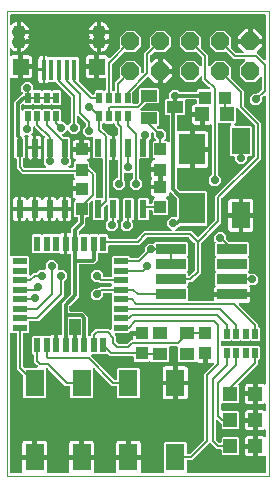
<source format=gtl>
G04 EAGLE Gerber RS-274X export*
G75*
%MOMM*%
%FSLAX34Y34*%
%LPD*%
%INTop Copper*%
%IPPOS*%
%AMOC8*
5,1,8,0,0,1.08239X$1,22.5*%
G01*
%ADD10C,0.000000*%
%ADD11R,0.558800X1.270000*%
%ADD12R,1.270000X0.558800*%
%ADD13R,1.200000X1.200000*%
%ADD14R,0.500000X0.900000*%
%ADD15R,1.000000X1.100000*%
%ADD16R,2.200000X2.600000*%
%ADD17R,0.584200X1.524000*%
%ADD18R,2.540000X0.889000*%
%ADD19P,1.649562X8X22.500000*%
%ADD20R,1.600000X2.300000*%
%ADD21R,0.400000X1.800000*%
%ADD22R,1.400000X1.400000*%
%ADD23C,1.228000*%
%ADD24R,1.400000X1.000000*%
%ADD25R,1.300000X1.100000*%
%ADD26C,0.704800*%
%ADD27C,0.203200*%
%ADD28C,0.304800*%

G36*
X218627Y2549D02*
X218627Y2549D01*
X218685Y2547D01*
X218767Y2569D01*
X218851Y2581D01*
X218904Y2604D01*
X218960Y2619D01*
X219033Y2662D01*
X219110Y2697D01*
X219155Y2735D01*
X219205Y2764D01*
X219263Y2826D01*
X219327Y2880D01*
X219359Y2929D01*
X219399Y2972D01*
X219438Y3047D01*
X219485Y3117D01*
X219502Y3173D01*
X219529Y3225D01*
X219540Y3293D01*
X219570Y3388D01*
X219573Y3488D01*
X219584Y3556D01*
X219584Y16474D01*
X219579Y16513D01*
X219581Y16552D01*
X219559Y16653D01*
X219544Y16756D01*
X219528Y16791D01*
X219520Y16829D01*
X219471Y16920D01*
X219428Y17015D01*
X219403Y17045D01*
X219384Y17079D01*
X219311Y17153D01*
X219245Y17232D01*
X219212Y17254D01*
X219185Y17281D01*
X219094Y17332D01*
X219008Y17390D01*
X218971Y17401D01*
X218937Y17420D01*
X218836Y17444D01*
X218737Y17475D01*
X218698Y17476D01*
X218660Y17485D01*
X218556Y17480D01*
X218453Y17483D01*
X218415Y17473D01*
X218376Y17471D01*
X218303Y17444D01*
X218178Y17411D01*
X218114Y17373D01*
X218061Y17353D01*
X217506Y17032D01*
X216859Y16859D01*
X212556Y16859D01*
X212556Y24384D01*
X212548Y24442D01*
X212549Y24500D01*
X212528Y24582D01*
X212516Y24665D01*
X212492Y24719D01*
X212478Y24775D01*
X212435Y24848D01*
X212400Y24925D01*
X212362Y24969D01*
X212332Y25020D01*
X212271Y25077D01*
X212216Y25142D01*
X212168Y25174D01*
X212125Y25214D01*
X212050Y25253D01*
X211980Y25299D01*
X211924Y25317D01*
X211872Y25344D01*
X211804Y25355D01*
X211709Y25385D01*
X211609Y25388D01*
X211541Y25399D01*
X210524Y25399D01*
X210524Y25401D01*
X211541Y25401D01*
X211599Y25409D01*
X211657Y25408D01*
X211739Y25429D01*
X211822Y25441D01*
X211876Y25465D01*
X211932Y25479D01*
X212005Y25522D01*
X212082Y25557D01*
X212126Y25595D01*
X212177Y25625D01*
X212234Y25686D01*
X212299Y25741D01*
X212331Y25789D01*
X212371Y25832D01*
X212410Y25907D01*
X212456Y25977D01*
X212474Y26033D01*
X212501Y26085D01*
X212512Y26153D01*
X212542Y26248D01*
X212545Y26348D01*
X212556Y26416D01*
X212556Y33941D01*
X216859Y33941D01*
X217506Y33768D01*
X218061Y33447D01*
X218098Y33432D01*
X218130Y33410D01*
X218229Y33379D01*
X218325Y33340D01*
X218364Y33336D01*
X218401Y33325D01*
X218505Y33322D01*
X218608Y33311D01*
X218646Y33318D01*
X218685Y33317D01*
X218786Y33344D01*
X218888Y33362D01*
X218923Y33379D01*
X218960Y33389D01*
X219049Y33442D01*
X219142Y33488D01*
X219171Y33515D01*
X219205Y33534D01*
X219276Y33610D01*
X219352Y33680D01*
X219373Y33713D01*
X219399Y33742D01*
X219447Y33834D01*
X219501Y33922D01*
X219511Y33960D01*
X219529Y33995D01*
X219542Y34071D01*
X219576Y34197D01*
X219575Y34271D01*
X219584Y34326D01*
X219584Y38699D01*
X219579Y38738D01*
X219581Y38777D01*
X219559Y38878D01*
X219544Y38981D01*
X219528Y39016D01*
X219520Y39054D01*
X219471Y39145D01*
X219428Y39240D01*
X219403Y39270D01*
X219384Y39304D01*
X219311Y39378D01*
X219245Y39457D01*
X219212Y39479D01*
X219185Y39506D01*
X219094Y39557D01*
X219008Y39615D01*
X218971Y39626D01*
X218937Y39645D01*
X218836Y39669D01*
X218737Y39700D01*
X218698Y39701D01*
X218660Y39710D01*
X218556Y39705D01*
X218453Y39708D01*
X218415Y39698D01*
X218376Y39696D01*
X218303Y39669D01*
X218178Y39636D01*
X218114Y39598D01*
X218061Y39578D01*
X217506Y39257D01*
X216859Y39084D01*
X212556Y39084D01*
X212556Y46609D01*
X212548Y46667D01*
X212549Y46725D01*
X212528Y46807D01*
X212516Y46890D01*
X212492Y46944D01*
X212478Y47000D01*
X212435Y47073D01*
X212400Y47150D01*
X212362Y47194D01*
X212332Y47245D01*
X212271Y47302D01*
X212216Y47367D01*
X212168Y47399D01*
X212125Y47439D01*
X212050Y47478D01*
X211980Y47524D01*
X211924Y47542D01*
X211872Y47569D01*
X211804Y47580D01*
X211709Y47610D01*
X211609Y47613D01*
X211541Y47624D01*
X210524Y47624D01*
X210524Y47626D01*
X211541Y47626D01*
X211599Y47634D01*
X211657Y47633D01*
X211739Y47654D01*
X211822Y47666D01*
X211876Y47690D01*
X211932Y47704D01*
X212005Y47747D01*
X212082Y47782D01*
X212126Y47820D01*
X212177Y47850D01*
X212234Y47911D01*
X212299Y47966D01*
X212331Y48014D01*
X212371Y48057D01*
X212410Y48132D01*
X212456Y48202D01*
X212474Y48258D01*
X212501Y48310D01*
X212512Y48378D01*
X212542Y48473D01*
X212545Y48573D01*
X212556Y48641D01*
X212556Y56166D01*
X216859Y56166D01*
X217506Y55993D01*
X218061Y55672D01*
X218098Y55657D01*
X218130Y55635D01*
X218229Y55604D01*
X218325Y55565D01*
X218364Y55561D01*
X218401Y55550D01*
X218505Y55547D01*
X218608Y55536D01*
X218646Y55543D01*
X218685Y55542D01*
X218786Y55569D01*
X218888Y55587D01*
X218923Y55604D01*
X218960Y55614D01*
X219049Y55667D01*
X219142Y55713D01*
X219171Y55740D01*
X219205Y55759D01*
X219276Y55835D01*
X219352Y55905D01*
X219373Y55938D01*
X219399Y55967D01*
X219447Y56059D01*
X219501Y56147D01*
X219511Y56185D01*
X219529Y56220D01*
X219542Y56296D01*
X219576Y56422D01*
X219575Y56496D01*
X219584Y56551D01*
X219584Y60924D01*
X219579Y60963D01*
X219581Y61002D01*
X219559Y61103D01*
X219544Y61206D01*
X219528Y61241D01*
X219520Y61279D01*
X219471Y61370D01*
X219428Y61465D01*
X219403Y61495D01*
X219384Y61529D01*
X219311Y61603D01*
X219245Y61682D01*
X219212Y61704D01*
X219185Y61731D01*
X219094Y61782D01*
X219008Y61840D01*
X218971Y61851D01*
X218937Y61870D01*
X218836Y61894D01*
X218737Y61925D01*
X218698Y61926D01*
X218660Y61935D01*
X218556Y61930D01*
X218453Y61933D01*
X218415Y61923D01*
X218376Y61921D01*
X218303Y61894D01*
X218178Y61861D01*
X218114Y61823D01*
X218061Y61803D01*
X217506Y61482D01*
X216859Y61309D01*
X212556Y61309D01*
X212556Y68834D01*
X212548Y68892D01*
X212549Y68950D01*
X212528Y69032D01*
X212516Y69115D01*
X212492Y69169D01*
X212478Y69225D01*
X212435Y69298D01*
X212400Y69375D01*
X212362Y69419D01*
X212332Y69470D01*
X212271Y69527D01*
X212216Y69592D01*
X212168Y69624D01*
X212125Y69664D01*
X212050Y69703D01*
X211980Y69749D01*
X211924Y69767D01*
X211872Y69794D01*
X211804Y69805D01*
X211709Y69835D01*
X211609Y69838D01*
X211541Y69849D01*
X210524Y69849D01*
X210524Y69851D01*
X211541Y69851D01*
X211599Y69859D01*
X211657Y69858D01*
X211739Y69879D01*
X211822Y69891D01*
X211876Y69915D01*
X211932Y69929D01*
X212005Y69972D01*
X212082Y70007D01*
X212126Y70045D01*
X212177Y70075D01*
X212234Y70136D01*
X212299Y70191D01*
X212331Y70239D01*
X212371Y70282D01*
X212410Y70357D01*
X212456Y70427D01*
X212474Y70483D01*
X212501Y70535D01*
X212512Y70603D01*
X212542Y70698D01*
X212545Y70798D01*
X212556Y70866D01*
X212556Y78391D01*
X216859Y78391D01*
X217506Y78218D01*
X218061Y77897D01*
X218098Y77882D01*
X218130Y77860D01*
X218229Y77829D01*
X218325Y77790D01*
X218364Y77786D01*
X218401Y77775D01*
X218505Y77772D01*
X218608Y77761D01*
X218646Y77768D01*
X218685Y77767D01*
X218786Y77794D01*
X218888Y77812D01*
X218923Y77829D01*
X218960Y77839D01*
X219049Y77892D01*
X219142Y77938D01*
X219171Y77965D01*
X219205Y77984D01*
X219276Y78060D01*
X219352Y78130D01*
X219373Y78163D01*
X219399Y78192D01*
X219447Y78284D01*
X219501Y78372D01*
X219511Y78410D01*
X219529Y78445D01*
X219542Y78521D01*
X219576Y78647D01*
X219575Y78721D01*
X219584Y78776D01*
X219584Y321490D01*
X219580Y321519D01*
X219583Y321548D01*
X219560Y321659D01*
X219544Y321772D01*
X219532Y321798D01*
X219527Y321827D01*
X219474Y321928D01*
X219428Y322031D01*
X219409Y322053D01*
X219396Y322079D01*
X219318Y322162D01*
X219245Y322248D01*
X219220Y322264D01*
X219200Y322286D01*
X219102Y322343D01*
X219008Y322406D01*
X218980Y322414D01*
X218955Y322429D01*
X218845Y322457D01*
X218737Y322491D01*
X218707Y322492D01*
X218679Y322499D01*
X218566Y322496D01*
X218453Y322499D01*
X218424Y322491D01*
X218395Y322490D01*
X218287Y322455D01*
X218178Y322427D01*
X218152Y322412D01*
X218124Y322403D01*
X218060Y322357D01*
X217933Y322282D01*
X217890Y322236D01*
X217851Y322208D01*
X216484Y320840D01*
X216431Y320771D01*
X216371Y320707D01*
X216346Y320657D01*
X216313Y320613D01*
X216282Y320532D01*
X216242Y320454D01*
X216234Y320406D01*
X216211Y320348D01*
X216199Y320200D01*
X216186Y320123D01*
X216186Y316996D01*
X213229Y314039D01*
X209046Y314039D01*
X206089Y316996D01*
X206089Y321179D01*
X209046Y324136D01*
X212173Y324136D01*
X212259Y324148D01*
X212347Y324151D01*
X212399Y324168D01*
X212454Y324176D01*
X212534Y324212D01*
X212617Y324239D01*
X212656Y324267D01*
X212713Y324292D01*
X212827Y324388D01*
X212890Y324434D01*
X215731Y327274D01*
X215783Y327344D01*
X215843Y327408D01*
X215869Y327457D01*
X215902Y327501D01*
X215933Y327583D01*
X215973Y327661D01*
X215981Y327708D01*
X216003Y327767D01*
X216015Y327915D01*
X216028Y327992D01*
X216028Y337170D01*
X216024Y337199D01*
X216027Y337228D01*
X216004Y337339D01*
X215988Y337451D01*
X215976Y337478D01*
X215971Y337507D01*
X215919Y337607D01*
X215872Y337711D01*
X215853Y337733D01*
X215840Y337759D01*
X215762Y337841D01*
X215689Y337928D01*
X215664Y337944D01*
X215644Y337965D01*
X215546Y338022D01*
X215452Y338085D01*
X215424Y338094D01*
X215399Y338109D01*
X215289Y338137D01*
X215181Y338171D01*
X215151Y338172D01*
X215123Y338179D01*
X215010Y338175D01*
X214897Y338178D01*
X214868Y338171D01*
X214839Y338170D01*
X214731Y338135D01*
X214622Y338106D01*
X214596Y338091D01*
X214568Y338082D01*
X214505Y338037D01*
X214377Y337961D01*
X214334Y337916D01*
X214295Y337888D01*
X210163Y333755D01*
X202587Y333755D01*
X197230Y339112D01*
X197230Y346688D01*
X201869Y351326D01*
X201886Y351350D01*
X201909Y351369D01*
X201971Y351463D01*
X202039Y351553D01*
X202050Y351581D01*
X202066Y351605D01*
X202100Y351713D01*
X202141Y351819D01*
X202143Y351848D01*
X202152Y351876D01*
X202155Y351990D01*
X202164Y352102D01*
X202158Y352131D01*
X202159Y352160D01*
X202131Y352270D01*
X202108Y352381D01*
X202095Y352407D01*
X202087Y352435D01*
X202030Y352533D01*
X201977Y352633D01*
X201957Y352655D01*
X201942Y352680D01*
X201860Y352757D01*
X201782Y352839D01*
X201756Y352854D01*
X201735Y352874D01*
X201634Y352926D01*
X201536Y352983D01*
X201508Y352990D01*
X201482Y353004D01*
X201404Y353017D01*
X201261Y353053D01*
X201198Y353051D01*
X201151Y353059D01*
X192623Y353059D01*
X186363Y359319D01*
X186316Y359354D01*
X186276Y359397D01*
X186203Y359440D01*
X186135Y359490D01*
X186081Y359511D01*
X186030Y359541D01*
X185948Y359561D01*
X185870Y359591D01*
X185812Y359596D01*
X185755Y359611D01*
X185670Y359608D01*
X185586Y359615D01*
X185529Y359603D01*
X185471Y359602D01*
X185390Y359576D01*
X185308Y359559D01*
X185256Y359532D01*
X185200Y359514D01*
X185144Y359474D01*
X185055Y359428D01*
X184983Y359359D01*
X184927Y359319D01*
X184763Y359155D01*
X177187Y359155D01*
X171830Y364512D01*
X171830Y372088D01*
X177187Y377445D01*
X184763Y377445D01*
X190120Y372088D01*
X190120Y364512D01*
X189956Y364348D01*
X189921Y364302D01*
X189878Y364261D01*
X189836Y364188D01*
X189785Y364121D01*
X189764Y364066D01*
X189734Y364016D01*
X189714Y363934D01*
X189684Y363855D01*
X189679Y363797D01*
X189664Y363740D01*
X189667Y363656D01*
X189660Y363572D01*
X189672Y363515D01*
X189673Y363456D01*
X189699Y363376D01*
X189716Y363293D01*
X189743Y363241D01*
X189761Y363186D01*
X189801Y363130D01*
X189847Y363041D01*
X189916Y362969D01*
X189956Y362912D01*
X194430Y358438D01*
X194500Y358386D01*
X194564Y358326D01*
X194613Y358300D01*
X194657Y358267D01*
X194739Y358236D01*
X194817Y358196D01*
X194864Y358188D01*
X194923Y358166D01*
X195071Y358154D01*
X195148Y358141D01*
X199714Y358141D01*
X199743Y358145D01*
X199772Y358142D01*
X199883Y358165D01*
X199995Y358181D01*
X200022Y358193D01*
X200051Y358198D01*
X200151Y358250D01*
X200255Y358297D01*
X200277Y358316D01*
X200303Y358329D01*
X200385Y358407D01*
X200472Y358480D01*
X200488Y358505D01*
X200509Y358525D01*
X200566Y358623D01*
X200629Y358717D01*
X200638Y358745D01*
X200653Y358770D01*
X200681Y358880D01*
X200715Y358988D01*
X200716Y359018D01*
X200723Y359046D01*
X200719Y359159D01*
X200722Y359272D01*
X200715Y359301D01*
X200714Y359330D01*
X200679Y359438D01*
X200651Y359547D01*
X200636Y359573D01*
X200627Y359601D01*
X200581Y359664D01*
X200505Y359792D01*
X200460Y359835D01*
X200432Y359874D01*
X196214Y364091D01*
X196214Y366269D01*
X205359Y366269D01*
X205417Y366277D01*
X205475Y366275D01*
X205557Y366297D01*
X205640Y366309D01*
X205694Y366333D01*
X205750Y366347D01*
X205823Y366390D01*
X205900Y366425D01*
X205944Y366463D01*
X205995Y366493D01*
X206052Y366554D01*
X206117Y366609D01*
X206149Y366657D01*
X206189Y366700D01*
X206228Y366775D01*
X206274Y366845D01*
X206292Y366901D01*
X206319Y366953D01*
X206330Y367021D01*
X206360Y367116D01*
X206363Y367216D01*
X206374Y367284D01*
X206374Y368301D01*
X206376Y368301D01*
X206376Y367284D01*
X206384Y367226D01*
X206383Y367168D01*
X206404Y367086D01*
X206416Y367003D01*
X206440Y366949D01*
X206454Y366893D01*
X206497Y366820D01*
X206532Y366743D01*
X206570Y366698D01*
X206600Y366648D01*
X206661Y366590D01*
X206716Y366526D01*
X206764Y366494D01*
X206807Y366454D01*
X206882Y366415D01*
X206952Y366369D01*
X207008Y366351D01*
X207060Y366324D01*
X207128Y366313D01*
X207223Y366283D01*
X207323Y366280D01*
X207391Y366269D01*
X216536Y366269D01*
X216536Y364091D01*
X212105Y359661D01*
X212070Y359614D01*
X212028Y359574D01*
X211985Y359501D01*
X211935Y359434D01*
X211914Y359379D01*
X211884Y359329D01*
X211863Y359247D01*
X211833Y359168D01*
X211828Y359110D01*
X211814Y359053D01*
X211817Y358969D01*
X211810Y358885D01*
X211821Y358828D01*
X211823Y358769D01*
X211849Y358689D01*
X211866Y358606D01*
X211893Y358554D01*
X211911Y358499D01*
X211951Y358442D01*
X211997Y358354D01*
X212065Y358281D01*
X212077Y358265D01*
X212081Y358258D01*
X212084Y358255D01*
X212105Y358225D01*
X213976Y356355D01*
X217851Y352480D01*
X217875Y352462D01*
X217894Y352439D01*
X217988Y352377D01*
X218078Y352309D01*
X218106Y352298D01*
X218130Y352282D01*
X218238Y352248D01*
X218344Y352207D01*
X218373Y352205D01*
X218401Y352196D01*
X218515Y352193D01*
X218627Y352184D01*
X218656Y352190D01*
X218685Y352189D01*
X218795Y352217D01*
X218906Y352240D01*
X218932Y352253D01*
X218960Y352261D01*
X219058Y352318D01*
X219158Y352371D01*
X219180Y352391D01*
X219205Y352406D01*
X219282Y352488D01*
X219364Y352566D01*
X219379Y352592D01*
X219399Y352613D01*
X219451Y352714D01*
X219508Y352812D01*
X219515Y352840D01*
X219529Y352866D01*
X219542Y352944D01*
X219578Y353087D01*
X219576Y353150D01*
X219584Y353197D01*
X219584Y390044D01*
X219576Y390102D01*
X219578Y390160D01*
X219556Y390242D01*
X219544Y390326D01*
X219521Y390379D01*
X219506Y390435D01*
X219463Y390508D01*
X219428Y390585D01*
X219390Y390630D01*
X219361Y390680D01*
X219299Y390738D01*
X219245Y390802D01*
X219196Y390834D01*
X219153Y390874D01*
X219078Y390913D01*
X219008Y390960D01*
X218952Y390977D01*
X218900Y391004D01*
X218832Y391015D01*
X218737Y391045D01*
X218637Y391048D01*
X218569Y391059D01*
X3556Y391059D01*
X3498Y391051D01*
X3440Y391053D01*
X3358Y391031D01*
X3274Y391019D01*
X3221Y390996D01*
X3165Y390981D01*
X3092Y390938D01*
X3015Y390903D01*
X2970Y390865D01*
X2920Y390836D01*
X2862Y390774D01*
X2798Y390720D01*
X2766Y390671D01*
X2726Y390628D01*
X2687Y390553D01*
X2640Y390483D01*
X2623Y390427D01*
X2596Y390375D01*
X2585Y390307D01*
X2555Y390212D01*
X2552Y390112D01*
X2541Y390044D01*
X2541Y382806D01*
X2545Y382777D01*
X2542Y382747D01*
X2565Y382636D01*
X2581Y382524D01*
X2593Y382497D01*
X2598Y382469D01*
X2651Y382368D01*
X2697Y382265D01*
X2716Y382242D01*
X2729Y382216D01*
X2807Y382134D01*
X2880Y382048D01*
X2905Y382031D01*
X2925Y382010D01*
X3023Y381953D01*
X3117Y381890D01*
X3145Y381881D01*
X3170Y381866D01*
X3280Y381839D01*
X3388Y381804D01*
X3418Y381804D01*
X3446Y381796D01*
X3559Y381800D01*
X3672Y381797D01*
X3701Y381804D01*
X3730Y381805D01*
X3838Y381840D01*
X3947Y381869D01*
X3973Y381884D01*
X4001Y381893D01*
X4065Y381939D01*
X4192Y382014D01*
X4235Y382060D01*
X4274Y382088D01*
X4916Y382730D01*
X6338Y383680D01*
X7918Y384335D01*
X8651Y384480D01*
X8651Y376772D01*
X8659Y376714D01*
X8657Y376655D01*
X8679Y376574D01*
X8691Y376490D01*
X8714Y376437D01*
X8729Y376380D01*
X8772Y376308D01*
X8807Y376231D01*
X8845Y376186D01*
X8874Y376136D01*
X8936Y376078D01*
X8990Y376014D01*
X9026Y375990D01*
X8972Y375933D01*
X8908Y375879D01*
X8876Y375830D01*
X8836Y375787D01*
X8797Y375712D01*
X8750Y375642D01*
X8733Y375586D01*
X8706Y375534D01*
X8695Y375466D01*
X8665Y375371D01*
X8662Y375271D01*
X8651Y375203D01*
X8651Y368972D01*
X8659Y368914D01*
X8657Y368855D01*
X8679Y368774D01*
X8691Y368690D01*
X8714Y368637D01*
X8729Y368580D01*
X8772Y368508D01*
X8807Y368431D01*
X8845Y368386D01*
X8874Y368336D01*
X8936Y368278D01*
X8990Y368214D01*
X9026Y368190D01*
X8972Y368133D01*
X8908Y368079D01*
X8876Y368030D01*
X8836Y367987D01*
X8797Y367912D01*
X8750Y367842D01*
X8733Y367786D01*
X8706Y367734D01*
X8695Y367666D01*
X8665Y367571D01*
X8662Y367471D01*
X8651Y367403D01*
X8651Y359695D01*
X7918Y359840D01*
X6338Y360495D01*
X4916Y361445D01*
X4274Y362087D01*
X4250Y362105D01*
X4231Y362127D01*
X4137Y362190D01*
X4047Y362258D01*
X4019Y362269D01*
X3995Y362285D01*
X3887Y362319D01*
X3781Y362359D01*
X3752Y362362D01*
X3724Y362371D01*
X3610Y362374D01*
X3498Y362383D01*
X3469Y362377D01*
X3440Y362378D01*
X3330Y362349D01*
X3219Y362327D01*
X3193Y362313D01*
X3165Y362306D01*
X3067Y362248D01*
X2967Y362196D01*
X2945Y362176D01*
X2920Y362161D01*
X2843Y362078D01*
X2761Y362000D01*
X2746Y361975D01*
X2726Y361954D01*
X2674Y361853D01*
X2617Y361755D01*
X2610Y361727D01*
X2596Y361700D01*
X2583Y361623D01*
X2547Y361479D01*
X2549Y361417D01*
X2541Y361369D01*
X2541Y357189D01*
X2546Y357150D01*
X2544Y357110D01*
X2566Y357009D01*
X2581Y356907D01*
X2597Y356871D01*
X2605Y356832D01*
X2655Y356742D01*
X2697Y356648D01*
X2722Y356618D01*
X2741Y356583D01*
X2814Y356509D01*
X2880Y356431D01*
X2913Y356409D01*
X2941Y356381D01*
X3031Y356330D01*
X3117Y356273D01*
X3155Y356261D01*
X3189Y356242D01*
X3290Y356219D01*
X3388Y356187D01*
X3428Y356186D01*
X3466Y356177D01*
X3569Y356183D01*
X3672Y356180D01*
X3711Y356190D01*
X3750Y356192D01*
X3821Y356219D01*
X3840Y356220D01*
X4616Y356428D01*
X9919Y356428D01*
X9919Y347904D01*
X9927Y347846D01*
X9925Y347787D01*
X9947Y347706D01*
X9959Y347622D01*
X9983Y347569D01*
X9997Y347512D01*
X10040Y347440D01*
X10075Y347363D01*
X10113Y347318D01*
X10143Y347268D01*
X10204Y347210D01*
X10259Y347146D01*
X10307Y347113D01*
X10350Y347073D01*
X10425Y347035D01*
X10495Y346988D01*
X10551Y346970D01*
X10603Y346944D01*
X10671Y346932D01*
X10766Y346902D01*
X10866Y346900D01*
X10934Y346888D01*
X11951Y346888D01*
X11951Y346887D01*
X10934Y346887D01*
X10876Y346878D01*
X10818Y346880D01*
X10736Y346859D01*
X10653Y346847D01*
X10599Y346823D01*
X10543Y346808D01*
X10470Y346765D01*
X10393Y346731D01*
X10348Y346693D01*
X10298Y346663D01*
X10240Y346601D01*
X10176Y346547D01*
X10144Y346498D01*
X10104Y346456D01*
X10065Y346380D01*
X10019Y346310D01*
X10001Y346254D01*
X9974Y346202D01*
X9963Y346134D01*
X9933Y346039D01*
X9930Y345939D01*
X9919Y345871D01*
X9919Y337347D01*
X4616Y337347D01*
X3849Y337552D01*
X3801Y337572D01*
X3762Y337576D01*
X3724Y337588D01*
X3621Y337590D01*
X3518Y337601D01*
X3479Y337594D01*
X3440Y337595D01*
X3340Y337569D01*
X3238Y337551D01*
X3203Y337533D01*
X3165Y337523D01*
X3076Y337470D01*
X2983Y337425D01*
X2954Y337398D01*
X2920Y337378D01*
X2850Y337303D01*
X2773Y337233D01*
X2753Y337199D01*
X2726Y337170D01*
X2679Y337078D01*
X2625Y336991D01*
X2614Y336953D01*
X2596Y336917D01*
X2583Y336841D01*
X2549Y336717D01*
X2550Y336642D01*
X2541Y336586D01*
X2541Y187231D01*
X2545Y187201D01*
X2542Y187172D01*
X2565Y187061D01*
X2581Y186949D01*
X2593Y186922D01*
X2598Y186893D01*
X2651Y186793D01*
X2697Y186690D01*
X2716Y186667D01*
X2729Y186641D01*
X2807Y186559D01*
X2880Y186473D01*
X2905Y186456D01*
X2925Y186435D01*
X3023Y186378D01*
X3117Y186315D01*
X3145Y186306D01*
X3171Y186291D01*
X3280Y186263D01*
X3388Y186229D01*
X3418Y186229D01*
X3446Y186221D01*
X3559Y186225D01*
X3672Y186222D01*
X3701Y186229D01*
X3730Y186230D01*
X3838Y186265D01*
X3947Y186294D01*
X3968Y186306D01*
X18031Y186306D01*
X18924Y185413D01*
X18924Y178515D01*
X18896Y178478D01*
X18875Y178424D01*
X18846Y178373D01*
X18825Y178291D01*
X18795Y178213D01*
X18790Y178154D01*
X18776Y178098D01*
X18779Y178014D01*
X18771Y177929D01*
X18783Y177872D01*
X18785Y177813D01*
X18811Y177733D01*
X18827Y177651D01*
X18854Y177599D01*
X18872Y177543D01*
X18912Y177487D01*
X18924Y177465D01*
X18924Y171018D01*
X18928Y170989D01*
X18925Y170960D01*
X18948Y170849D01*
X18964Y170736D01*
X18976Y170710D01*
X18981Y170681D01*
X19033Y170580D01*
X19080Y170477D01*
X19099Y170455D01*
X19112Y170429D01*
X19190Y170346D01*
X19263Y170260D01*
X19288Y170244D01*
X19308Y170222D01*
X19406Y170165D01*
X19500Y170102D01*
X19528Y170094D01*
X19553Y170079D01*
X19663Y170051D01*
X19771Y170017D01*
X19800Y170016D01*
X19829Y170009D01*
X19942Y170012D01*
X20055Y170009D01*
X20084Y170017D01*
X20113Y170018D01*
X20221Y170053D01*
X20330Y170081D01*
X20356Y170096D01*
X20384Y170105D01*
X20447Y170151D01*
X20575Y170226D01*
X20618Y170272D01*
X20657Y170300D01*
X20974Y170618D01*
X20975Y170618D01*
X22760Y172403D01*
X25143Y172403D01*
X25229Y172415D01*
X25317Y172418D01*
X25369Y172435D01*
X25424Y172443D01*
X25504Y172479D01*
X25587Y172506D01*
X25627Y172534D01*
X25684Y172559D01*
X25797Y172655D01*
X25861Y172701D01*
X28071Y174911D01*
X32036Y174911D01*
X32094Y174919D01*
X32152Y174918D01*
X32234Y174939D01*
X32318Y174951D01*
X32371Y174975D01*
X32427Y174990D01*
X32500Y175033D01*
X32577Y175067D01*
X32622Y175105D01*
X32672Y175135D01*
X32730Y175197D01*
X32794Y175251D01*
X32826Y175300D01*
X32866Y175342D01*
X32905Y175417D01*
X32952Y175488D01*
X32969Y175543D01*
X32996Y175595D01*
X33007Y175663D01*
X33037Y175759D01*
X33040Y175858D01*
X33051Y175926D01*
X33051Y179891D01*
X36009Y182849D01*
X40191Y182849D01*
X43149Y179891D01*
X43149Y175926D01*
X43157Y175869D01*
X43155Y175810D01*
X43177Y175729D01*
X43189Y175645D01*
X43212Y175592D01*
X43227Y175535D01*
X43270Y175463D01*
X43305Y175386D01*
X43343Y175341D01*
X43372Y175291D01*
X43434Y175233D01*
X43488Y175169D01*
X43537Y175136D01*
X43580Y175096D01*
X43655Y175058D01*
X43725Y175011D01*
X43781Y174993D01*
X43833Y174967D01*
X43901Y174955D01*
X43996Y174925D01*
X44096Y174923D01*
X44164Y174911D01*
X48129Y174911D01*
X51086Y171954D01*
X51086Y167771D01*
X48876Y165561D01*
X48823Y165491D01*
X48763Y165427D01*
X48738Y165378D01*
X48705Y165333D01*
X48674Y165252D01*
X48634Y165174D01*
X48626Y165126D01*
X48603Y165068D01*
X48591Y164920D01*
X48578Y164843D01*
X48578Y152935D01*
X27090Y131447D01*
X19939Y131447D01*
X19881Y131439D01*
X19823Y131440D01*
X19741Y131419D01*
X19657Y131407D01*
X19604Y131383D01*
X19548Y131368D01*
X19475Y131325D01*
X19398Y131291D01*
X19353Y131253D01*
X19303Y131223D01*
X19245Y131161D01*
X19181Y131107D01*
X19149Y131058D01*
X19109Y131016D01*
X19070Y130941D01*
X19023Y130870D01*
X19006Y130815D01*
X18979Y130763D01*
X18968Y130695D01*
X18938Y130599D01*
X18936Y130531D01*
X18896Y130478D01*
X18875Y130424D01*
X18846Y130373D01*
X18825Y130291D01*
X18795Y130213D01*
X18790Y130154D01*
X18776Y130098D01*
X18779Y130014D01*
X18771Y129929D01*
X18783Y129872D01*
X18785Y129813D01*
X18811Y129733D01*
X18827Y129651D01*
X18854Y129599D01*
X18872Y129543D01*
X18912Y129487D01*
X18924Y129465D01*
X18924Y122562D01*
X18031Y121669D01*
X14605Y121669D01*
X14547Y121661D01*
X14489Y121662D01*
X14407Y121641D01*
X14323Y121629D01*
X14270Y121605D01*
X14214Y121590D01*
X14141Y121547D01*
X14064Y121513D01*
X14019Y121475D01*
X13969Y121445D01*
X13911Y121383D01*
X13847Y121329D01*
X13815Y121280D01*
X13775Y121238D01*
X13736Y121163D01*
X13689Y121092D01*
X13672Y121037D01*
X13645Y120985D01*
X13634Y120917D01*
X13604Y120821D01*
X13601Y120722D01*
X13590Y120654D01*
X13590Y93361D01*
X13602Y93275D01*
X13605Y93187D01*
X13622Y93135D01*
X13630Y93080D01*
X13665Y93000D01*
X13692Y92917D01*
X13720Y92878D01*
X13746Y92821D01*
X13842Y92707D01*
X13887Y92644D01*
X14083Y92447D01*
X14153Y92395D01*
X14217Y92335D01*
X14266Y92309D01*
X14311Y92276D01*
X14392Y92245D01*
X14470Y92205D01*
X14518Y92197D01*
X14576Y92175D01*
X14724Y92163D01*
X14801Y92150D01*
X25631Y92150D01*
X25660Y92154D01*
X25689Y92151D01*
X25800Y92174D01*
X25913Y92190D01*
X25939Y92202D01*
X25968Y92207D01*
X26069Y92260D01*
X26172Y92306D01*
X26194Y92325D01*
X26220Y92338D01*
X26303Y92416D01*
X26389Y92489D01*
X26405Y92514D01*
X26427Y92534D01*
X26484Y92632D01*
X26547Y92726D01*
X26555Y92754D01*
X26570Y92779D01*
X26598Y92889D01*
X26632Y92997D01*
X26633Y93027D01*
X26640Y93055D01*
X26637Y93168D01*
X26640Y93281D01*
X26632Y93310D01*
X26631Y93339D01*
X26596Y93447D01*
X26568Y93556D01*
X26553Y93582D01*
X26544Y93610D01*
X26498Y93674D01*
X26423Y93801D01*
X26377Y93844D01*
X26349Y93883D01*
X25737Y94495D01*
X23434Y96798D01*
X23434Y102172D01*
X23426Y102229D01*
X23428Y102288D01*
X23406Y102369D01*
X23394Y102453D01*
X23371Y102506D01*
X23356Y102563D01*
X23313Y102635D01*
X23278Y102712D01*
X23240Y102757D01*
X23211Y102807D01*
X23149Y102865D01*
X23095Y102929D01*
X23046Y102962D01*
X23003Y103002D01*
X22928Y103040D01*
X22858Y103087D01*
X22802Y103105D01*
X22750Y103131D01*
X22682Y103143D01*
X22587Y103173D01*
X22563Y103173D01*
X21656Y104080D01*
X21656Y118043D01*
X22549Y118936D01*
X29448Y118936D01*
X29484Y118909D01*
X29539Y118888D01*
X29589Y118858D01*
X29671Y118838D01*
X29750Y118808D01*
X29808Y118803D01*
X29865Y118788D01*
X29949Y118791D01*
X30033Y118784D01*
X30091Y118796D01*
X30149Y118797D01*
X30229Y118823D01*
X30312Y118840D01*
X30364Y118867D01*
X30420Y118885D01*
X30476Y118925D01*
X30498Y118936D01*
X36692Y118936D01*
X36779Y118948D01*
X36866Y118951D01*
X36919Y118968D01*
X36974Y118976D01*
X37053Y119012D01*
X37137Y119039D01*
X37176Y119067D01*
X37233Y119092D01*
X37346Y119188D01*
X37410Y119234D01*
X37621Y119445D01*
X38200Y119779D01*
X38847Y119952D01*
X40579Y119952D01*
X40579Y111443D01*
X40587Y111385D01*
X40585Y111326D01*
X40607Y111245D01*
X40619Y111161D01*
X40642Y111108D01*
X40657Y111051D01*
X40700Y110979D01*
X40735Y110902D01*
X40773Y110857D01*
X40802Y110807D01*
X40864Y110749D01*
X40918Y110685D01*
X40967Y110652D01*
X41010Y110612D01*
X41085Y110574D01*
X41155Y110527D01*
X41211Y110510D01*
X41263Y110483D01*
X41331Y110472D01*
X41426Y110441D01*
X41526Y110439D01*
X41594Y110427D01*
X42356Y110427D01*
X42414Y110436D01*
X42472Y110434D01*
X42554Y110455D01*
X42638Y110467D01*
X42691Y110491D01*
X42747Y110506D01*
X42820Y110549D01*
X42897Y110584D01*
X42942Y110621D01*
X42992Y110651D01*
X43050Y110713D01*
X43114Y110767D01*
X43146Y110816D01*
X43186Y110859D01*
X43225Y110934D01*
X43272Y111004D01*
X43289Y111060D01*
X43316Y111112D01*
X43327Y111180D01*
X43357Y111275D01*
X43360Y111375D01*
X43371Y111443D01*
X43371Y119952D01*
X45103Y119952D01*
X45648Y119806D01*
X45697Y119800D01*
X45743Y119786D01*
X45837Y119783D01*
X45930Y119772D01*
X45979Y119780D01*
X46027Y119778D01*
X46118Y119802D01*
X46211Y119817D01*
X46255Y119838D01*
X46302Y119850D01*
X46383Y119898D01*
X46468Y119938D01*
X46505Y119970D01*
X46547Y119995D01*
X46611Y120064D01*
X46682Y120126D01*
X46708Y120167D01*
X46741Y120203D01*
X46784Y120287D01*
X46835Y120366D01*
X46849Y120412D01*
X46871Y120456D01*
X46883Y120529D01*
X46915Y120638D01*
X46916Y120725D01*
X46926Y120787D01*
X46926Y146488D01*
X54629Y154190D01*
X54681Y154260D01*
X54741Y154324D01*
X54767Y154374D01*
X54800Y154418D01*
X54831Y154499D01*
X54871Y154577D01*
X54879Y154625D01*
X54901Y154683D01*
X54913Y154831D01*
X54926Y154908D01*
X54926Y187188D01*
X54919Y187236D01*
X54922Y187285D01*
X54900Y187377D01*
X54886Y187470D01*
X54867Y187514D01*
X54855Y187562D01*
X54809Y187643D01*
X54770Y187729D01*
X54739Y187766D01*
X54715Y187809D01*
X54647Y187874D01*
X54587Y187946D01*
X54546Y187973D01*
X54511Y188007D01*
X54428Y188051D01*
X54350Y188104D01*
X54303Y188118D01*
X54260Y188141D01*
X54168Y188161D01*
X54079Y188189D01*
X54030Y188191D01*
X53982Y188201D01*
X53908Y188194D01*
X53795Y188197D01*
X53711Y188175D01*
X53648Y188169D01*
X53103Y188023D01*
X51371Y188023D01*
X51371Y196532D01*
X51363Y196590D01*
X51365Y196649D01*
X51343Y196730D01*
X51331Y196814D01*
X51308Y196867D01*
X51294Y196920D01*
X51316Y196964D01*
X51327Y197032D01*
X51357Y197127D01*
X51360Y197227D01*
X51371Y197295D01*
X51371Y205804D01*
X53103Y205804D01*
X53648Y205658D01*
X53697Y205652D01*
X53743Y205638D01*
X53837Y205635D01*
X53930Y205624D01*
X53979Y205632D01*
X54027Y205630D01*
X54118Y205654D01*
X54211Y205669D01*
X54255Y205690D01*
X54302Y205702D01*
X54383Y205750D01*
X54468Y205790D01*
X54505Y205823D01*
X54547Y205847D01*
X54611Y205916D01*
X54682Y205978D01*
X54708Y206019D01*
X54741Y206055D01*
X54784Y206138D01*
X54835Y206218D01*
X54849Y206264D01*
X54871Y206308D01*
X54883Y206381D01*
X54915Y206490D01*
X54916Y206577D01*
X54926Y206639D01*
X54926Y210050D01*
X60154Y215278D01*
X60206Y215348D01*
X60266Y215412D01*
X60292Y215461D01*
X60325Y215505D01*
X60356Y215587D01*
X60396Y215665D01*
X60404Y215712D01*
X60426Y215771D01*
X60438Y215919D01*
X60451Y215996D01*
X60451Y218410D01*
X60443Y218468D01*
X60445Y218526D01*
X60423Y218608D01*
X60411Y218692D01*
X60388Y218745D01*
X60373Y218801D01*
X60330Y218874D01*
X60295Y218951D01*
X60257Y218996D01*
X60228Y219046D01*
X60166Y219104D01*
X60112Y219168D01*
X60063Y219200D01*
X60020Y219240D01*
X59945Y219279D01*
X59875Y219326D01*
X59819Y219343D01*
X59767Y219370D01*
X59699Y219381D01*
X59604Y219411D01*
X59504Y219414D01*
X59436Y219425D01*
X57868Y219425D01*
X56975Y220318D01*
X56975Y232582D01*
X57900Y233507D01*
X57955Y233515D01*
X57964Y233519D01*
X57974Y233520D01*
X58094Y233577D01*
X58215Y233631D01*
X58222Y233637D01*
X58231Y233641D01*
X58331Y233729D01*
X58432Y233814D01*
X58437Y233823D01*
X58444Y233829D01*
X58516Y233940D01*
X58589Y234051D01*
X58592Y234061D01*
X58597Y234069D01*
X58635Y234195D01*
X58675Y234322D01*
X58675Y234332D01*
X58678Y234341D01*
X58679Y234473D01*
X58682Y234606D01*
X58680Y234616D01*
X58680Y234626D01*
X58644Y234754D01*
X58611Y234881D01*
X58606Y234890D01*
X58603Y234899D01*
X58533Y235013D01*
X58465Y235126D01*
X58458Y235133D01*
X58453Y235141D01*
X58355Y235230D01*
X58258Y235320D01*
X58249Y235325D01*
X58242Y235331D01*
X58190Y235355D01*
X58005Y235450D01*
X57969Y235456D01*
X57937Y235471D01*
X57519Y235582D01*
X56940Y235917D01*
X56467Y236390D01*
X56132Y236969D01*
X55959Y237616D01*
X55959Y241419D01*
X62484Y241419D01*
X62542Y241427D01*
X62600Y241425D01*
X62682Y241447D01*
X62765Y241459D01*
X62819Y241483D01*
X62875Y241497D01*
X62948Y241540D01*
X63025Y241575D01*
X63069Y241613D01*
X63120Y241643D01*
X63177Y241704D01*
X63242Y241759D01*
X63274Y241807D01*
X63314Y241850D01*
X63353Y241925D01*
X63399Y241995D01*
X63417Y242051D01*
X63444Y242103D01*
X63455Y242171D01*
X63485Y242266D01*
X63488Y242366D01*
X63499Y242434D01*
X63499Y244466D01*
X63491Y244524D01*
X63492Y244582D01*
X63471Y244664D01*
X63459Y244747D01*
X63435Y244801D01*
X63421Y244857D01*
X63378Y244930D01*
X63343Y245007D01*
X63305Y245051D01*
X63275Y245102D01*
X63214Y245159D01*
X63159Y245224D01*
X63111Y245256D01*
X63068Y245296D01*
X62993Y245335D01*
X62923Y245381D01*
X62867Y245399D01*
X62815Y245426D01*
X62747Y245437D01*
X62652Y245467D01*
X62552Y245470D01*
X62484Y245481D01*
X55959Y245481D01*
X55959Y249284D01*
X56132Y249931D01*
X56467Y250510D01*
X56940Y250983D01*
X57511Y251313D01*
X57549Y251343D01*
X57593Y251365D01*
X57661Y251430D01*
X57735Y251488D01*
X57763Y251528D01*
X57799Y251561D01*
X57846Y251642D01*
X57901Y251718D01*
X57918Y251764D01*
X57943Y251806D01*
X57966Y251897D01*
X57998Y251986D01*
X58001Y252035D01*
X58013Y252082D01*
X58010Y252176D01*
X58016Y252270D01*
X58005Y252317D01*
X58004Y252366D01*
X57975Y252455D01*
X57954Y252547D01*
X57931Y252590D01*
X57916Y252637D01*
X57873Y252697D01*
X57819Y252797D01*
X57758Y252859D01*
X57721Y252910D01*
X56975Y253656D01*
X56975Y255207D01*
X56967Y255264D01*
X56969Y255323D01*
X56947Y255404D01*
X56935Y255488D01*
X56912Y255541D01*
X56897Y255598D01*
X56854Y255670D01*
X56819Y255747D01*
X56781Y255792D01*
X56752Y255842D01*
X56690Y255900D01*
X56636Y255964D01*
X56587Y255997D01*
X56544Y256037D01*
X56469Y256075D01*
X56399Y256122D01*
X56343Y256140D01*
X56291Y256166D01*
X56223Y256178D01*
X56128Y256208D01*
X56028Y256210D01*
X55960Y256222D01*
X13235Y256222D01*
X8572Y260885D01*
X8572Y268253D01*
X8564Y268310D01*
X8565Y268369D01*
X8544Y268450D01*
X8532Y268534D01*
X8508Y268587D01*
X8493Y268644D01*
X8450Y268716D01*
X8416Y268793D01*
X8378Y268838D01*
X8348Y268888D01*
X8286Y268946D01*
X8232Y269010D01*
X8183Y269043D01*
X8141Y269083D01*
X8066Y269121D01*
X7995Y269168D01*
X7940Y269186D01*
X7888Y269212D01*
X7820Y269224D01*
X7724Y269254D01*
X7625Y269256D01*
X7561Y269267D01*
X6667Y270161D01*
X6667Y286064D01*
X6655Y286150D01*
X6652Y286238D01*
X6635Y286290D01*
X6627Y286345D01*
X6591Y286425D01*
X6564Y286508D01*
X6536Y286547D01*
X6511Y286605D01*
X6476Y286645D01*
X6476Y317175D01*
X13263Y323962D01*
X13287Y323975D01*
X13369Y324053D01*
X13456Y324126D01*
X13472Y324150D01*
X13493Y324171D01*
X13550Y324268D01*
X13613Y324363D01*
X13622Y324391D01*
X13637Y324416D01*
X13665Y324525D01*
X13699Y324634D01*
X13700Y324663D01*
X13707Y324691D01*
X13703Y324804D01*
X13706Y324918D01*
X13699Y324946D01*
X13698Y324976D01*
X13663Y325084D01*
X13635Y325193D01*
X13620Y325218D01*
X13611Y325246D01*
X13565Y325310D01*
X13489Y325437D01*
X13444Y325480D01*
X13416Y325519D01*
X12414Y326521D01*
X12414Y330704D01*
X15371Y333661D01*
X19554Y333661D01*
X22511Y330704D01*
X22511Y327777D01*
X22519Y327720D01*
X22518Y327661D01*
X22539Y327580D01*
X22551Y327496D01*
X22575Y327443D01*
X22590Y327386D01*
X22633Y327314D01*
X22667Y327237D01*
X22705Y327192D01*
X22735Y327142D01*
X22797Y327084D01*
X22851Y327020D01*
X22900Y326987D01*
X22942Y326947D01*
X23017Y326909D01*
X23088Y326862D01*
X23143Y326844D01*
X23195Y326818D01*
X23263Y326806D01*
X23359Y326776D01*
X23458Y326774D01*
X23526Y326762D01*
X29294Y326762D01*
X29445Y326612D01*
X29491Y326577D01*
X29532Y326534D01*
X29605Y326491D01*
X29672Y326441D01*
X29726Y326420D01*
X29777Y326390D01*
X29859Y326370D01*
X29937Y326340D01*
X29996Y326335D01*
X30052Y326320D01*
X30137Y326323D01*
X30221Y326316D01*
X30278Y326327D01*
X30337Y326329D01*
X30417Y326355D01*
X30500Y326372D01*
X30551Y326399D01*
X30607Y326417D01*
X30663Y326457D01*
X30752Y326503D01*
X30824Y326572D01*
X30880Y326612D01*
X31031Y326762D01*
X37294Y326762D01*
X37445Y326612D01*
X37491Y326577D01*
X37532Y326534D01*
X37605Y326491D01*
X37672Y326441D01*
X37726Y326420D01*
X37777Y326390D01*
X37859Y326370D01*
X37937Y326340D01*
X37996Y326335D01*
X38052Y326320D01*
X38137Y326323D01*
X38221Y326316D01*
X38278Y326327D01*
X38337Y326329D01*
X38417Y326355D01*
X38500Y326372D01*
X38551Y326399D01*
X38607Y326417D01*
X38663Y326457D01*
X38752Y326503D01*
X38824Y326572D01*
X38880Y326612D01*
X39031Y326762D01*
X45294Y326762D01*
X46187Y325869D01*
X46187Y315606D01*
X45294Y314713D01*
X39031Y314713D01*
X38880Y314863D01*
X38834Y314898D01*
X38793Y314941D01*
X38721Y314984D01*
X38653Y315034D01*
X38599Y315055D01*
X38548Y315085D01*
X38467Y315105D01*
X38388Y315135D01*
X38329Y315140D01*
X38273Y315155D01*
X38189Y315152D01*
X38104Y315159D01*
X38047Y315147D01*
X37988Y315146D01*
X37908Y315120D01*
X37826Y315103D01*
X37774Y315076D01*
X37718Y315058D01*
X37662Y315018D01*
X37573Y314972D01*
X37501Y314903D01*
X37445Y314863D01*
X37294Y314713D01*
X31031Y314713D01*
X30880Y314863D01*
X30834Y314898D01*
X30793Y314941D01*
X30721Y314984D01*
X30653Y315034D01*
X30599Y315055D01*
X30548Y315085D01*
X30467Y315105D01*
X30388Y315135D01*
X30329Y315140D01*
X30273Y315155D01*
X30189Y315152D01*
X30104Y315159D01*
X30047Y315147D01*
X29988Y315146D01*
X29908Y315120D01*
X29826Y315103D01*
X29774Y315076D01*
X29718Y315058D01*
X29662Y315018D01*
X29573Y314972D01*
X29501Y314903D01*
X29445Y314863D01*
X29294Y314713D01*
X23031Y314713D01*
X22880Y314863D01*
X22834Y314898D01*
X22793Y314941D01*
X22721Y314984D01*
X22653Y315034D01*
X22599Y315055D01*
X22548Y315085D01*
X22467Y315105D01*
X22388Y315135D01*
X22329Y315140D01*
X22273Y315155D01*
X22189Y315152D01*
X22104Y315159D01*
X22047Y315147D01*
X21988Y315146D01*
X21908Y315120D01*
X21826Y315103D01*
X21774Y315076D01*
X21718Y315058D01*
X21662Y315018D01*
X21573Y314972D01*
X21501Y314903D01*
X21445Y314863D01*
X21294Y314713D01*
X15031Y314713D01*
X14552Y315192D01*
X14505Y315227D01*
X14465Y315269D01*
X14392Y315312D01*
X14325Y315363D01*
X14270Y315384D01*
X14220Y315413D01*
X14138Y315434D01*
X14059Y315464D01*
X14001Y315469D01*
X13944Y315483D01*
X13860Y315481D01*
X13776Y315488D01*
X13718Y315476D01*
X13660Y315474D01*
X13580Y315448D01*
X13497Y315432D01*
X13445Y315405D01*
X13389Y315387D01*
X13333Y315347D01*
X13245Y315301D01*
X13172Y315232D01*
X13116Y315192D01*
X12871Y314947D01*
X12840Y314905D01*
X12831Y314898D01*
X12814Y314872D01*
X12759Y314813D01*
X12733Y314764D01*
X12700Y314720D01*
X12684Y314677D01*
X12673Y314661D01*
X12661Y314623D01*
X12629Y314560D01*
X12621Y314513D01*
X12599Y314454D01*
X12596Y314416D01*
X12588Y314390D01*
X12585Y314298D01*
X12574Y314229D01*
X12574Y310756D01*
X12578Y310727D01*
X12575Y310698D01*
X12598Y310587D01*
X12614Y310475D01*
X12626Y310448D01*
X12631Y310419D01*
X12684Y310318D01*
X12730Y310215D01*
X12749Y310193D01*
X12762Y310167D01*
X12840Y310085D01*
X12913Y309998D01*
X12938Y309982D01*
X12958Y309961D01*
X13056Y309903D01*
X13150Y309841D01*
X13178Y309832D01*
X13203Y309817D01*
X13313Y309789D01*
X13421Y309755D01*
X13451Y309754D01*
X13479Y309747D01*
X13592Y309750D01*
X13705Y309747D01*
X13734Y309755D01*
X13763Y309756D01*
X13871Y309791D01*
X13980Y309819D01*
X14006Y309834D01*
X14034Y309843D01*
X14098Y309889D01*
X14225Y309965D01*
X14268Y310010D01*
X14307Y310038D01*
X15031Y310762D01*
X21294Y310762D01*
X21445Y310612D01*
X21491Y310577D01*
X21532Y310534D01*
X21604Y310491D01*
X21672Y310441D01*
X21726Y310420D01*
X21777Y310390D01*
X21858Y310370D01*
X21937Y310340D01*
X21996Y310335D01*
X22052Y310320D01*
X22136Y310323D01*
X22221Y310316D01*
X22278Y310328D01*
X22337Y310329D01*
X22417Y310355D01*
X22499Y310372D01*
X22551Y310399D01*
X22607Y310417D01*
X22663Y310457D01*
X22752Y310503D01*
X22824Y310572D01*
X22880Y310612D01*
X23031Y310762D01*
X29294Y310762D01*
X29445Y310612D01*
X29491Y310577D01*
X29532Y310534D01*
X29604Y310491D01*
X29672Y310441D01*
X29726Y310420D01*
X29777Y310390D01*
X29858Y310370D01*
X29937Y310340D01*
X29996Y310335D01*
X30052Y310320D01*
X30136Y310323D01*
X30221Y310316D01*
X30278Y310328D01*
X30337Y310329D01*
X30417Y310355D01*
X30499Y310372D01*
X30551Y310399D01*
X30607Y310417D01*
X30663Y310457D01*
X30752Y310503D01*
X30824Y310572D01*
X30880Y310612D01*
X31031Y310762D01*
X37294Y310762D01*
X37445Y310612D01*
X37491Y310577D01*
X37532Y310534D01*
X37604Y310491D01*
X37672Y310441D01*
X37726Y310420D01*
X37777Y310390D01*
X37858Y310370D01*
X37937Y310340D01*
X37996Y310335D01*
X38052Y310320D01*
X38136Y310323D01*
X38221Y310316D01*
X38278Y310328D01*
X38337Y310329D01*
X38417Y310355D01*
X38499Y310372D01*
X38551Y310399D01*
X38607Y310417D01*
X38663Y310457D01*
X38752Y310503D01*
X38824Y310572D01*
X38880Y310612D01*
X39031Y310762D01*
X45294Y310762D01*
X46187Y309869D01*
X46187Y301339D01*
X46195Y301281D01*
X46194Y301223D01*
X46215Y301141D01*
X46227Y301057D01*
X46251Y301004D01*
X46266Y300948D01*
X46309Y300875D01*
X46343Y300798D01*
X46381Y300753D01*
X46411Y300703D01*
X46473Y300645D01*
X46527Y300581D01*
X46576Y300549D01*
X46618Y300509D01*
X46693Y300470D01*
X46764Y300423D01*
X46819Y300406D01*
X46871Y300379D01*
X46939Y300368D01*
X47035Y300338D01*
X47134Y300335D01*
X47202Y300324D01*
X48129Y300324D01*
X50876Y297577D01*
X50923Y297542D01*
X50963Y297499D01*
X51036Y297456D01*
X51103Y297406D01*
X51158Y297385D01*
X51208Y297355D01*
X51290Y297335D01*
X51369Y297305D01*
X51427Y297300D01*
X51484Y297285D01*
X51568Y297288D01*
X51652Y297281D01*
X51709Y297292D01*
X51768Y297294D01*
X51848Y297320D01*
X51931Y297337D01*
X51983Y297364D01*
X52038Y297382D01*
X52095Y297422D01*
X52183Y297468D01*
X52255Y297537D01*
X52312Y297577D01*
X54312Y299577D01*
X54364Y299647D01*
X54424Y299711D01*
X54450Y299760D01*
X54483Y299804D01*
X54514Y299886D01*
X54554Y299964D01*
X54562Y300011D01*
X54584Y300070D01*
X54596Y300217D01*
X54609Y300295D01*
X54609Y320790D01*
X54597Y320876D01*
X54594Y320964D01*
X54577Y321016D01*
X54569Y321071D01*
X54534Y321151D01*
X54507Y321234D01*
X54479Y321273D01*
X54453Y321330D01*
X54357Y321444D01*
X54312Y321507D01*
X42254Y333565D01*
X42184Y333618D01*
X42120Y333678D01*
X42071Y333703D01*
X42027Y333736D01*
X41945Y333767D01*
X41867Y333807D01*
X41862Y333808D01*
X41831Y333841D01*
X41758Y333884D01*
X41691Y333934D01*
X41636Y333955D01*
X41586Y333985D01*
X41504Y334005D01*
X41425Y334035D01*
X41367Y334040D01*
X41310Y334055D01*
X41226Y334052D01*
X41142Y334059D01*
X41084Y334048D01*
X41026Y334046D01*
X40946Y334020D01*
X40863Y334003D01*
X40811Y333976D01*
X40755Y333958D01*
X40699Y333918D01*
X40611Y333872D01*
X40601Y333863D01*
X35939Y333863D01*
X35852Y333851D01*
X35765Y333848D01*
X35712Y333831D01*
X35657Y333823D01*
X35578Y333787D01*
X35494Y333760D01*
X35455Y333732D01*
X35398Y333707D01*
X35285Y333611D01*
X35221Y333565D01*
X35010Y333354D01*
X34431Y333020D01*
X33784Y332847D01*
X32465Y332847D01*
X32465Y344387D01*
X32465Y344388D01*
X32465Y355928D01*
X33784Y355928D01*
X34431Y355755D01*
X35010Y355421D01*
X35221Y355210D01*
X35291Y355157D01*
X35355Y355097D01*
X35404Y355072D01*
X35448Y355039D01*
X35530Y355008D01*
X35608Y354968D01*
X35655Y354960D01*
X35714Y354937D01*
X35862Y354925D01*
X35939Y354912D01*
X40606Y354912D01*
X40642Y354891D01*
X40709Y354841D01*
X40764Y354820D01*
X40814Y354790D01*
X40896Y354770D01*
X40975Y354740D01*
X41033Y354735D01*
X41090Y354720D01*
X41174Y354723D01*
X41258Y354716D01*
X41316Y354728D01*
X41374Y354729D01*
X41454Y354755D01*
X41537Y354772D01*
X41589Y354799D01*
X41645Y354817D01*
X41701Y354857D01*
X41789Y354903D01*
X41799Y354912D01*
X47107Y354912D01*
X47142Y354891D01*
X47209Y354841D01*
X47264Y354820D01*
X47314Y354790D01*
X47396Y354770D01*
X47475Y354740D01*
X47533Y354735D01*
X47590Y354720D01*
X47674Y354723D01*
X47758Y354716D01*
X47816Y354727D01*
X47874Y354729D01*
X47954Y354755D01*
X48037Y354772D01*
X48089Y354799D01*
X48145Y354817D01*
X48201Y354857D01*
X48289Y354903D01*
X48299Y354912D01*
X53606Y354912D01*
X53642Y354891D01*
X53709Y354841D01*
X53764Y354820D01*
X53814Y354790D01*
X53896Y354770D01*
X53975Y354740D01*
X54033Y354735D01*
X54090Y354720D01*
X54174Y354723D01*
X54258Y354716D01*
X54316Y354728D01*
X54374Y354729D01*
X54454Y354755D01*
X54537Y354772D01*
X54589Y354799D01*
X54645Y354817D01*
X54701Y354857D01*
X54789Y354903D01*
X54799Y354912D01*
X60082Y354912D01*
X60975Y354019D01*
X60975Y335151D01*
X60987Y335065D01*
X60990Y334977D01*
X61007Y334925D01*
X61015Y334870D01*
X61050Y334790D01*
X61077Y334707D01*
X61105Y334668D01*
X61131Y334611D01*
X61227Y334497D01*
X61272Y334434D01*
X72130Y323576D01*
X72200Y323523D01*
X72264Y323463D01*
X72313Y323438D01*
X72357Y323405D01*
X72439Y323374D01*
X72517Y323334D01*
X72564Y323326D01*
X72623Y323303D01*
X72771Y323291D01*
X72848Y323278D01*
X73448Y323278D01*
X73505Y323286D01*
X73564Y323285D01*
X73645Y323306D01*
X73729Y323318D01*
X73782Y323342D01*
X73839Y323357D01*
X73911Y323400D01*
X73988Y323434D01*
X74033Y323472D01*
X74083Y323502D01*
X74141Y323564D01*
X74205Y323618D01*
X74238Y323667D01*
X74278Y323709D01*
X74316Y323784D01*
X74363Y323855D01*
X74381Y323910D01*
X74407Y323962D01*
X74419Y324030D01*
X74449Y324126D01*
X74451Y324225D01*
X74463Y324293D01*
X74463Y325869D01*
X75356Y326762D01*
X81619Y326762D01*
X81770Y326612D01*
X81816Y326577D01*
X81857Y326534D01*
X81930Y326491D01*
X81997Y326441D01*
X82051Y326420D01*
X82102Y326390D01*
X82184Y326370D01*
X82262Y326340D01*
X82321Y326335D01*
X82377Y326320D01*
X82462Y326323D01*
X82546Y326316D01*
X82603Y326328D01*
X82662Y326329D01*
X82742Y326355D01*
X82825Y326372D01*
X82876Y326399D01*
X82932Y326417D01*
X82988Y326457D01*
X83077Y326503D01*
X83149Y326572D01*
X83205Y326612D01*
X83649Y327056D01*
X83702Y327125D01*
X83762Y327189D01*
X83787Y327239D01*
X83820Y327283D01*
X83851Y327365D01*
X83891Y327443D01*
X83899Y327490D01*
X83922Y327549D01*
X83934Y327696D01*
X83947Y327774D01*
X83947Y336332D01*
X83939Y336389D01*
X83940Y336448D01*
X83919Y336529D01*
X83907Y336613D01*
X83883Y336666D01*
X83868Y336723D01*
X83825Y336795D01*
X83791Y336872D01*
X83753Y336917D01*
X83723Y336967D01*
X83661Y337025D01*
X83607Y337089D01*
X83558Y337122D01*
X83516Y337162D01*
X83441Y337200D01*
X83370Y337247D01*
X83315Y337265D01*
X83263Y337291D01*
X83195Y337303D01*
X83099Y337333D01*
X83000Y337335D01*
X82932Y337347D01*
X78481Y337347D01*
X78481Y345871D01*
X78473Y345929D01*
X78474Y345988D01*
X78453Y346069D01*
X78441Y346153D01*
X78417Y346206D01*
X78403Y346263D01*
X78360Y346335D01*
X78325Y346412D01*
X78287Y346457D01*
X78257Y346507D01*
X78196Y346565D01*
X78141Y346629D01*
X78093Y346662D01*
X78050Y346702D01*
X77975Y346740D01*
X77905Y346787D01*
X77849Y346805D01*
X77797Y346831D01*
X77729Y346843D01*
X77634Y346873D01*
X77534Y346875D01*
X77466Y346887D01*
X76449Y346887D01*
X76449Y346888D01*
X77466Y346888D01*
X77524Y346897D01*
X77582Y346895D01*
X77664Y346916D01*
X77747Y346928D01*
X77801Y346952D01*
X77857Y346967D01*
X77930Y347010D01*
X78007Y347044D01*
X78051Y347082D01*
X78102Y347112D01*
X78159Y347174D01*
X78224Y347228D01*
X78256Y347277D01*
X78296Y347319D01*
X78335Y347395D01*
X78381Y347465D01*
X78399Y347521D01*
X78426Y347573D01*
X78437Y347641D01*
X78467Y347736D01*
X78470Y347836D01*
X78481Y347904D01*
X78481Y356428D01*
X83784Y356428D01*
X84431Y356255D01*
X85010Y355921D01*
X85483Y355448D01*
X85863Y354789D01*
X85893Y354750D01*
X85916Y354707D01*
X85981Y354639D01*
X86039Y354565D01*
X86078Y354536D01*
X86112Y354501D01*
X86193Y354454D01*
X86269Y354399D01*
X86315Y354382D01*
X86357Y354357D01*
X86448Y354334D01*
X86537Y354302D01*
X86585Y354299D01*
X86632Y354287D01*
X86726Y354290D01*
X86820Y354284D01*
X86868Y354295D01*
X86917Y354296D01*
X87006Y354325D01*
X87098Y354345D01*
X87141Y354369D01*
X87187Y354384D01*
X87247Y354427D01*
X87348Y354481D01*
X87409Y354542D01*
X87460Y354579D01*
X95794Y362912D01*
X95829Y362959D01*
X95872Y362999D01*
X95915Y363072D01*
X95965Y363140D01*
X95986Y363194D01*
X96016Y363245D01*
X96036Y363327D01*
X96066Y363405D01*
X96071Y363463D01*
X96086Y363520D01*
X96083Y363605D01*
X96090Y363689D01*
X96078Y363746D01*
X96077Y363804D01*
X96051Y363885D01*
X96034Y363967D01*
X96007Y364019D01*
X95989Y364075D01*
X95949Y364131D01*
X95903Y364220D01*
X95834Y364292D01*
X95794Y364348D01*
X95630Y364512D01*
X95630Y372088D01*
X100987Y377445D01*
X108563Y377445D01*
X113920Y372088D01*
X113920Y364512D01*
X108563Y359155D01*
X100987Y359155D01*
X100823Y359319D01*
X100777Y359354D01*
X100736Y359397D01*
X100663Y359439D01*
X100596Y359490D01*
X100541Y359511D01*
X100491Y359541D01*
X100409Y359561D01*
X100330Y359591D01*
X100272Y359596D01*
X100215Y359611D01*
X100131Y359608D01*
X100047Y359615D01*
X99990Y359603D01*
X99931Y359602D01*
X99851Y359576D01*
X99768Y359559D01*
X99716Y359532D01*
X99661Y359514D01*
X99605Y359474D01*
X99516Y359428D01*
X99444Y359359D01*
X99387Y359319D01*
X89326Y349257D01*
X89273Y349188D01*
X89213Y349124D01*
X89188Y349074D01*
X89155Y349030D01*
X89124Y348949D01*
X89084Y348871D01*
X89076Y348823D01*
X89053Y348765D01*
X89041Y348617D01*
X89028Y348540D01*
X89028Y327774D01*
X89040Y327687D01*
X89043Y327600D01*
X89060Y327547D01*
X89068Y327492D01*
X89104Y327412D01*
X89131Y327329D01*
X89159Y327290D01*
X89184Y327233D01*
X89280Y327120D01*
X89326Y327056D01*
X89770Y326612D01*
X89816Y326577D01*
X89857Y326534D01*
X89929Y326491D01*
X89997Y326441D01*
X90051Y326420D01*
X90102Y326390D01*
X90184Y326370D01*
X90263Y326340D01*
X90321Y326335D01*
X90377Y326320D01*
X90462Y326323D01*
X90546Y326316D01*
X90603Y326328D01*
X90662Y326329D01*
X90742Y326355D01*
X90825Y326372D01*
X90876Y326399D01*
X90932Y326417D01*
X90988Y326457D01*
X91077Y326503D01*
X91149Y326572D01*
X91205Y326612D01*
X91649Y327056D01*
X91702Y327125D01*
X91762Y327189D01*
X91787Y327239D01*
X91820Y327283D01*
X91851Y327365D01*
X91891Y327443D01*
X91899Y327490D01*
X91922Y327549D01*
X91934Y327696D01*
X91947Y327774D01*
X91947Y333665D01*
X95794Y337512D01*
X95829Y337559D01*
X95872Y337599D01*
X95915Y337672D01*
X95965Y337740D01*
X95986Y337794D01*
X96016Y337845D01*
X96036Y337927D01*
X96066Y338005D01*
X96071Y338063D01*
X96086Y338120D01*
X96083Y338205D01*
X96090Y338289D01*
X96078Y338346D01*
X96077Y338404D01*
X96051Y338485D01*
X96034Y338567D01*
X96007Y338619D01*
X95989Y338675D01*
X95949Y338731D01*
X95903Y338820D01*
X95834Y338892D01*
X95794Y338948D01*
X95630Y339112D01*
X95630Y346688D01*
X100987Y352045D01*
X108563Y352045D01*
X113920Y346688D01*
X113920Y342214D01*
X113924Y342185D01*
X113921Y342156D01*
X113944Y342044D01*
X113960Y341932D01*
X113972Y341906D01*
X113977Y341877D01*
X114030Y341776D01*
X114076Y341673D01*
X114095Y341651D01*
X114108Y341625D01*
X114186Y341542D01*
X114259Y341456D01*
X114284Y341440D01*
X114304Y341418D01*
X114402Y341361D01*
X114496Y341298D01*
X114524Y341290D01*
X114549Y341275D01*
X114659Y341247D01*
X114767Y341213D01*
X114797Y341212D01*
X114825Y341205D01*
X114938Y341208D01*
X115051Y341205D01*
X115080Y341213D01*
X115109Y341214D01*
X115217Y341249D01*
X115326Y341277D01*
X115352Y341292D01*
X115380Y341301D01*
X115444Y341347D01*
X115571Y341422D01*
X115614Y341468D01*
X115653Y341496D01*
X116224Y342068D01*
X116277Y342137D01*
X116337Y342201D01*
X116362Y342251D01*
X116395Y342295D01*
X116426Y342377D01*
X116466Y342454D01*
X116474Y342502D01*
X116497Y342560D01*
X116509Y342708D01*
X116522Y342785D01*
X116522Y358240D01*
X121194Y362912D01*
X121229Y362959D01*
X121272Y362999D01*
X121315Y363072D01*
X121365Y363140D01*
X121386Y363194D01*
X121416Y363245D01*
X121436Y363327D01*
X121466Y363405D01*
X121471Y363463D01*
X121486Y363520D01*
X121483Y363605D01*
X121490Y363689D01*
X121478Y363746D01*
X121477Y363804D01*
X121451Y363885D01*
X121434Y363967D01*
X121407Y364019D01*
X121389Y364075D01*
X121349Y364131D01*
X121303Y364220D01*
X121234Y364292D01*
X121194Y364348D01*
X121030Y364512D01*
X121030Y372088D01*
X126387Y377445D01*
X133963Y377445D01*
X139320Y372088D01*
X139320Y364512D01*
X133963Y359155D01*
X126387Y359155D01*
X126223Y359319D01*
X126177Y359354D01*
X126136Y359397D01*
X126063Y359439D01*
X125996Y359490D01*
X125941Y359511D01*
X125891Y359541D01*
X125809Y359561D01*
X125730Y359591D01*
X125672Y359596D01*
X125615Y359611D01*
X125531Y359608D01*
X125447Y359615D01*
X125390Y359603D01*
X125331Y359602D01*
X125251Y359576D01*
X125168Y359559D01*
X125116Y359532D01*
X125061Y359514D01*
X125005Y359474D01*
X124916Y359428D01*
X124844Y359359D01*
X124787Y359319D01*
X121901Y356432D01*
X121848Y356363D01*
X121788Y356299D01*
X121763Y356249D01*
X121730Y356205D01*
X121699Y356124D01*
X121659Y356046D01*
X121651Y355998D01*
X121628Y355940D01*
X121616Y355792D01*
X121603Y355715D01*
X121603Y351149D01*
X121607Y351120D01*
X121605Y351090D01*
X121627Y350979D01*
X121643Y350867D01*
X121655Y350840D01*
X121661Y350812D01*
X121713Y350711D01*
X121759Y350608D01*
X121778Y350585D01*
X121792Y350559D01*
X121870Y350477D01*
X121943Y350391D01*
X121967Y350375D01*
X121988Y350353D01*
X122085Y350296D01*
X122180Y350233D01*
X122208Y350224D01*
X122233Y350210D01*
X122342Y350182D01*
X122451Y350147D01*
X122480Y350147D01*
X122508Y350139D01*
X122621Y350143D01*
X122735Y350140D01*
X122763Y350148D01*
X122793Y350148D01*
X122900Y350183D01*
X123010Y350212D01*
X123035Y350227D01*
X123063Y350236D01*
X123127Y350281D01*
X123254Y350357D01*
X123297Y350403D01*
X123336Y350431D01*
X125966Y353061D01*
X128144Y353061D01*
X128144Y343916D01*
X128152Y343858D01*
X128150Y343800D01*
X128172Y343718D01*
X128184Y343635D01*
X128208Y343581D01*
X128222Y343525D01*
X128265Y343452D01*
X128300Y343375D01*
X128338Y343331D01*
X128368Y343280D01*
X128429Y343223D01*
X128484Y343158D01*
X128532Y343126D01*
X128575Y343086D01*
X128650Y343047D01*
X128720Y343001D01*
X128776Y342983D01*
X128828Y342956D01*
X128896Y342945D01*
X128991Y342915D01*
X129091Y342912D01*
X129159Y342901D01*
X130176Y342901D01*
X130176Y342899D01*
X129159Y342899D01*
X129101Y342891D01*
X129043Y342892D01*
X128961Y342871D01*
X128878Y342859D01*
X128824Y342835D01*
X128768Y342821D01*
X128695Y342778D01*
X128618Y342743D01*
X128573Y342705D01*
X128523Y342675D01*
X128465Y342614D01*
X128401Y342559D01*
X128369Y342511D01*
X128329Y342468D01*
X128290Y342393D01*
X128244Y342323D01*
X128226Y342267D01*
X128199Y342215D01*
X128188Y342147D01*
X128158Y342052D01*
X128155Y341952D01*
X128144Y341884D01*
X128144Y332739D01*
X125966Y332739D01*
X120742Y337963D01*
X120695Y337999D01*
X120655Y338041D01*
X120583Y338084D01*
X120515Y338134D01*
X120460Y338155D01*
X120410Y338185D01*
X120328Y338205D01*
X120249Y338235D01*
X120191Y338240D01*
X120134Y338255D01*
X120050Y338252D01*
X119966Y338259D01*
X119909Y338248D01*
X119850Y338246D01*
X119770Y338220D01*
X119687Y338203D01*
X119635Y338176D01*
X119580Y338158D01*
X119524Y338118D01*
X119435Y338072D01*
X119363Y338003D01*
X119306Y337963D01*
X106810Y325466D01*
X106757Y325397D01*
X106697Y325333D01*
X106672Y325283D01*
X106639Y325239D01*
X106608Y325158D01*
X106568Y325080D01*
X106560Y325032D01*
X106537Y324974D01*
X106525Y324826D01*
X106512Y324749D01*
X106512Y316293D01*
X106520Y316236D01*
X106519Y316177D01*
X106540Y316096D01*
X106552Y316012D01*
X106576Y315959D01*
X106591Y315902D01*
X106634Y315830D01*
X106668Y315753D01*
X106706Y315708D01*
X106736Y315658D01*
X106798Y315600D01*
X106852Y315536D01*
X106901Y315503D01*
X106943Y315463D01*
X107018Y315425D01*
X107089Y315378D01*
X107144Y315360D01*
X107196Y315334D01*
X107264Y315322D01*
X107360Y315292D01*
X107459Y315290D01*
X107527Y315278D01*
X109790Y315278D01*
X109876Y315290D01*
X109964Y315293D01*
X110016Y315310D01*
X110071Y315318D01*
X110151Y315354D01*
X110234Y315381D01*
X110273Y315409D01*
X110330Y315434D01*
X110444Y315530D01*
X110507Y315576D01*
X111940Y317009D01*
X111993Y317078D01*
X112053Y317142D01*
X112078Y317192D01*
X112111Y317236D01*
X112142Y317317D01*
X112182Y317395D01*
X112190Y317443D01*
X112213Y317501D01*
X112225Y317649D01*
X112238Y317726D01*
X112238Y327869D01*
X113131Y328762D01*
X128394Y328762D01*
X129287Y327869D01*
X129287Y316606D01*
X128394Y315713D01*
X118251Y315713D01*
X118165Y315701D01*
X118077Y315698D01*
X118025Y315681D01*
X117970Y315673D01*
X117890Y315637D01*
X117807Y315610D01*
X117768Y315582D01*
X117711Y315557D01*
X117597Y315461D01*
X117534Y315415D01*
X114101Y311983D01*
X114101Y311982D01*
X113614Y311495D01*
X113596Y311472D01*
X113573Y311453D01*
X113511Y311359D01*
X113443Y311268D01*
X113432Y311241D01*
X113416Y311216D01*
X113382Y311108D01*
X113341Y311003D01*
X113339Y310973D01*
X113330Y310945D01*
X113327Y310832D01*
X113318Y310719D01*
X113324Y310690D01*
X113323Y310661D01*
X113351Y310552D01*
X113374Y310441D01*
X113387Y310414D01*
X113395Y310386D01*
X113452Y310289D01*
X113505Y310188D01*
X113525Y310167D01*
X113540Y310142D01*
X113623Y310064D01*
X113700Y309982D01*
X113726Y309967D01*
X113747Y309947D01*
X113848Y309896D01*
X113946Y309838D01*
X113974Y309831D01*
X114000Y309818D01*
X114078Y309805D01*
X114221Y309768D01*
X114284Y309770D01*
X114331Y309762D01*
X128394Y309762D01*
X129287Y308869D01*
X129287Y297606D01*
X128391Y296710D01*
X128373Y296711D01*
X128262Y296689D01*
X128150Y296673D01*
X128123Y296661D01*
X128094Y296655D01*
X127994Y296603D01*
X127890Y296557D01*
X127868Y296538D01*
X127842Y296524D01*
X127760Y296446D01*
X127673Y296373D01*
X127657Y296349D01*
X127636Y296328D01*
X127579Y296231D01*
X127516Y296136D01*
X127507Y296108D01*
X127492Y296083D01*
X127464Y295973D01*
X127430Y295865D01*
X127429Y295836D01*
X127422Y295808D01*
X127426Y295695D01*
X127423Y295581D01*
X127430Y295553D01*
X127431Y295523D01*
X127466Y295415D01*
X127495Y295306D01*
X127510Y295281D01*
X127519Y295253D01*
X127564Y295189D01*
X127640Y295062D01*
X127686Y295019D01*
X127714Y294980D01*
X128422Y294271D01*
X128492Y294218D01*
X128556Y294159D01*
X128605Y294133D01*
X128649Y294100D01*
X128731Y294069D01*
X128809Y294029D01*
X128856Y294021D01*
X128915Y293999D01*
X129063Y293987D01*
X129140Y293974D01*
X132266Y293974D01*
X135224Y291016D01*
X135224Y286834D01*
X133935Y285545D01*
X133918Y285522D01*
X133895Y285503D01*
X133833Y285409D01*
X133764Y285318D01*
X133754Y285291D01*
X133738Y285266D01*
X133704Y285158D01*
X133663Y285053D01*
X133661Y285023D01*
X133652Y284995D01*
X133649Y284882D01*
X133640Y284769D01*
X133645Y284741D01*
X133645Y284711D01*
X133673Y284602D01*
X133696Y284490D01*
X133709Y284464D01*
X133716Y284436D01*
X133774Y284339D01*
X133827Y284238D01*
X133847Y284217D01*
X133862Y284192D01*
X133944Y284114D01*
X134022Y284032D01*
X134048Y284017D01*
X134069Y283997D01*
X134170Y283946D01*
X134268Y283888D01*
X134296Y283881D01*
X134322Y283868D01*
X134400Y283855D01*
X134543Y283818D01*
X134606Y283820D01*
X134653Y283812D01*
X135807Y283812D01*
X136393Y283226D01*
X136417Y283208D01*
X136436Y283186D01*
X136530Y283123D01*
X136620Y283055D01*
X136648Y283044D01*
X136672Y283028D01*
X136780Y282994D01*
X136886Y282954D01*
X136915Y282951D01*
X136943Y282942D01*
X137057Y282939D01*
X137169Y282930D01*
X137198Y282936D01*
X137227Y282935D01*
X137337Y282964D01*
X137448Y282986D01*
X137474Y282999D01*
X137502Y283007D01*
X137600Y283064D01*
X137700Y283117D01*
X137722Y283137D01*
X137747Y283152D01*
X137824Y283235D01*
X137906Y283313D01*
X137921Y283338D01*
X137941Y283359D01*
X137993Y283460D01*
X138050Y283558D01*
X138057Y283586D01*
X138071Y283612D01*
X138084Y283690D01*
X138120Y283833D01*
X138118Y283896D01*
X138126Y283944D01*
X138126Y305198D01*
X138118Y305255D01*
X138120Y305314D01*
X138098Y305395D01*
X138086Y305479D01*
X138063Y305532D01*
X138048Y305589D01*
X138005Y305661D01*
X137970Y305738D01*
X137932Y305783D01*
X137903Y305833D01*
X137841Y305891D01*
X137787Y305955D01*
X137738Y305988D01*
X137695Y306028D01*
X137620Y306066D01*
X137550Y306113D01*
X137494Y306131D01*
X137442Y306157D01*
X137374Y306169D01*
X137279Y306199D01*
X137179Y306201D01*
X137111Y306213D01*
X135131Y306213D01*
X134238Y307106D01*
X134238Y318369D01*
X135131Y319262D01*
X136811Y319262D01*
X136869Y319270D01*
X136927Y319269D01*
X137009Y319290D01*
X137093Y319302D01*
X137146Y319326D01*
X137202Y319341D01*
X137275Y319384D01*
X137352Y319418D01*
X137397Y319456D01*
X137447Y319486D01*
X137505Y319548D01*
X137569Y319602D01*
X137601Y319651D01*
X137641Y319693D01*
X137680Y319768D01*
X137727Y319839D01*
X137744Y319894D01*
X137771Y319946D01*
X137782Y320014D01*
X137812Y320110D01*
X137815Y320209D01*
X137826Y320277D01*
X137826Y324354D01*
X140784Y327311D01*
X144966Y327311D01*
X146669Y325609D01*
X146739Y325556D01*
X146803Y325496D01*
X146852Y325471D01*
X146896Y325438D01*
X146978Y325407D01*
X147056Y325367D01*
X147103Y325359D01*
X147162Y325336D01*
X147309Y325324D01*
X147387Y325311D01*
X160173Y325311D01*
X160230Y325319D01*
X160289Y325318D01*
X160370Y325339D01*
X160454Y325351D01*
X160507Y325375D01*
X160564Y325390D01*
X160636Y325433D01*
X160713Y325467D01*
X160758Y325505D01*
X160808Y325535D01*
X160866Y325597D01*
X160930Y325651D01*
X160963Y325700D01*
X161003Y325742D01*
X161041Y325817D01*
X161088Y325888D01*
X161106Y325943D01*
X161132Y325995D01*
X161144Y326063D01*
X161174Y326159D01*
X161176Y326258D01*
X161188Y326326D01*
X161188Y326807D01*
X162081Y327700D01*
X171081Y327700D01*
X171110Y327704D01*
X171139Y327701D01*
X171250Y327724D01*
X171363Y327740D01*
X171389Y327752D01*
X171418Y327757D01*
X171519Y327809D01*
X171622Y327856D01*
X171644Y327875D01*
X171670Y327888D01*
X171752Y327966D01*
X171839Y328039D01*
X171855Y328064D01*
X171877Y328084D01*
X171934Y328182D01*
X171997Y328276D01*
X172005Y328304D01*
X172020Y328329D01*
X172048Y328439D01*
X172082Y328547D01*
X172083Y328577D01*
X172090Y328605D01*
X172087Y328718D01*
X172090Y328831D01*
X172082Y328860D01*
X172081Y328889D01*
X172046Y328997D01*
X172018Y329106D01*
X172003Y329132D01*
X171994Y329160D01*
X171948Y329223D01*
X171873Y329351D01*
X171827Y329394D01*
X171799Y329433D01*
X165734Y335498D01*
X165734Y337676D01*
X165730Y337705D01*
X165733Y337734D01*
X165710Y337845D01*
X165694Y337957D01*
X165682Y337984D01*
X165677Y338013D01*
X165625Y338113D01*
X165578Y338217D01*
X165559Y338239D01*
X165546Y338265D01*
X165468Y338347D01*
X165395Y338434D01*
X165370Y338450D01*
X165350Y338471D01*
X165252Y338528D01*
X165158Y338591D01*
X165130Y338600D01*
X165105Y338615D01*
X164995Y338643D01*
X164887Y338677D01*
X164857Y338678D01*
X164829Y338685D01*
X164716Y338681D01*
X164603Y338684D01*
X164574Y338677D01*
X164545Y338676D01*
X164437Y338641D01*
X164328Y338612D01*
X164302Y338597D01*
X164274Y338588D01*
X164211Y338543D01*
X164083Y338467D01*
X164040Y338422D01*
X164001Y338394D01*
X159363Y333755D01*
X151787Y333755D01*
X146430Y339112D01*
X146430Y346688D01*
X151787Y352045D01*
X159363Y352045D01*
X164001Y347406D01*
X164025Y347389D01*
X164044Y347366D01*
X164138Y347304D01*
X164228Y347236D01*
X164256Y347225D01*
X164280Y347209D01*
X164388Y347175D01*
X164494Y347134D01*
X164523Y347132D01*
X164551Y347123D01*
X164665Y347120D01*
X164777Y347111D01*
X164806Y347117D01*
X164835Y347116D01*
X164945Y347144D01*
X165056Y347167D01*
X165082Y347180D01*
X165110Y347188D01*
X165208Y347245D01*
X165308Y347298D01*
X165330Y347318D01*
X165355Y347333D01*
X165432Y347415D01*
X165514Y347493D01*
X165529Y347519D01*
X165549Y347540D01*
X165601Y347641D01*
X165658Y347739D01*
X165665Y347767D01*
X165679Y347793D01*
X165692Y347871D01*
X165728Y348014D01*
X165726Y348077D01*
X165734Y348124D01*
X165734Y354127D01*
X165722Y354214D01*
X165719Y354301D01*
X165702Y354354D01*
X165694Y354409D01*
X165659Y354488D01*
X165632Y354572D01*
X165604Y354611D01*
X165578Y354668D01*
X165482Y354781D01*
X165437Y354845D01*
X160963Y359319D01*
X160916Y359354D01*
X160876Y359397D01*
X160803Y359439D01*
X160735Y359490D01*
X160681Y359511D01*
X160630Y359541D01*
X160549Y359561D01*
X160470Y359591D01*
X160411Y359596D01*
X160355Y359611D01*
X160271Y359608D01*
X160186Y359615D01*
X160129Y359603D01*
X160071Y359602D01*
X159990Y359576D01*
X159908Y359559D01*
X159856Y359532D01*
X159800Y359514D01*
X159744Y359474D01*
X159655Y359428D01*
X159583Y359359D01*
X159527Y359319D01*
X159363Y359155D01*
X151787Y359155D01*
X146430Y364512D01*
X146430Y372088D01*
X151787Y377445D01*
X159363Y377445D01*
X164720Y372088D01*
X164720Y364512D01*
X164556Y364348D01*
X164521Y364301D01*
X164478Y364261D01*
X164436Y364188D01*
X164385Y364121D01*
X164364Y364066D01*
X164334Y364016D01*
X164314Y363934D01*
X164284Y363855D01*
X164279Y363797D01*
X164264Y363740D01*
X164267Y363656D01*
X164260Y363572D01*
X164272Y363515D01*
X164273Y363456D01*
X164299Y363376D01*
X164316Y363293D01*
X164343Y363241D01*
X164361Y363186D01*
X164401Y363129D01*
X164447Y363041D01*
X164516Y362969D01*
X164556Y362912D01*
X169030Y358438D01*
X170816Y356652D01*
X170816Y348124D01*
X170820Y348095D01*
X170817Y348066D01*
X170840Y347955D01*
X170856Y347843D01*
X170868Y347816D01*
X170873Y347787D01*
X170925Y347687D01*
X170972Y347583D01*
X170991Y347561D01*
X171004Y347535D01*
X171082Y347453D01*
X171155Y347366D01*
X171180Y347350D01*
X171200Y347329D01*
X171298Y347272D01*
X171392Y347209D01*
X171420Y347200D01*
X171445Y347185D01*
X171555Y347157D01*
X171663Y347123D01*
X171693Y347122D01*
X171721Y347115D01*
X171834Y347119D01*
X171947Y347116D01*
X171976Y347123D01*
X172005Y347124D01*
X172113Y347159D01*
X172222Y347188D01*
X172248Y347203D01*
X172276Y347212D01*
X172339Y347257D01*
X172467Y347333D01*
X172510Y347378D01*
X172549Y347406D01*
X177187Y352045D01*
X184763Y352045D01*
X190120Y346688D01*
X190120Y339112D01*
X189956Y338948D01*
X189921Y338901D01*
X189878Y338861D01*
X189836Y338788D01*
X189785Y338721D01*
X189764Y338666D01*
X189734Y338616D01*
X189714Y338534D01*
X189684Y338455D01*
X189679Y338397D01*
X189664Y338340D01*
X189667Y338256D01*
X189660Y338172D01*
X189672Y338115D01*
X189673Y338056D01*
X189699Y337976D01*
X189716Y337893D01*
X189743Y337841D01*
X189761Y337786D01*
X189801Y337729D01*
X189847Y337641D01*
X189916Y337569D01*
X189956Y337512D01*
X199193Y328276D01*
X199193Y328275D01*
X200978Y326490D01*
X200978Y314210D01*
X200986Y314154D01*
X200985Y314106D01*
X200992Y314079D01*
X200993Y314036D01*
X201010Y313984D01*
X201018Y313929D01*
X201050Y313859D01*
X201057Y313831D01*
X201063Y313820D01*
X201081Y313766D01*
X201109Y313727D01*
X201134Y313670D01*
X201196Y313597D01*
X201202Y313587D01*
X201214Y313575D01*
X201230Y313556D01*
X201276Y313493D01*
X215266Y299502D01*
X215266Y268823D01*
X182226Y235782D01*
X182173Y235713D01*
X182113Y235649D01*
X182088Y235599D01*
X182055Y235555D01*
X182024Y235474D01*
X181984Y235396D01*
X181976Y235348D01*
X181953Y235290D01*
X181947Y235218D01*
X181942Y235201D01*
X181941Y235138D01*
X181928Y235065D01*
X181928Y214848D01*
X164763Y197682D01*
X164711Y197613D01*
X164651Y197549D01*
X164625Y197499D01*
X164592Y197455D01*
X164561Y197374D01*
X164521Y197296D01*
X164513Y197248D01*
X164491Y197190D01*
X164479Y197042D01*
X164466Y196965D01*
X164466Y171985D01*
X156627Y164147D01*
X154340Y164147D01*
X154282Y164139D01*
X154224Y164140D01*
X154142Y164119D01*
X154058Y164107D01*
X154005Y164083D01*
X153949Y164068D01*
X153876Y164025D01*
X153799Y163991D01*
X153754Y163953D01*
X153704Y163923D01*
X153646Y163861D01*
X153582Y163807D01*
X153550Y163758D01*
X153510Y163716D01*
X153471Y163641D01*
X153424Y163570D01*
X153407Y163515D01*
X153380Y163463D01*
X153369Y163395D01*
X153339Y163299D01*
X153336Y163200D01*
X153325Y163132D01*
X153325Y161611D01*
X152769Y161055D01*
X152734Y161009D01*
X152692Y160968D01*
X152649Y160896D01*
X152598Y160828D01*
X152577Y160774D01*
X152548Y160723D01*
X152527Y160642D01*
X152497Y160563D01*
X152492Y160504D01*
X152478Y160448D01*
X152481Y160363D01*
X152474Y160279D01*
X152485Y160222D01*
X152487Y160163D01*
X152513Y160083D01*
X152529Y160001D01*
X152556Y159949D01*
X152574Y159893D01*
X152614Y159837D01*
X152660Y159748D01*
X152729Y159676D01*
X152769Y159620D01*
X153325Y159064D01*
X153325Y149418D01*
X153333Y149360D01*
X153331Y149302D01*
X153353Y149220D01*
X153365Y149136D01*
X153388Y149083D01*
X153403Y149027D01*
X153446Y148954D01*
X153481Y148877D01*
X153519Y148832D01*
X153548Y148782D01*
X153610Y148724D01*
X153664Y148660D01*
X153713Y148628D01*
X153756Y148588D01*
X153831Y148549D01*
X153901Y148502D01*
X153957Y148485D01*
X154009Y148458D01*
X154077Y148447D01*
X154172Y148417D01*
X154272Y148414D01*
X154340Y148403D01*
X174844Y148403D01*
X174902Y148411D01*
X174960Y148409D01*
X175042Y148431D01*
X175126Y148443D01*
X175179Y148466D01*
X175235Y148481D01*
X175308Y148524D01*
X175385Y148559D01*
X175430Y148597D01*
X175480Y148626D01*
X175538Y148688D01*
X175602Y148742D01*
X175634Y148791D01*
X175674Y148834D01*
X175713Y148909D01*
X175760Y148979D01*
X175777Y149035D01*
X175804Y149087D01*
X175815Y149155D01*
X175845Y149250D01*
X175848Y149350D01*
X175859Y149418D01*
X175859Y151956D01*
X190084Y151956D01*
X190142Y151964D01*
X190200Y151963D01*
X190282Y151984D01*
X190365Y151996D01*
X190419Y152020D01*
X190475Y152035D01*
X190548Y152078D01*
X190625Y152112D01*
X190669Y152150D01*
X190720Y152180D01*
X190777Y152242D01*
X190842Y152296D01*
X190874Y152345D01*
X190914Y152387D01*
X190953Y152462D01*
X190999Y152533D01*
X191017Y152588D01*
X191044Y152640D01*
X191055Y152709D01*
X191085Y152804D01*
X191088Y152903D01*
X191099Y152972D01*
X191099Y155003D01*
X191091Y155061D01*
X191092Y155120D01*
X191071Y155201D01*
X191059Y155285D01*
X191035Y155338D01*
X191021Y155395D01*
X190978Y155467D01*
X190943Y155544D01*
X190905Y155589D01*
X190875Y155639D01*
X190814Y155697D01*
X190759Y155761D01*
X190711Y155794D01*
X190668Y155834D01*
X190593Y155872D01*
X190523Y155919D01*
X190467Y155937D01*
X190415Y155963D01*
X190347Y155975D01*
X190252Y156005D01*
X190152Y156007D01*
X190084Y156019D01*
X175859Y156019D01*
X175859Y158767D01*
X176032Y159413D01*
X176367Y159993D01*
X176712Y160338D01*
X176747Y160385D01*
X176790Y160425D01*
X176833Y160498D01*
X176883Y160565D01*
X176904Y160620D01*
X176934Y160670D01*
X176955Y160752D01*
X176985Y160831D01*
X176989Y160889D01*
X177004Y160946D01*
X177001Y161030D01*
X177008Y161114D01*
X176997Y161172D01*
X176995Y161230D01*
X176969Y161310D01*
X176952Y161393D01*
X176925Y161445D01*
X176907Y161501D01*
X176875Y161545D01*
X176875Y171764D01*
X177431Y172320D01*
X177466Y172366D01*
X177508Y172407D01*
X177551Y172479D01*
X177602Y172547D01*
X177623Y172601D01*
X177652Y172652D01*
X177673Y172733D01*
X177703Y172812D01*
X177708Y172871D01*
X177722Y172927D01*
X177719Y173012D01*
X177726Y173096D01*
X177715Y173153D01*
X177713Y173212D01*
X177687Y173292D01*
X177671Y173374D01*
X177644Y173426D01*
X177626Y173482D01*
X177586Y173538D01*
X177540Y173627D01*
X177471Y173699D01*
X177431Y173755D01*
X176875Y174311D01*
X176875Y184464D01*
X177431Y185020D01*
X177466Y185066D01*
X177508Y185107D01*
X177551Y185180D01*
X177602Y185247D01*
X177622Y185301D01*
X177652Y185352D01*
X177673Y185434D01*
X177703Y185512D01*
X177708Y185571D01*
X177722Y185627D01*
X177719Y185712D01*
X177726Y185796D01*
X177715Y185853D01*
X177713Y185912D01*
X177687Y185992D01*
X177671Y186075D01*
X177644Y186126D01*
X177626Y186182D01*
X177586Y186238D01*
X177540Y186327D01*
X177471Y186399D01*
X177431Y186455D01*
X176875Y187011D01*
X176875Y197169D01*
X176897Y197197D01*
X176939Y197237D01*
X176982Y197310D01*
X177032Y197377D01*
X177053Y197432D01*
X177083Y197483D01*
X177104Y197564D01*
X177134Y197643D01*
X177138Y197701D01*
X177153Y197758D01*
X177150Y197842D01*
X177157Y197926D01*
X177146Y197984D01*
X177144Y198042D01*
X177118Y198122D01*
X177101Y198205D01*
X177074Y198257D01*
X177056Y198313D01*
X177016Y198369D01*
X176970Y198457D01*
X176901Y198530D01*
X176861Y198586D01*
X175926Y199521D01*
X175926Y203704D01*
X178884Y206661D01*
X183066Y206661D01*
X186024Y203704D01*
X186024Y201177D01*
X186036Y201091D01*
X186039Y201003D01*
X186056Y200951D01*
X186064Y200896D01*
X186099Y200816D01*
X186126Y200733D01*
X186154Y200694D01*
X186180Y200637D01*
X186276Y200523D01*
X186321Y200460D01*
X188426Y198355D01*
X188496Y198302D01*
X188560Y198242D01*
X188609Y198217D01*
X188653Y198184D01*
X188735Y198153D01*
X188813Y198113D01*
X188860Y198105D01*
X188919Y198082D01*
X189067Y198070D01*
X189144Y198057D01*
X204432Y198057D01*
X205325Y197164D01*
X205325Y187011D01*
X204769Y186455D01*
X204734Y186409D01*
X204692Y186368D01*
X204649Y186296D01*
X204598Y186228D01*
X204577Y186174D01*
X204548Y186123D01*
X204527Y186042D01*
X204497Y185963D01*
X204492Y185904D01*
X204478Y185848D01*
X204481Y185763D01*
X204474Y185679D01*
X204485Y185622D01*
X204487Y185563D01*
X204513Y185483D01*
X204529Y185401D01*
X204556Y185349D01*
X204574Y185293D01*
X204614Y185237D01*
X204660Y185148D01*
X204729Y185076D01*
X204769Y185020D01*
X205325Y184464D01*
X205325Y174311D01*
X204769Y173755D01*
X204734Y173709D01*
X204692Y173668D01*
X204649Y173595D01*
X204598Y173528D01*
X204578Y173474D01*
X204548Y173423D01*
X204527Y173341D01*
X204497Y173263D01*
X204492Y173204D01*
X204478Y173148D01*
X204481Y173063D01*
X204474Y172979D01*
X204485Y172922D01*
X204487Y172863D01*
X204513Y172783D01*
X204529Y172700D01*
X204556Y172649D01*
X204574Y172593D01*
X204614Y172537D01*
X204660Y172448D01*
X204729Y172376D01*
X204769Y172320D01*
X205055Y172034D01*
X205125Y171981D01*
X205189Y171921D01*
X205238Y171896D01*
X205282Y171863D01*
X205364Y171832D01*
X205442Y171792D01*
X205490Y171784D01*
X205548Y171761D01*
X205696Y171749D01*
X205773Y171736D01*
X210054Y171736D01*
X213011Y168779D01*
X213011Y164596D01*
X210054Y161639D01*
X206638Y161639D01*
X206608Y161635D01*
X206578Y161637D01*
X206467Y161615D01*
X206356Y161599D01*
X206329Y161587D01*
X206299Y161581D01*
X206199Y161528D01*
X206097Y161483D01*
X206074Y161463D01*
X206047Y161449D01*
X205965Y161371D01*
X205880Y161299D01*
X205863Y161274D01*
X205841Y161253D01*
X205785Y161156D01*
X205722Y161062D01*
X205713Y161033D01*
X205698Y161007D01*
X205670Y160898D01*
X205637Y160791D01*
X205636Y160761D01*
X205628Y160732D01*
X205632Y160619D01*
X205629Y160507D01*
X205637Y160478D01*
X205638Y160447D01*
X205673Y160340D01*
X205701Y160232D01*
X205717Y160206D01*
X205726Y160177D01*
X205756Y160135D01*
X205766Y160108D01*
X206168Y159413D01*
X206341Y158767D01*
X206341Y156019D01*
X192116Y156019D01*
X192058Y156010D01*
X192000Y156012D01*
X191918Y155991D01*
X191835Y155979D01*
X191781Y155955D01*
X191725Y155940D01*
X191652Y155897D01*
X191575Y155863D01*
X191531Y155825D01*
X191480Y155795D01*
X191423Y155733D01*
X191358Y155679D01*
X191326Y155630D01*
X191286Y155588D01*
X191247Y155513D01*
X191201Y155442D01*
X191183Y155386D01*
X191156Y155334D01*
X191145Y155266D01*
X191115Y155171D01*
X191112Y155071D01*
X191101Y155003D01*
X191101Y152972D01*
X191109Y152914D01*
X191108Y152855D01*
X191129Y152774D01*
X191141Y152690D01*
X191165Y152637D01*
X191179Y152580D01*
X191222Y152508D01*
X191257Y152431D01*
X191295Y152386D01*
X191325Y152336D01*
X191386Y152278D01*
X191441Y152214D01*
X191489Y152181D01*
X191532Y152141D01*
X191607Y152103D01*
X191677Y152056D01*
X191733Y152038D01*
X191785Y152012D01*
X191853Y152000D01*
X191948Y151970D01*
X192048Y151968D01*
X192116Y151956D01*
X206341Y151956D01*
X206341Y149208D01*
X206168Y148562D01*
X205833Y147982D01*
X205360Y147509D01*
X204781Y147175D01*
X204134Y147002D01*
X197713Y147002D01*
X197684Y146998D01*
X197655Y147000D01*
X197544Y146978D01*
X197431Y146962D01*
X197405Y146950D01*
X197376Y146944D01*
X197275Y146892D01*
X197172Y146846D01*
X197150Y146827D01*
X197124Y146813D01*
X197042Y146735D01*
X196955Y146662D01*
X196939Y146638D01*
X196917Y146617D01*
X196860Y146520D01*
X196797Y146425D01*
X196789Y146397D01*
X196774Y146372D01*
X196746Y146263D01*
X196712Y146154D01*
X196711Y146125D01*
X196704Y146097D01*
X196707Y145984D01*
X196704Y145870D01*
X196712Y145842D01*
X196713Y145812D01*
X196748Y145705D01*
X196776Y145595D01*
X196791Y145570D01*
X196800Y145542D01*
X196846Y145478D01*
X196921Y145351D01*
X196967Y145308D01*
X196995Y145269D01*
X212978Y129285D01*
X212978Y127749D01*
X212990Y127662D01*
X212993Y127575D01*
X213010Y127522D01*
X213018Y127467D01*
X213054Y127387D01*
X213081Y127304D01*
X213109Y127265D01*
X213134Y127208D01*
X213230Y127094D01*
X213276Y127031D01*
X214462Y125844D01*
X214462Y115581D01*
X213569Y114688D01*
X207306Y114688D01*
X207155Y114838D01*
X207109Y114873D01*
X207068Y114916D01*
X206996Y114959D01*
X206928Y115009D01*
X206874Y115030D01*
X206823Y115060D01*
X206742Y115080D01*
X206663Y115110D01*
X206604Y115115D01*
X206548Y115130D01*
X206464Y115127D01*
X206379Y115134D01*
X206322Y115122D01*
X206263Y115121D01*
X206183Y115095D01*
X206101Y115078D01*
X206049Y115051D01*
X205993Y115033D01*
X205937Y114993D01*
X205848Y114947D01*
X205776Y114878D01*
X205720Y114838D01*
X205569Y114688D01*
X199306Y114688D01*
X199155Y114838D01*
X199109Y114873D01*
X199068Y114916D01*
X198996Y114959D01*
X198928Y115009D01*
X198874Y115030D01*
X198823Y115060D01*
X198742Y115080D01*
X198663Y115110D01*
X198604Y115115D01*
X198548Y115130D01*
X198464Y115127D01*
X198379Y115134D01*
X198322Y115122D01*
X198263Y115121D01*
X198183Y115095D01*
X198101Y115078D01*
X198049Y115051D01*
X197993Y115033D01*
X197937Y114993D01*
X197848Y114947D01*
X197776Y114878D01*
X197720Y114838D01*
X197569Y114688D01*
X191306Y114688D01*
X191155Y114838D01*
X191109Y114873D01*
X191068Y114916D01*
X190996Y114959D01*
X190928Y115009D01*
X190874Y115030D01*
X190823Y115060D01*
X190742Y115080D01*
X190663Y115110D01*
X190604Y115115D01*
X190548Y115130D01*
X190464Y115127D01*
X190379Y115134D01*
X190322Y115122D01*
X190263Y115121D01*
X190183Y115095D01*
X190101Y115078D01*
X190049Y115051D01*
X189993Y115033D01*
X189937Y114993D01*
X189848Y114947D01*
X189776Y114878D01*
X189720Y114838D01*
X189569Y114688D01*
X183306Y114688D01*
X183264Y114730D01*
X183240Y114747D01*
X183221Y114770D01*
X183127Y114833D01*
X183037Y114901D01*
X183009Y114911D01*
X182985Y114927D01*
X182877Y114962D01*
X182771Y115002D01*
X182742Y115004D01*
X182714Y115013D01*
X182601Y115016D01*
X182488Y115026D01*
X182459Y115020D01*
X182430Y115021D01*
X182320Y114992D01*
X182209Y114970D01*
X182183Y114956D01*
X182155Y114949D01*
X182057Y114891D01*
X181957Y114839D01*
X181935Y114818D01*
X181910Y114803D01*
X181833Y114721D01*
X181751Y114643D01*
X181736Y114618D01*
X181716Y114596D01*
X181664Y114495D01*
X181607Y114398D01*
X181600Y114369D01*
X181586Y114343D01*
X181573Y114266D01*
X181537Y114122D01*
X181539Y114060D01*
X181531Y114012D01*
X181531Y111413D01*
X181535Y111384D01*
X181532Y111355D01*
X181555Y111244D01*
X181571Y111132D01*
X181583Y111105D01*
X181588Y111076D01*
X181640Y110976D01*
X181687Y110872D01*
X181706Y110850D01*
X181719Y110824D01*
X181797Y110742D01*
X181870Y110655D01*
X181895Y110639D01*
X181915Y110618D01*
X182013Y110560D01*
X182107Y110498D01*
X182135Y110489D01*
X182160Y110474D01*
X182270Y110446D01*
X182378Y110412D01*
X182407Y110411D01*
X182436Y110404D01*
X182549Y110407D01*
X182662Y110404D01*
X182691Y110412D01*
X182720Y110413D01*
X182828Y110448D01*
X182937Y110476D01*
X182963Y110491D01*
X182991Y110500D01*
X183054Y110546D01*
X183182Y110622D01*
X183225Y110667D01*
X183264Y110695D01*
X183306Y110737D01*
X189569Y110737D01*
X189720Y110587D01*
X189766Y110552D01*
X189807Y110509D01*
X189879Y110466D01*
X189947Y110416D01*
X190001Y110395D01*
X190052Y110365D01*
X190133Y110345D01*
X190212Y110315D01*
X190271Y110310D01*
X190327Y110295D01*
X190411Y110298D01*
X190496Y110291D01*
X190553Y110303D01*
X190612Y110304D01*
X190692Y110330D01*
X190774Y110347D01*
X190826Y110374D01*
X190882Y110392D01*
X190938Y110432D01*
X191027Y110478D01*
X191099Y110547D01*
X191155Y110587D01*
X191306Y110737D01*
X197569Y110737D01*
X197720Y110587D01*
X197766Y110552D01*
X197807Y110509D01*
X197879Y110466D01*
X197947Y110416D01*
X198001Y110395D01*
X198052Y110365D01*
X198133Y110345D01*
X198212Y110315D01*
X198271Y110310D01*
X198327Y110295D01*
X198411Y110298D01*
X198496Y110291D01*
X198553Y110303D01*
X198612Y110304D01*
X198692Y110330D01*
X198774Y110347D01*
X198826Y110374D01*
X198882Y110392D01*
X198938Y110432D01*
X199027Y110478D01*
X199099Y110547D01*
X199155Y110587D01*
X199306Y110737D01*
X205569Y110737D01*
X205720Y110587D01*
X205766Y110552D01*
X205807Y110509D01*
X205880Y110466D01*
X205947Y110416D01*
X206001Y110395D01*
X206052Y110365D01*
X206134Y110345D01*
X206212Y110315D01*
X206271Y110310D01*
X206327Y110295D01*
X206412Y110298D01*
X206496Y110291D01*
X206553Y110302D01*
X206612Y110304D01*
X206692Y110330D01*
X206775Y110347D01*
X206826Y110374D01*
X206882Y110392D01*
X206938Y110432D01*
X207027Y110478D01*
X207099Y110547D01*
X207155Y110587D01*
X207306Y110737D01*
X213569Y110737D01*
X214462Y109844D01*
X214462Y99581D01*
X213276Y98394D01*
X213223Y98324D01*
X213163Y98261D01*
X213138Y98211D01*
X213105Y98167D01*
X213074Y98085D01*
X213034Y98007D01*
X213026Y97960D01*
X213003Y97901D01*
X212991Y97754D01*
X212978Y97676D01*
X212978Y95085D01*
X196430Y78537D01*
X196395Y78490D01*
X196353Y78450D01*
X196310Y78377D01*
X196259Y78310D01*
X196238Y78255D01*
X196209Y78205D01*
X196188Y78123D01*
X196158Y78044D01*
X196153Y77986D01*
X196139Y77929D01*
X196141Y77845D01*
X196134Y77761D01*
X196146Y77704D01*
X196148Y77645D01*
X196174Y77565D01*
X196190Y77482D01*
X196217Y77430D01*
X196235Y77375D01*
X196275Y77318D01*
X196321Y77230D01*
X196390Y77157D01*
X196430Y77101D01*
X197050Y76482D01*
X197050Y63218D01*
X196157Y62325D01*
X182943Y62325D01*
X182886Y62317D01*
X182827Y62319D01*
X182746Y62297D01*
X182662Y62285D01*
X182609Y62262D01*
X182552Y62247D01*
X182480Y62204D01*
X182403Y62169D01*
X182358Y62131D01*
X182308Y62102D01*
X182250Y62040D01*
X182186Y61986D01*
X182153Y61937D01*
X182113Y61894D01*
X182075Y61819D01*
X182028Y61749D01*
X182010Y61693D01*
X181984Y61641D01*
X181972Y61573D01*
X181942Y61478D01*
X181940Y61378D01*
X181928Y61310D01*
X181928Y56165D01*
X181936Y56107D01*
X181935Y56049D01*
X181956Y55967D01*
X181968Y55883D01*
X181992Y55830D01*
X182007Y55774D01*
X182050Y55701D01*
X182084Y55624D01*
X182122Y55579D01*
X182152Y55529D01*
X182214Y55471D01*
X182268Y55407D01*
X182317Y55375D01*
X182359Y55335D01*
X182434Y55296D01*
X182505Y55249D01*
X182560Y55232D01*
X182612Y55205D01*
X182680Y55194D01*
X182776Y55164D01*
X182875Y55161D01*
X182943Y55150D01*
X196157Y55150D01*
X197050Y54257D01*
X197050Y40993D01*
X196157Y40100D01*
X182893Y40100D01*
X182000Y40993D01*
X182000Y44174D01*
X181992Y44230D01*
X181994Y44282D01*
X181986Y44310D01*
X181985Y44348D01*
X181968Y44400D01*
X181960Y44455D01*
X181932Y44519D01*
X181922Y44557D01*
X181912Y44574D01*
X181898Y44618D01*
X181870Y44657D01*
X181844Y44714D01*
X181791Y44777D01*
X181777Y44802D01*
X181747Y44829D01*
X181703Y44891D01*
X178899Y47695D01*
X178875Y47713D01*
X178856Y47736D01*
X178762Y47798D01*
X178672Y47866D01*
X178644Y47877D01*
X178620Y47893D01*
X178512Y47927D01*
X178406Y47968D01*
X178377Y47970D01*
X178349Y47979D01*
X178235Y47982D01*
X178123Y47991D01*
X178094Y47985D01*
X178065Y47986D01*
X177955Y47958D01*
X177844Y47935D01*
X177818Y47922D01*
X177790Y47914D01*
X177692Y47857D01*
X177592Y47804D01*
X177570Y47784D01*
X177545Y47769D01*
X177468Y47687D01*
X177386Y47609D01*
X177371Y47583D01*
X177351Y47562D01*
X177299Y47461D01*
X177242Y47363D01*
X177235Y47335D01*
X177221Y47309D01*
X177208Y47231D01*
X177172Y47088D01*
X177174Y47025D01*
X177166Y46978D01*
X177166Y31635D01*
X177178Y31549D01*
X177181Y31461D01*
X177198Y31409D01*
X177206Y31354D01*
X177241Y31274D01*
X177268Y31191D01*
X177296Y31152D01*
X177322Y31095D01*
X177418Y30981D01*
X177463Y30918D01*
X180143Y28238D01*
X180212Y28186D01*
X180276Y28126D01*
X180326Y28100D01*
X180370Y28067D01*
X180451Y28036D01*
X180529Y27996D01*
X180577Y27988D01*
X180635Y27966D01*
X180783Y27954D01*
X180860Y27941D01*
X180985Y27941D01*
X181043Y27949D01*
X181101Y27947D01*
X181183Y27969D01*
X181267Y27981D01*
X181320Y28004D01*
X181376Y28019D01*
X181449Y28062D01*
X181526Y28097D01*
X181571Y28135D01*
X181621Y28164D01*
X181679Y28226D01*
X181743Y28280D01*
X181775Y28329D01*
X181815Y28372D01*
X181854Y28447D01*
X181901Y28517D01*
X181918Y28573D01*
X181945Y28625D01*
X181956Y28693D01*
X181986Y28788D01*
X181989Y28888D01*
X182000Y28956D01*
X182000Y32032D01*
X182893Y32925D01*
X196157Y32925D01*
X197050Y32032D01*
X197050Y18768D01*
X196157Y17875D01*
X182893Y17875D01*
X182000Y18768D01*
X182000Y21844D01*
X181992Y21900D01*
X181994Y21947D01*
X181993Y21948D01*
X181994Y21960D01*
X181972Y22042D01*
X181960Y22126D01*
X181937Y22179D01*
X181922Y22235D01*
X181879Y22308D01*
X181844Y22385D01*
X181806Y22430D01*
X181777Y22480D01*
X181715Y22538D01*
X181661Y22602D01*
X181612Y22634D01*
X181569Y22674D01*
X181494Y22713D01*
X181424Y22760D01*
X181368Y22777D01*
X181316Y22804D01*
X181248Y22815D01*
X181153Y22845D01*
X181053Y22848D01*
X180985Y22859D01*
X178335Y22859D01*
X172962Y28233D01*
X172915Y28268D01*
X172875Y28310D01*
X172802Y28353D01*
X172734Y28404D01*
X172680Y28424D01*
X172629Y28454D01*
X172548Y28475D01*
X172469Y28505D01*
X172410Y28510D01*
X172354Y28524D01*
X172270Y28521D01*
X172185Y28528D01*
X172128Y28517D01*
X172070Y28515D01*
X171989Y28489D01*
X171907Y28473D01*
X171855Y28446D01*
X171799Y28428D01*
X171743Y28387D01*
X171654Y28342D01*
X171582Y28273D01*
X171526Y28233D01*
X158663Y15370D01*
X156877Y13584D01*
X153415Y13584D01*
X153357Y13576D01*
X153299Y13578D01*
X153217Y13556D01*
X153133Y13544D01*
X153080Y13521D01*
X153024Y13506D01*
X152951Y13463D01*
X152874Y13428D01*
X152829Y13390D01*
X152779Y13361D01*
X152721Y13299D01*
X152657Y13245D01*
X152625Y13196D01*
X152585Y13153D01*
X152546Y13078D01*
X152499Y13008D01*
X152482Y12952D01*
X152455Y12900D01*
X152444Y12832D01*
X152414Y12737D01*
X152411Y12637D01*
X152400Y12569D01*
X152400Y3733D01*
X152397Y3724D01*
X152394Y3611D01*
X152384Y3499D01*
X152390Y3469D01*
X152389Y3440D01*
X152418Y3331D01*
X152440Y3220D01*
X152454Y3193D01*
X152461Y3165D01*
X152519Y3068D01*
X152571Y2967D01*
X152591Y2946D01*
X152607Y2920D01*
X152689Y2843D01*
X152766Y2761D01*
X152792Y2746D01*
X152814Y2726D01*
X152914Y2674D01*
X153012Y2617D01*
X153040Y2610D01*
X153067Y2596D01*
X153144Y2583D01*
X153287Y2547D01*
X153350Y2549D01*
X153398Y2541D01*
X218569Y2541D01*
X218627Y2549D01*
G37*
G36*
X12466Y2548D02*
X12466Y2548D01*
X12515Y2545D01*
X12606Y2567D01*
X12699Y2581D01*
X12743Y2600D01*
X12791Y2612D01*
X12873Y2658D01*
X12958Y2697D01*
X12996Y2728D01*
X13038Y2752D01*
X13104Y2820D01*
X13175Y2880D01*
X13202Y2921D01*
X13237Y2956D01*
X13281Y3039D01*
X13333Y3117D01*
X13348Y3164D01*
X13371Y3207D01*
X13390Y3299D01*
X13419Y3388D01*
X13420Y3437D01*
X13430Y3485D01*
X13423Y3559D01*
X13426Y3672D01*
X13404Y3756D01*
X13398Y3819D01*
X13272Y4291D01*
X13272Y14094D01*
X22796Y14094D01*
X22854Y14102D01*
X22913Y14100D01*
X22994Y14122D01*
X23078Y14134D01*
X23131Y14158D01*
X23188Y14172D01*
X23260Y14215D01*
X23337Y14250D01*
X23382Y14288D01*
X23432Y14318D01*
X23490Y14379D01*
X23554Y14434D01*
X23587Y14482D01*
X23627Y14525D01*
X23665Y14600D01*
X23712Y14670D01*
X23730Y14726D01*
X23756Y14778D01*
X23768Y14846D01*
X23798Y14941D01*
X23800Y15041D01*
X23812Y15109D01*
X23812Y16126D01*
X23813Y16126D01*
X23813Y15109D01*
X23822Y15051D01*
X23820Y14993D01*
X23841Y14911D01*
X23853Y14828D01*
X23877Y14774D01*
X23892Y14718D01*
X23935Y14645D01*
X23969Y14568D01*
X24007Y14523D01*
X24037Y14473D01*
X24099Y14415D01*
X24153Y14351D01*
X24202Y14319D01*
X24244Y14279D01*
X24320Y14240D01*
X24390Y14194D01*
X24446Y14176D01*
X24498Y14149D01*
X24566Y14138D01*
X24661Y14108D01*
X24761Y14105D01*
X24829Y14094D01*
X34353Y14094D01*
X34353Y4291D01*
X34227Y3819D01*
X34221Y3770D01*
X34206Y3724D01*
X34204Y3630D01*
X34192Y3537D01*
X34200Y3488D01*
X34199Y3440D01*
X34223Y3349D01*
X34238Y3256D01*
X34258Y3212D01*
X34271Y3165D01*
X34319Y3084D01*
X34359Y2999D01*
X34391Y2962D01*
X34416Y2920D01*
X34485Y2856D01*
X34547Y2785D01*
X34588Y2759D01*
X34623Y2726D01*
X34707Y2683D01*
X34786Y2632D01*
X34833Y2618D01*
X34876Y2596D01*
X34949Y2584D01*
X35059Y2552D01*
X35146Y2551D01*
X35207Y2541D01*
X52105Y2541D01*
X52153Y2548D01*
X52202Y2545D01*
X52293Y2567D01*
X52387Y2581D01*
X52431Y2600D01*
X52478Y2612D01*
X52560Y2658D01*
X52646Y2697D01*
X52683Y2728D01*
X52726Y2752D01*
X52791Y2820D01*
X52863Y2880D01*
X52890Y2921D01*
X52924Y2956D01*
X52968Y3039D01*
X53021Y3117D01*
X53035Y3164D01*
X53058Y3207D01*
X53078Y3299D01*
X53106Y3388D01*
X53108Y3437D01*
X53118Y3485D01*
X53111Y3559D01*
X53114Y3672D01*
X53092Y3756D01*
X53086Y3819D01*
X52959Y4291D01*
X52959Y14094D01*
X62484Y14094D01*
X62542Y14102D01*
X62600Y14100D01*
X62682Y14122D01*
X62765Y14134D01*
X62819Y14158D01*
X62875Y14172D01*
X62948Y14215D01*
X63025Y14250D01*
X63069Y14288D01*
X63120Y14318D01*
X63177Y14379D01*
X63242Y14434D01*
X63274Y14482D01*
X63314Y14525D01*
X63353Y14600D01*
X63399Y14670D01*
X63417Y14726D01*
X63444Y14778D01*
X63455Y14846D01*
X63485Y14941D01*
X63488Y15041D01*
X63499Y15109D01*
X63499Y16126D01*
X63501Y16126D01*
X63501Y15109D01*
X63509Y15051D01*
X63508Y14993D01*
X63529Y14911D01*
X63541Y14828D01*
X63565Y14774D01*
X63579Y14718D01*
X63622Y14645D01*
X63657Y14568D01*
X63695Y14523D01*
X63725Y14473D01*
X63786Y14415D01*
X63841Y14351D01*
X63889Y14319D01*
X63932Y14279D01*
X64007Y14240D01*
X64077Y14194D01*
X64133Y14176D01*
X64185Y14149D01*
X64253Y14138D01*
X64348Y14108D01*
X64448Y14105D01*
X64516Y14094D01*
X74041Y14094D01*
X74041Y4291D01*
X73914Y3819D01*
X73908Y3770D01*
X73894Y3724D01*
X73891Y3630D01*
X73880Y3537D01*
X73888Y3488D01*
X73886Y3440D01*
X73910Y3349D01*
X73925Y3256D01*
X73946Y3212D01*
X73958Y3165D01*
X74006Y3084D01*
X74046Y2999D01*
X74079Y2962D01*
X74103Y2920D01*
X74172Y2856D01*
X74234Y2785D01*
X74275Y2759D01*
X74311Y2726D01*
X74395Y2683D01*
X74474Y2632D01*
X74521Y2618D01*
X74564Y2596D01*
X74637Y2584D01*
X74746Y2552D01*
X74833Y2551D01*
X74895Y2541D01*
X91793Y2541D01*
X91841Y2548D01*
X91890Y2545D01*
X91981Y2567D01*
X92074Y2581D01*
X92119Y2600D01*
X92166Y2612D01*
X92248Y2658D01*
X92333Y2697D01*
X92371Y2728D01*
X92413Y2752D01*
X92479Y2820D01*
X92550Y2880D01*
X92577Y2921D01*
X92612Y2956D01*
X92656Y3039D01*
X92708Y3117D01*
X92723Y3164D01*
X92746Y3207D01*
X92765Y3299D01*
X92794Y3388D01*
X92795Y3437D01*
X92805Y3485D01*
X92798Y3559D01*
X92801Y3672D01*
X92779Y3756D01*
X92773Y3819D01*
X92647Y4291D01*
X92647Y14094D01*
X102171Y14094D01*
X102229Y14102D01*
X102288Y14100D01*
X102369Y14122D01*
X102453Y14134D01*
X102506Y14158D01*
X102563Y14172D01*
X102635Y14215D01*
X102712Y14250D01*
X102757Y14288D01*
X102807Y14318D01*
X102865Y14379D01*
X102929Y14434D01*
X102962Y14482D01*
X103002Y14525D01*
X103040Y14600D01*
X103087Y14670D01*
X103105Y14726D01*
X103131Y14778D01*
X103143Y14846D01*
X103173Y14941D01*
X103175Y15041D01*
X103187Y15109D01*
X103187Y16126D01*
X103188Y16126D01*
X103188Y15109D01*
X103197Y15051D01*
X103195Y14993D01*
X103216Y14911D01*
X103228Y14828D01*
X103252Y14774D01*
X103267Y14718D01*
X103310Y14645D01*
X103344Y14568D01*
X103382Y14523D01*
X103412Y14473D01*
X103474Y14415D01*
X103528Y14351D01*
X103577Y14319D01*
X103619Y14279D01*
X103695Y14240D01*
X103765Y14194D01*
X103821Y14176D01*
X103873Y14149D01*
X103941Y14138D01*
X104036Y14108D01*
X104136Y14105D01*
X104204Y14094D01*
X113728Y14094D01*
X113728Y4291D01*
X113602Y3819D01*
X113596Y3770D01*
X113581Y3724D01*
X113579Y3630D01*
X113567Y3537D01*
X113575Y3488D01*
X113574Y3440D01*
X113598Y3349D01*
X113613Y3256D01*
X113633Y3212D01*
X113646Y3165D01*
X113694Y3084D01*
X113734Y2999D01*
X113766Y2962D01*
X113791Y2920D01*
X113860Y2856D01*
X113922Y2785D01*
X113963Y2759D01*
X113998Y2726D01*
X114082Y2683D01*
X114161Y2632D01*
X114208Y2618D01*
X114251Y2596D01*
X114324Y2584D01*
X114434Y2552D01*
X114521Y2551D01*
X114582Y2541D01*
X132352Y2541D01*
X132381Y2545D01*
X132411Y2542D01*
X132522Y2565D01*
X132633Y2581D01*
X132661Y2593D01*
X132690Y2599D01*
X132790Y2651D01*
X132893Y2697D01*
X132916Y2716D01*
X132942Y2730D01*
X133024Y2808D01*
X133110Y2880D01*
X133126Y2905D01*
X133148Y2926D01*
X133205Y3023D01*
X133267Y3117D01*
X133276Y3146D01*
X133291Y3171D01*
X133319Y3281D01*
X133353Y3388D01*
X133354Y3418D01*
X133361Y3447D01*
X133358Y3560D01*
X133361Y3672D01*
X133353Y3701D01*
X133352Y3731D01*
X133350Y3736D01*
X133350Y28257D01*
X134243Y29150D01*
X151507Y29150D01*
X152400Y28257D01*
X152400Y19681D01*
X152408Y19623D01*
X152406Y19565D01*
X152428Y19483D01*
X152440Y19399D01*
X152463Y19346D01*
X152478Y19290D01*
X152521Y19217D01*
X152556Y19140D01*
X152594Y19095D01*
X152623Y19045D01*
X152685Y18987D01*
X152739Y18923D01*
X152788Y18891D01*
X152831Y18851D01*
X152906Y18812D01*
X152976Y18765D01*
X153032Y18748D01*
X153084Y18721D01*
X153152Y18710D01*
X153247Y18680D01*
X153347Y18677D01*
X153415Y18666D01*
X154352Y18666D01*
X154439Y18678D01*
X154526Y18681D01*
X154579Y18698D01*
X154634Y18706D01*
X154713Y18741D01*
X154797Y18768D01*
X154836Y18796D01*
X154893Y18822D01*
X155006Y18918D01*
X155070Y18963D01*
X167024Y30918D01*
X167077Y30987D01*
X167137Y31051D01*
X167162Y31101D01*
X167195Y31145D01*
X167226Y31226D01*
X167266Y31304D01*
X167274Y31352D01*
X167297Y31410D01*
X167309Y31558D01*
X167322Y31635D01*
X167322Y86777D01*
X175174Y94630D01*
X175186Y94645D01*
X175201Y94658D01*
X175271Y94759D01*
X175345Y94857D01*
X175352Y94875D01*
X175363Y94891D01*
X175402Y95008D01*
X175446Y95123D01*
X175448Y95142D01*
X175454Y95161D01*
X175460Y95283D01*
X175470Y95406D01*
X175466Y95425D01*
X175467Y95445D01*
X175438Y95564D01*
X175414Y95685D01*
X175405Y95702D01*
X175400Y95721D01*
X175339Y95828D01*
X175283Y95937D01*
X175269Y95951D01*
X175260Y95968D01*
X175172Y96054D01*
X175087Y96143D01*
X175070Y96153D01*
X175056Y96167D01*
X174948Y96225D01*
X174842Y96287D01*
X174823Y96292D01*
X174806Y96301D01*
X174685Y96327D01*
X174566Y96357D01*
X174547Y96356D01*
X174528Y96360D01*
X174454Y96353D01*
X174282Y96348D01*
X174234Y96332D01*
X174193Y96328D01*
X173609Y96172D01*
X170306Y96172D01*
X170306Y103196D01*
X170298Y103254D01*
X170299Y103313D01*
X170278Y103394D01*
X170266Y103478D01*
X170242Y103531D01*
X170228Y103588D01*
X170185Y103660D01*
X170150Y103737D01*
X170112Y103782D01*
X170082Y103832D01*
X170021Y103890D01*
X169966Y103954D01*
X169918Y103987D01*
X169875Y104027D01*
X169800Y104065D01*
X169730Y104112D01*
X169674Y104130D01*
X169622Y104156D01*
X169554Y104168D01*
X169459Y104198D01*
X169359Y104200D01*
X169291Y104212D01*
X167259Y104212D01*
X167201Y104203D01*
X167143Y104205D01*
X167061Y104184D01*
X166978Y104172D01*
X166924Y104148D01*
X166868Y104133D01*
X166795Y104090D01*
X166718Y104056D01*
X166673Y104018D01*
X166623Y103988D01*
X166565Y103926D01*
X166501Y103872D01*
X166469Y103823D01*
X166429Y103781D01*
X166390Y103705D01*
X166344Y103635D01*
X166326Y103579D01*
X166299Y103527D01*
X166288Y103459D01*
X166258Y103364D01*
X166255Y103264D01*
X166244Y103196D01*
X166244Y96172D01*
X162941Y96172D01*
X162294Y96345D01*
X161715Y96679D01*
X161531Y96864D01*
X161484Y96899D01*
X161444Y96941D01*
X161371Y96984D01*
X161304Y97035D01*
X161249Y97055D01*
X161198Y97085D01*
X161117Y97106D01*
X161038Y97136D01*
X160980Y97141D01*
X160923Y97155D01*
X160839Y97152D01*
X160755Y97159D01*
X160697Y97148D01*
X160639Y97146D01*
X160559Y97120D01*
X160476Y97103D01*
X160424Y97077D01*
X160368Y97059D01*
X160312Y97018D01*
X160224Y96972D01*
X160151Y96904D01*
X160095Y96864D01*
X159919Y96688D01*
X145656Y96688D01*
X144763Y97581D01*
X144763Y109157D01*
X144755Y109212D01*
X144756Y109258D01*
X144756Y109260D01*
X144756Y109273D01*
X144735Y109354D01*
X144723Y109438D01*
X144699Y109491D01*
X144684Y109548D01*
X144641Y109620D01*
X144607Y109697D01*
X144569Y109742D01*
X144539Y109792D01*
X144477Y109850D01*
X144423Y109914D01*
X144374Y109947D01*
X144332Y109987D01*
X144257Y110025D01*
X144186Y110072D01*
X144131Y110090D01*
X144079Y110116D01*
X144011Y110128D01*
X143915Y110158D01*
X143816Y110160D01*
X143748Y110172D01*
X138827Y110172D01*
X138770Y110164D01*
X138711Y110165D01*
X138630Y110144D01*
X138546Y110132D01*
X138493Y110108D01*
X138436Y110093D01*
X138364Y110050D01*
X138287Y110016D01*
X138242Y109978D01*
X138192Y109948D01*
X138134Y109886D01*
X138070Y109832D01*
X138037Y109783D01*
X137997Y109741D01*
X137959Y109666D01*
X137912Y109595D01*
X137894Y109540D01*
X137868Y109488D01*
X137856Y109420D01*
X137826Y109324D01*
X137824Y109225D01*
X137812Y109157D01*
X137812Y97581D01*
X136919Y96688D01*
X122656Y96688D01*
X121762Y97582D01*
X121715Y97617D01*
X121675Y97660D01*
X121602Y97702D01*
X121534Y97753D01*
X121480Y97774D01*
X121429Y97803D01*
X121348Y97824D01*
X121269Y97854D01*
X121210Y97859D01*
X121154Y97873D01*
X121070Y97871D01*
X120985Y97878D01*
X120928Y97866D01*
X120870Y97864D01*
X120789Y97838D01*
X120707Y97822D01*
X120655Y97795D01*
X120599Y97777D01*
X120543Y97737D01*
X120454Y97691D01*
X120382Y97622D01*
X120326Y97582D01*
X119932Y97188D01*
X108668Y97188D01*
X107775Y98081D01*
X107775Y100657D01*
X107767Y100714D01*
X107769Y100773D01*
X107747Y100854D01*
X107735Y100938D01*
X107712Y100991D01*
X107697Y101048D01*
X107654Y101120D01*
X107619Y101197D01*
X107581Y101242D01*
X107552Y101292D01*
X107490Y101350D01*
X107436Y101414D01*
X107387Y101447D01*
X107344Y101487D01*
X107269Y101525D01*
X107199Y101572D01*
X107143Y101590D01*
X107091Y101616D01*
X107023Y101628D01*
X106928Y101658D01*
X106828Y101660D01*
X106760Y101672D01*
X87772Y101672D01*
X86546Y102897D01*
X86499Y102933D01*
X86458Y102976D01*
X86386Y103018D01*
X86319Y103068D01*
X86264Y103089D01*
X86212Y103119D01*
X86132Y103139D01*
X86054Y103169D01*
X85994Y103174D01*
X85937Y103189D01*
X85853Y103186D01*
X85770Y103193D01*
X85741Y103187D01*
X78502Y103187D01*
X78466Y103214D01*
X78411Y103235D01*
X78361Y103265D01*
X78279Y103285D01*
X78200Y103315D01*
X78142Y103320D01*
X78085Y103335D01*
X78001Y103332D01*
X77917Y103339D01*
X77859Y103328D01*
X77801Y103326D01*
X77720Y103300D01*
X77638Y103283D01*
X77586Y103256D01*
X77530Y103238D01*
X77474Y103198D01*
X77452Y103187D01*
X72470Y103187D01*
X72441Y103183D01*
X72412Y103185D01*
X72301Y103163D01*
X72188Y103147D01*
X72162Y103135D01*
X72133Y103129D01*
X72032Y103077D01*
X71929Y103031D01*
X71907Y103012D01*
X71881Y102998D01*
X71798Y102920D01*
X71712Y102847D01*
X71696Y102823D01*
X71674Y102802D01*
X71617Y102705D01*
X71554Y102610D01*
X71546Y102582D01*
X71531Y102557D01*
X71503Y102447D01*
X71469Y102339D01*
X71468Y102310D01*
X71461Y102282D01*
X71464Y102169D01*
X71461Y102055D01*
X71469Y102027D01*
X71470Y101997D01*
X71505Y101889D01*
X71533Y101780D01*
X71548Y101755D01*
X71557Y101727D01*
X71603Y101663D01*
X71678Y101536D01*
X71724Y101493D01*
X71752Y101454D01*
X72438Y100768D01*
X72438Y100767D01*
X91243Y81963D01*
X91312Y81911D01*
X91376Y81851D01*
X91426Y81825D01*
X91470Y81792D01*
X91551Y81761D01*
X91629Y81721D01*
X91677Y81713D01*
X91735Y81691D01*
X91883Y81679D01*
X91960Y81666D01*
X92648Y81666D01*
X92705Y81674D01*
X92764Y81672D01*
X92845Y81694D01*
X92929Y81706D01*
X92982Y81729D01*
X93039Y81744D01*
X93111Y81787D01*
X93188Y81822D01*
X93233Y81860D01*
X93283Y81889D01*
X93341Y81951D01*
X93405Y82005D01*
X93438Y82054D01*
X93478Y82097D01*
X93516Y82172D01*
X93563Y82242D01*
X93581Y82298D01*
X93607Y82350D01*
X93619Y82418D01*
X93649Y82513D01*
X93651Y82613D01*
X93663Y82681D01*
X93663Y91257D01*
X94556Y92150D01*
X111819Y92150D01*
X112712Y91257D01*
X112712Y66993D01*
X111819Y66100D01*
X94556Y66100D01*
X93663Y66993D01*
X93663Y75569D01*
X93655Y75627D01*
X93656Y75685D01*
X93635Y75767D01*
X93623Y75851D01*
X93599Y75904D01*
X93584Y75960D01*
X93541Y76033D01*
X93507Y76110D01*
X93469Y76155D01*
X93439Y76205D01*
X93377Y76263D01*
X93323Y76327D01*
X93274Y76359D01*
X93232Y76399D01*
X93157Y76438D01*
X93086Y76485D01*
X93031Y76502D01*
X92979Y76529D01*
X92911Y76540D01*
X92815Y76570D01*
X92716Y76573D01*
X92648Y76584D01*
X89435Y76584D01*
X74758Y91261D01*
X74734Y91279D01*
X74715Y91302D01*
X74621Y91364D01*
X74531Y91432D01*
X74503Y91443D01*
X74479Y91459D01*
X74371Y91493D01*
X74265Y91534D01*
X74236Y91536D01*
X74208Y91545D01*
X74094Y91548D01*
X73982Y91557D01*
X73953Y91551D01*
X73924Y91552D01*
X73814Y91524D01*
X73703Y91501D01*
X73677Y91488D01*
X73649Y91480D01*
X73551Y91423D01*
X73451Y91370D01*
X73429Y91350D01*
X73404Y91335D01*
X73327Y91253D01*
X73245Y91175D01*
X73230Y91149D01*
X73210Y91128D01*
X73158Y91027D01*
X73101Y90929D01*
X73094Y90901D01*
X73080Y90875D01*
X73067Y90797D01*
X73031Y90654D01*
X73033Y90591D01*
X73025Y90544D01*
X73025Y66993D01*
X72132Y66100D01*
X54868Y66100D01*
X53975Y66993D01*
X53975Y75569D01*
X53967Y75627D01*
X53969Y75685D01*
X53947Y75767D01*
X53935Y75851D01*
X53912Y75904D01*
X53897Y75960D01*
X53854Y76033D01*
X53819Y76110D01*
X53781Y76155D01*
X53752Y76205D01*
X53690Y76263D01*
X53636Y76327D01*
X53587Y76359D01*
X53544Y76399D01*
X53469Y76438D01*
X53399Y76485D01*
X53343Y76502D01*
X53291Y76529D01*
X53223Y76540D01*
X53128Y76570D01*
X53028Y76573D01*
X52960Y76584D01*
X49748Y76584D01*
X35070Y91261D01*
X35047Y91279D01*
X35028Y91302D01*
X34934Y91364D01*
X34843Y91432D01*
X34816Y91443D01*
X34791Y91459D01*
X34683Y91493D01*
X34578Y91534D01*
X34548Y91536D01*
X34520Y91545D01*
X34407Y91548D01*
X34294Y91557D01*
X34266Y91551D01*
X34236Y91552D01*
X34127Y91524D01*
X34015Y91501D01*
X33989Y91488D01*
X33961Y91480D01*
X33864Y91423D01*
X33763Y91370D01*
X33742Y91350D01*
X33717Y91335D01*
X33639Y91253D01*
X33557Y91175D01*
X33542Y91149D01*
X33522Y91128D01*
X33471Y91027D01*
X33413Y90929D01*
X33406Y90901D01*
X33393Y90875D01*
X33380Y90797D01*
X33343Y90654D01*
X33345Y90591D01*
X33337Y90544D01*
X33337Y66993D01*
X32444Y66100D01*
X15181Y66100D01*
X14288Y66993D01*
X14288Y84636D01*
X14276Y84723D01*
X14273Y84810D01*
X14256Y84863D01*
X14248Y84918D01*
X14212Y84997D01*
X14185Y85081D01*
X14157Y85120D01*
X14132Y85177D01*
X14036Y85290D01*
X13990Y85354D01*
X8508Y90836D01*
X8508Y120654D01*
X8500Y120711D01*
X8502Y120770D01*
X8480Y120851D01*
X8468Y120935D01*
X8445Y120988D01*
X8430Y121045D01*
X8387Y121117D01*
X8352Y121194D01*
X8314Y121239D01*
X8285Y121289D01*
X8223Y121347D01*
X8169Y121411D01*
X8120Y121444D01*
X8077Y121484D01*
X8002Y121522D01*
X7932Y121569D01*
X7876Y121587D01*
X7824Y121613D01*
X7756Y121625D01*
X7661Y121655D01*
X7561Y121657D01*
X7493Y121669D01*
X3967Y121669D01*
X3887Y121694D01*
X3781Y121734D01*
X3752Y121737D01*
X3724Y121746D01*
X3611Y121749D01*
X3498Y121758D01*
X3469Y121752D01*
X3440Y121753D01*
X3330Y121724D01*
X3219Y121702D01*
X3193Y121689D01*
X3165Y121681D01*
X3068Y121624D01*
X2967Y121571D01*
X2945Y121551D01*
X2920Y121536D01*
X2843Y121453D01*
X2761Y121375D01*
X2746Y121350D01*
X2726Y121329D01*
X2674Y121228D01*
X2617Y121130D01*
X2610Y121102D01*
X2596Y121076D01*
X2583Y120998D01*
X2547Y120855D01*
X2549Y120792D01*
X2541Y120744D01*
X2541Y3556D01*
X2549Y3498D01*
X2547Y3440D01*
X2569Y3358D01*
X2581Y3274D01*
X2604Y3221D01*
X2619Y3165D01*
X2662Y3092D01*
X2697Y3015D01*
X2735Y2970D01*
X2764Y2920D01*
X2826Y2862D01*
X2880Y2798D01*
X2929Y2766D01*
X2972Y2726D01*
X3047Y2687D01*
X3117Y2640D01*
X3173Y2623D01*
X3225Y2596D01*
X3293Y2585D01*
X3388Y2555D01*
X3488Y2552D01*
X3556Y2541D01*
X12418Y2541D01*
X12466Y2548D01*
G37*
G36*
X162041Y202464D02*
X162041Y202464D01*
X162099Y202466D01*
X162179Y202492D01*
X162262Y202509D01*
X162314Y202536D01*
X162370Y202554D01*
X162426Y202594D01*
X162514Y202640D01*
X162587Y202709D01*
X162643Y202749D01*
X176549Y216655D01*
X176602Y216725D01*
X176662Y216789D01*
X176687Y216838D01*
X176720Y216882D01*
X176751Y216964D01*
X176791Y217042D01*
X176799Y217089D01*
X176822Y217148D01*
X176834Y217296D01*
X176847Y217373D01*
X176847Y237590D01*
X209887Y270630D01*
X209939Y270700D01*
X209999Y270764D01*
X210025Y270813D01*
X210058Y270857D01*
X210089Y270939D01*
X210129Y271017D01*
X210137Y271064D01*
X210159Y271123D01*
X210171Y271271D01*
X210184Y271348D01*
X210184Y296977D01*
X210176Y297033D01*
X210178Y297080D01*
X210171Y297106D01*
X210169Y297151D01*
X210152Y297204D01*
X210144Y297259D01*
X210112Y297331D01*
X210106Y297355D01*
X210101Y297363D01*
X210082Y297422D01*
X210054Y297461D01*
X210028Y297518D01*
X209963Y297595D01*
X209961Y297599D01*
X209956Y297603D01*
X209932Y297631D01*
X209887Y297695D01*
X197683Y309899D01*
X197682Y309899D01*
X195970Y311611D01*
X195947Y311629D01*
X195928Y311652D01*
X195834Y311714D01*
X195743Y311782D01*
X195716Y311793D01*
X195691Y311809D01*
X195583Y311843D01*
X195478Y311884D01*
X195448Y311886D01*
X195420Y311895D01*
X195307Y311898D01*
X195194Y311907D01*
X195166Y311901D01*
X195136Y311902D01*
X195027Y311874D01*
X194915Y311851D01*
X194889Y311838D01*
X194861Y311830D01*
X194764Y311773D01*
X194663Y311720D01*
X194642Y311700D01*
X194617Y311685D01*
X194539Y311603D01*
X194457Y311525D01*
X194442Y311499D01*
X194422Y311478D01*
X194371Y311377D01*
X194313Y311279D01*
X194306Y311251D01*
X194293Y311225D01*
X194280Y311147D01*
X194243Y311004D01*
X194245Y310941D01*
X194237Y310894D01*
X194237Y299756D01*
X193152Y298670D01*
X193142Y298658D01*
X193138Y298654D01*
X193132Y298645D01*
X193112Y298628D01*
X193049Y298534D01*
X192981Y298443D01*
X192970Y298416D01*
X192954Y298391D01*
X192920Y298283D01*
X192880Y298178D01*
X192877Y298148D01*
X192868Y298120D01*
X192865Y298007D01*
X192856Y297894D01*
X192862Y297866D01*
X192861Y297836D01*
X192890Y297727D01*
X192912Y297615D01*
X192925Y297589D01*
X192933Y297561D01*
X192990Y297464D01*
X193043Y297363D01*
X193063Y297342D01*
X193078Y297317D01*
X193161Y297239D01*
X193239Y297157D01*
X193264Y297142D01*
X193285Y297122D01*
X193386Y297071D01*
X193484Y297013D01*
X193512Y297006D01*
X193538Y296993D01*
X193616Y296980D01*
X193759Y296943D01*
X193822Y296945D01*
X193870Y296937D01*
X207069Y296937D01*
X207962Y296044D01*
X207962Y271781D01*
X207069Y270888D01*
X204501Y270888D01*
X204444Y270880D01*
X204385Y270881D01*
X204304Y270860D01*
X204220Y270848D01*
X204167Y270824D01*
X204110Y270809D01*
X204038Y270766D01*
X203961Y270732D01*
X203916Y270694D01*
X203866Y270664D01*
X203808Y270602D01*
X203744Y270548D01*
X203711Y270499D01*
X203671Y270457D01*
X203633Y270382D01*
X203586Y270311D01*
X203568Y270256D01*
X203542Y270204D01*
X203530Y270136D01*
X203500Y270040D01*
X203498Y269941D01*
X203486Y269873D01*
X203486Y267784D01*
X200529Y264826D01*
X196346Y264826D01*
X193389Y267784D01*
X193389Y269873D01*
X193381Y269930D01*
X193382Y269989D01*
X193361Y270070D01*
X193349Y270154D01*
X193325Y270207D01*
X193310Y270264D01*
X193267Y270336D01*
X193233Y270413D01*
X193195Y270458D01*
X193165Y270508D01*
X193103Y270566D01*
X193049Y270630D01*
X193000Y270663D01*
X192958Y270703D01*
X192883Y270741D01*
X192812Y270788D01*
X192757Y270806D01*
X192705Y270832D01*
X192637Y270844D01*
X192541Y270874D01*
X192442Y270876D01*
X192374Y270888D01*
X189806Y270888D01*
X188913Y271781D01*
X188913Y296044D01*
X189998Y297130D01*
X190016Y297153D01*
X190038Y297172D01*
X190101Y297266D01*
X190169Y297357D01*
X190180Y297384D01*
X190196Y297409D01*
X190230Y297517D01*
X190270Y297622D01*
X190273Y297652D01*
X190282Y297680D01*
X190285Y297793D01*
X190294Y297906D01*
X190288Y297934D01*
X190289Y297964D01*
X190260Y298073D01*
X190238Y298185D01*
X190225Y298211D01*
X190217Y298239D01*
X190160Y298336D01*
X190107Y298437D01*
X190087Y298458D01*
X190072Y298483D01*
X189989Y298561D01*
X189911Y298643D01*
X189886Y298658D01*
X189865Y298678D01*
X189764Y298729D01*
X189666Y298787D01*
X189638Y298794D01*
X189612Y298807D01*
X189534Y298820D01*
X189391Y298857D01*
X189328Y298855D01*
X189280Y298863D01*
X179768Y298863D01*
X179711Y298855D01*
X179652Y298856D01*
X179571Y298835D01*
X179487Y298823D01*
X179434Y298799D01*
X179377Y298784D01*
X179305Y298741D01*
X179228Y298707D01*
X179183Y298669D01*
X179133Y298639D01*
X179075Y298577D01*
X179011Y298523D01*
X178978Y298474D01*
X178938Y298432D01*
X178900Y298357D01*
X178853Y298286D01*
X178835Y298231D01*
X178809Y298179D01*
X178797Y298111D01*
X178767Y298015D01*
X178765Y297916D01*
X178753Y297848D01*
X178753Y255845D01*
X178765Y255758D01*
X178768Y255671D01*
X178785Y255618D01*
X178793Y255563D01*
X178829Y255483D01*
X178856Y255400D01*
X178884Y255361D01*
X178909Y255304D01*
X179005Y255191D01*
X179051Y255127D01*
X181261Y252916D01*
X181261Y248734D01*
X178304Y245776D01*
X174121Y245776D01*
X171164Y248734D01*
X171164Y252916D01*
X173374Y255127D01*
X173427Y255197D01*
X173487Y255261D01*
X173512Y255310D01*
X173545Y255354D01*
X173576Y255436D01*
X173616Y255514D01*
X173624Y255561D01*
X173647Y255620D01*
X173659Y255767D01*
X173672Y255845D01*
X173672Y296959D01*
X173665Y297007D01*
X173667Y297056D01*
X173645Y297148D01*
X173632Y297241D01*
X173612Y297285D01*
X173601Y297333D01*
X173554Y297414D01*
X173516Y297500D01*
X173484Y297537D01*
X173460Y297580D01*
X173393Y297645D01*
X173332Y297717D01*
X173291Y297744D01*
X173256Y297778D01*
X173174Y297822D01*
X173095Y297875D01*
X173049Y297889D01*
X173006Y297912D01*
X172914Y297932D01*
X172824Y297960D01*
X172776Y297962D01*
X172728Y297972D01*
X172654Y297965D01*
X172540Y297968D01*
X172456Y297946D01*
X172394Y297940D01*
X172047Y297847D01*
X167744Y297847D01*
X167744Y305371D01*
X167735Y305429D01*
X167737Y305488D01*
X167716Y305569D01*
X167704Y305653D01*
X167680Y305706D01*
X167665Y305763D01*
X167622Y305835D01*
X167588Y305912D01*
X167550Y305957D01*
X167520Y306007D01*
X167458Y306065D01*
X167404Y306129D01*
X167355Y306162D01*
X167313Y306202D01*
X167238Y306240D01*
X167167Y306287D01*
X167111Y306305D01*
X167059Y306331D01*
X166991Y306343D01*
X166896Y306373D01*
X166796Y306375D01*
X166728Y306387D01*
X165712Y306387D01*
X165712Y307403D01*
X165703Y307461D01*
X165705Y307520D01*
X165684Y307601D01*
X165672Y307685D01*
X165648Y307738D01*
X165633Y307795D01*
X165590Y307867D01*
X165556Y307944D01*
X165518Y307989D01*
X165488Y308039D01*
X165426Y308097D01*
X165372Y308161D01*
X165323Y308194D01*
X165281Y308234D01*
X165205Y308272D01*
X165135Y308319D01*
X165079Y308337D01*
X165027Y308363D01*
X164959Y308375D01*
X164864Y308405D01*
X164764Y308407D01*
X164696Y308419D01*
X157172Y308419D01*
X157172Y312722D01*
X157345Y313368D01*
X157679Y313948D01*
X158152Y314421D01*
X158732Y314755D01*
X159378Y314928D01*
X160173Y314928D01*
X160230Y314936D01*
X160289Y314935D01*
X160370Y314956D01*
X160454Y314968D01*
X160507Y314992D01*
X160564Y315007D01*
X160636Y315050D01*
X160713Y315084D01*
X160758Y315122D01*
X160808Y315152D01*
X160866Y315214D01*
X160930Y315268D01*
X160963Y315317D01*
X161003Y315359D01*
X161041Y315434D01*
X161088Y315505D01*
X161106Y315560D01*
X161132Y315612D01*
X161144Y315680D01*
X161174Y315776D01*
X161176Y315875D01*
X161188Y315943D01*
X161188Y318199D01*
X161180Y318256D01*
X161181Y318315D01*
X161160Y318396D01*
X161148Y318480D01*
X161124Y318533D01*
X161109Y318590D01*
X161066Y318662D01*
X161032Y318739D01*
X160994Y318784D01*
X160964Y318834D01*
X160902Y318892D01*
X160848Y318956D01*
X160799Y318989D01*
X160757Y319029D01*
X160682Y319067D01*
X160611Y319114D01*
X160556Y319132D01*
X160504Y319158D01*
X160436Y319170D01*
X160340Y319200D01*
X160241Y319202D01*
X160173Y319214D01*
X152302Y319214D01*
X152245Y319206D01*
X152186Y319207D01*
X152105Y319186D01*
X152021Y319174D01*
X151968Y319150D01*
X151911Y319135D01*
X151839Y319092D01*
X151762Y319058D01*
X151717Y319020D01*
X151667Y318990D01*
X151609Y318928D01*
X151545Y318874D01*
X151512Y318825D01*
X151472Y318783D01*
X151434Y318708D01*
X151387Y318637D01*
X151369Y318582D01*
X151343Y318530D01*
X151331Y318462D01*
X151301Y318366D01*
X151299Y318267D01*
X151287Y318199D01*
X151287Y307106D01*
X150394Y306213D01*
X145239Y306213D01*
X145181Y306205D01*
X145123Y306206D01*
X145041Y306185D01*
X144957Y306173D01*
X144904Y306149D01*
X144848Y306134D01*
X144775Y306091D01*
X144698Y306057D01*
X144653Y306019D01*
X144603Y305989D01*
X144545Y305927D01*
X144481Y305873D01*
X144449Y305824D01*
X144409Y305782D01*
X144370Y305707D01*
X144323Y305636D01*
X144306Y305581D01*
X144279Y305529D01*
X144268Y305461D01*
X144238Y305365D01*
X144235Y305266D01*
X144224Y305198D01*
X144224Y293309D01*
X144231Y293261D01*
X144228Y293212D01*
X144250Y293121D01*
X144264Y293027D01*
X144283Y292983D01*
X144295Y292935D01*
X144341Y292854D01*
X144380Y292768D01*
X144411Y292731D01*
X144435Y292688D01*
X144503Y292623D01*
X144563Y292551D01*
X144604Y292524D01*
X144639Y292490D01*
X144722Y292446D01*
X144800Y292393D01*
X144847Y292379D01*
X144890Y292356D01*
X144982Y292336D01*
X145071Y292308D01*
X145120Y292306D01*
X145168Y292296D01*
X145242Y292303D01*
X145355Y292300D01*
X145439Y292322D01*
X145502Y292328D01*
X145828Y292416D01*
X155131Y292416D01*
X155131Y277891D01*
X155139Y277833D01*
X155138Y277775D01*
X155159Y277693D01*
X155171Y277610D01*
X155195Y277556D01*
X155210Y277500D01*
X155253Y277427D01*
X155287Y277350D01*
X155325Y277306D01*
X155355Y277255D01*
X155417Y277198D01*
X155471Y277133D01*
X155520Y277101D01*
X155562Y277061D01*
X155637Y277022D01*
X155708Y276976D01*
X155763Y276958D01*
X155815Y276931D01*
X155884Y276920D01*
X155979Y276890D01*
X156078Y276887D01*
X156147Y276876D01*
X157163Y276876D01*
X157163Y276874D01*
X156147Y276874D01*
X156089Y276866D01*
X156030Y276867D01*
X155949Y276846D01*
X155865Y276834D01*
X155812Y276810D01*
X155755Y276796D01*
X155683Y276753D01*
X155606Y276718D01*
X155561Y276680D01*
X155511Y276650D01*
X155453Y276589D01*
X155389Y276534D01*
X155356Y276486D01*
X155316Y276443D01*
X155278Y276368D01*
X155231Y276298D01*
X155213Y276242D01*
X155187Y276190D01*
X155175Y276122D01*
X155145Y276027D01*
X155143Y275927D01*
X155131Y275859D01*
X155131Y261334D01*
X145828Y261334D01*
X145502Y261422D01*
X145453Y261428D01*
X145407Y261442D01*
X145313Y261445D01*
X145220Y261456D01*
X145171Y261448D01*
X145123Y261450D01*
X145032Y261426D01*
X144939Y261411D01*
X144895Y261390D01*
X144848Y261378D01*
X144767Y261330D01*
X144682Y261290D01*
X144645Y261257D01*
X144603Y261233D01*
X144539Y261164D01*
X144468Y261102D01*
X144442Y261061D01*
X144409Y261025D01*
X144366Y260941D01*
X144315Y260862D01*
X144301Y260816D01*
X144279Y260772D01*
X144267Y260699D01*
X144235Y260590D01*
X144234Y260503D01*
X144224Y260441D01*
X144224Y244571D01*
X144236Y244484D01*
X144239Y244397D01*
X144256Y244344D01*
X144264Y244289D01*
X144299Y244210D01*
X144326Y244126D01*
X144354Y244087D01*
X144380Y244030D01*
X144476Y243917D01*
X144521Y243853D01*
X146677Y241697D01*
X146747Y241645D01*
X146811Y241585D01*
X146860Y241559D01*
X146904Y241526D01*
X146986Y241495D01*
X147064Y241455D01*
X147111Y241447D01*
X147170Y241425D01*
X147317Y241413D01*
X147395Y241400D01*
X168794Y241400D01*
X169687Y240507D01*
X169687Y213243D01*
X168794Y212350D01*
X147370Y212350D01*
X147283Y212338D01*
X147196Y212335D01*
X147143Y212318D01*
X147088Y212310D01*
X147009Y212275D01*
X146925Y212248D01*
X146886Y212220D01*
X146829Y212194D01*
X146716Y212098D01*
X146652Y212053D01*
X145863Y211264D01*
X145799Y211264D01*
X145713Y211252D01*
X145625Y211249D01*
X145573Y211232D01*
X145518Y211224D01*
X145438Y211188D01*
X145355Y211161D01*
X145315Y211133D01*
X145258Y211108D01*
X145145Y211012D01*
X145081Y210966D01*
X143176Y209061D01*
X143159Y209038D01*
X143136Y209019D01*
X143074Y208925D01*
X143005Y208834D01*
X142995Y208807D01*
X142979Y208782D01*
X142945Y208674D01*
X142904Y208569D01*
X142902Y208539D01*
X142893Y208511D01*
X142890Y208398D01*
X142881Y208285D01*
X142886Y208257D01*
X142886Y208227D01*
X142914Y208118D01*
X142937Y208006D01*
X142950Y207980D01*
X142957Y207952D01*
X143015Y207855D01*
X143068Y207754D01*
X143088Y207733D01*
X143103Y207708D01*
X143185Y207630D01*
X143263Y207548D01*
X143289Y207533D01*
X143310Y207513D01*
X143411Y207462D01*
X143509Y207404D01*
X143537Y207397D01*
X143563Y207384D01*
X143641Y207371D01*
X143784Y207334D01*
X143847Y207336D01*
X143894Y207328D01*
X156627Y207328D01*
X161207Y202749D01*
X161254Y202713D01*
X161294Y202671D01*
X161367Y202628D01*
X161434Y202578D01*
X161489Y202557D01*
X161539Y202527D01*
X161621Y202506D01*
X161700Y202476D01*
X161758Y202472D01*
X161815Y202457D01*
X161899Y202460D01*
X161983Y202453D01*
X162041Y202464D01*
G37*
G36*
X109739Y200990D02*
X109739Y200990D01*
X109826Y200993D01*
X109879Y201010D01*
X109934Y201018D01*
X110013Y201054D01*
X110097Y201081D01*
X110136Y201109D01*
X110193Y201134D01*
X110306Y201230D01*
X110370Y201276D01*
X116423Y207328D01*
X138681Y207328D01*
X138710Y207332D01*
X138739Y207330D01*
X138850Y207352D01*
X138962Y207368D01*
X138989Y207380D01*
X139018Y207386D01*
X139118Y207438D01*
X139222Y207484D01*
X139244Y207503D01*
X139270Y207517D01*
X139352Y207595D01*
X139439Y207668D01*
X139455Y207692D01*
X139476Y207713D01*
X139533Y207810D01*
X139596Y207905D01*
X139605Y207933D01*
X139620Y207958D01*
X139648Y208067D01*
X139682Y208176D01*
X139683Y208205D01*
X139690Y208233D01*
X139686Y208346D01*
X139689Y208460D01*
X139682Y208488D01*
X139681Y208518D01*
X139646Y208625D01*
X139618Y208735D01*
X139603Y208760D01*
X139594Y208788D01*
X139548Y208852D01*
X139472Y208979D01*
X139427Y209022D01*
X139399Y209061D01*
X136239Y212221D01*
X136239Y216404D01*
X139196Y219361D01*
X143623Y219361D01*
X143680Y219369D01*
X143739Y219368D01*
X143820Y219389D01*
X143904Y219401D01*
X143957Y219425D01*
X144014Y219440D01*
X144086Y219483D01*
X144163Y219517D01*
X144208Y219555D01*
X144258Y219585D01*
X144316Y219647D01*
X144380Y219701D01*
X144413Y219750D01*
X144453Y219792D01*
X144491Y219867D01*
X144538Y219938D01*
X144556Y219993D01*
X144582Y220045D01*
X144594Y220113D01*
X144624Y220209D01*
X144626Y220308D01*
X144638Y220376D01*
X144638Y234693D01*
X144626Y234779D01*
X144623Y234867D01*
X144606Y234919D01*
X144598Y234974D01*
X144562Y235054D01*
X144535Y235137D01*
X144507Y235176D01*
X144482Y235234D01*
X144386Y235347D01*
X144340Y235411D01*
X139449Y240302D01*
X139425Y240320D01*
X139406Y240342D01*
X139312Y240405D01*
X139222Y240473D01*
X139194Y240483D01*
X139170Y240500D01*
X139062Y240534D01*
X138956Y240574D01*
X138927Y240577D01*
X138899Y240585D01*
X138785Y240588D01*
X138673Y240598D01*
X138644Y240592D01*
X138615Y240593D01*
X138505Y240564D01*
X138394Y240542D01*
X138368Y240528D01*
X138340Y240521D01*
X138242Y240463D01*
X138142Y240411D01*
X138120Y240391D01*
X138095Y240376D01*
X138018Y240293D01*
X137936Y240215D01*
X137921Y240190D01*
X137901Y240168D01*
X137849Y240068D01*
X137792Y239970D01*
X137785Y239941D01*
X137771Y239915D01*
X137758Y239838D01*
X137722Y239694D01*
X137724Y239632D01*
X137716Y239584D01*
X137716Y239203D01*
X137543Y238557D01*
X137208Y237977D01*
X136735Y237504D01*
X136156Y237170D01*
X135738Y237058D01*
X135729Y237054D01*
X135720Y237053D01*
X135599Y236999D01*
X135477Y236947D01*
X135469Y236941D01*
X135460Y236937D01*
X135359Y236851D01*
X135256Y236767D01*
X135251Y236759D01*
X135243Y236753D01*
X135170Y236643D01*
X135094Y236534D01*
X135091Y236525D01*
X135086Y236516D01*
X135046Y236390D01*
X135003Y236265D01*
X135003Y236255D01*
X135000Y236245D01*
X134997Y236112D01*
X134991Y235981D01*
X134993Y235971D01*
X134993Y235961D01*
X135026Y235833D01*
X135057Y235704D01*
X135062Y235696D01*
X135064Y235686D01*
X135132Y235572D01*
X135198Y235457D01*
X135205Y235450D01*
X135210Y235442D01*
X135306Y235351D01*
X135401Y235259D01*
X135410Y235254D01*
X135417Y235247D01*
X135535Y235187D01*
X135652Y235124D01*
X135661Y235122D01*
X135670Y235118D01*
X135726Y235108D01*
X135770Y235099D01*
X136700Y234169D01*
X136700Y221906D01*
X135807Y221013D01*
X124543Y221013D01*
X123650Y221906D01*
X123650Y224482D01*
X123642Y224539D01*
X123644Y224598D01*
X123622Y224679D01*
X123610Y224763D01*
X123587Y224816D01*
X123572Y224873D01*
X123529Y224945D01*
X123494Y225022D01*
X123456Y225067D01*
X123427Y225117D01*
X123365Y225175D01*
X123311Y225239D01*
X123262Y225272D01*
X123219Y225312D01*
X123144Y225350D01*
X123074Y225397D01*
X123018Y225415D01*
X122966Y225441D01*
X122898Y225453D01*
X122803Y225483D01*
X122703Y225485D01*
X122635Y225497D01*
X121348Y225497D01*
X121291Y225489D01*
X121232Y225490D01*
X121151Y225469D01*
X121067Y225457D01*
X121014Y225433D01*
X120957Y225418D01*
X120885Y225375D01*
X120808Y225341D01*
X120763Y225303D01*
X120713Y225273D01*
X120655Y225211D01*
X120591Y225157D01*
X120558Y225108D01*
X120518Y225066D01*
X120480Y224991D01*
X120433Y224920D01*
X120415Y224865D01*
X120389Y224813D01*
X120377Y224745D01*
X120347Y224649D01*
X120345Y224550D01*
X120333Y224482D01*
X120333Y218161D01*
X119440Y217268D01*
X112335Y217268D01*
X111442Y218161D01*
X111442Y234664D01*
X112335Y235557D01*
X119440Y235557D01*
X120333Y234664D01*
X120333Y231593D01*
X120341Y231536D01*
X120340Y231477D01*
X120361Y231396D01*
X120373Y231312D01*
X120397Y231259D01*
X120412Y231202D01*
X120455Y231130D01*
X120489Y231053D01*
X120527Y231008D01*
X120557Y230958D01*
X120619Y230900D01*
X120673Y230836D01*
X120722Y230803D01*
X120764Y230763D01*
X120839Y230725D01*
X120910Y230678D01*
X120965Y230660D01*
X121017Y230634D01*
X121085Y230622D01*
X121181Y230592D01*
X121280Y230590D01*
X121348Y230578D01*
X122635Y230578D01*
X122693Y230586D01*
X122751Y230585D01*
X122833Y230606D01*
X122917Y230618D01*
X122970Y230642D01*
X123026Y230657D01*
X123099Y230700D01*
X123176Y230734D01*
X123221Y230772D01*
X123271Y230802D01*
X123329Y230864D01*
X123393Y230918D01*
X123425Y230967D01*
X123465Y231009D01*
X123504Y231084D01*
X123551Y231155D01*
X123568Y231210D01*
X123595Y231262D01*
X123606Y231330D01*
X123636Y231426D01*
X123639Y231525D01*
X123650Y231593D01*
X123650Y234169D01*
X124575Y235094D01*
X124630Y235102D01*
X124639Y235106D01*
X124649Y235108D01*
X124769Y235164D01*
X124890Y235218D01*
X124897Y235225D01*
X124906Y235229D01*
X125005Y235316D01*
X125107Y235402D01*
X125112Y235410D01*
X125120Y235417D01*
X125191Y235528D01*
X125264Y235639D01*
X125267Y235648D01*
X125273Y235656D01*
X125310Y235782D01*
X125350Y235910D01*
X125350Y235919D01*
X125353Y235929D01*
X125354Y236061D01*
X125357Y236194D01*
X125355Y236203D01*
X125355Y236213D01*
X125319Y236342D01*
X125286Y236469D01*
X125281Y236477D01*
X125278Y236487D01*
X125208Y236600D01*
X125140Y236713D01*
X125133Y236720D01*
X125128Y236728D01*
X125030Y236817D01*
X124933Y236908D01*
X124924Y236912D01*
X124917Y236919D01*
X124866Y236942D01*
X124680Y237037D01*
X124644Y237043D01*
X124612Y237058D01*
X124194Y237170D01*
X123615Y237504D01*
X123142Y237977D01*
X122807Y238557D01*
X122634Y239203D01*
X122634Y243006D01*
X129159Y243006D01*
X129217Y243014D01*
X129275Y243013D01*
X129357Y243034D01*
X129440Y243046D01*
X129494Y243070D01*
X129550Y243085D01*
X129623Y243128D01*
X129700Y243162D01*
X129744Y243200D01*
X129795Y243230D01*
X129852Y243292D01*
X129917Y243346D01*
X129949Y243395D01*
X129989Y243437D01*
X130028Y243512D01*
X130074Y243583D01*
X130092Y243638D01*
X130119Y243690D01*
X130130Y243759D01*
X130160Y243854D01*
X130163Y243953D01*
X130174Y244022D01*
X130174Y245038D01*
X131191Y245038D01*
X131249Y245047D01*
X131307Y245045D01*
X131389Y245066D01*
X131472Y245078D01*
X131526Y245102D01*
X131582Y245117D01*
X131655Y245160D01*
X131732Y245194D01*
X131776Y245232D01*
X131827Y245262D01*
X131884Y245324D01*
X131949Y245378D01*
X131981Y245427D01*
X132021Y245469D01*
X132060Y245545D01*
X132106Y245615D01*
X132124Y245671D01*
X132151Y245723D01*
X132162Y245791D01*
X132192Y245886D01*
X132195Y245986D01*
X132206Y246054D01*
X132206Y258771D01*
X132198Y258829D01*
X132199Y258888D01*
X132178Y258969D01*
X132166Y259053D01*
X132142Y259106D01*
X132128Y259163D01*
X132085Y259235D01*
X132050Y259312D01*
X132012Y259357D01*
X131982Y259407D01*
X131921Y259465D01*
X131866Y259529D01*
X131818Y259562D01*
X131775Y259602D01*
X131700Y259640D01*
X131630Y259687D01*
X131574Y259705D01*
X131522Y259731D01*
X131454Y259743D01*
X131359Y259773D01*
X131259Y259775D01*
X131191Y259787D01*
X130174Y259787D01*
X130174Y260803D01*
X130166Y260861D01*
X130167Y260920D01*
X130146Y261001D01*
X130134Y261085D01*
X130110Y261138D01*
X130096Y261195D01*
X130053Y261267D01*
X130018Y261344D01*
X129980Y261389D01*
X129950Y261439D01*
X129889Y261497D01*
X129834Y261561D01*
X129786Y261594D01*
X129743Y261634D01*
X129668Y261672D01*
X129598Y261719D01*
X129542Y261737D01*
X129490Y261763D01*
X129422Y261775D01*
X129327Y261805D01*
X129227Y261807D01*
X129159Y261819D01*
X122634Y261819D01*
X122634Y265622D01*
X122807Y266268D01*
X123142Y266848D01*
X123615Y267321D01*
X124194Y267655D01*
X124611Y267767D01*
X124621Y267771D01*
X124630Y267772D01*
X124751Y267826D01*
X124873Y267878D01*
X124881Y267884D01*
X124890Y267888D01*
X124990Y267973D01*
X125094Y268058D01*
X125099Y268066D01*
X125107Y268072D01*
X125180Y268182D01*
X125256Y268291D01*
X125259Y268300D01*
X125264Y268309D01*
X125304Y268435D01*
X125347Y268561D01*
X125347Y268570D01*
X125350Y268580D01*
X125353Y268713D01*
X125359Y268845D01*
X125357Y268854D01*
X125357Y268864D01*
X125324Y268992D01*
X125293Y269121D01*
X125288Y269130D01*
X125285Y269139D01*
X125218Y269252D01*
X125152Y269368D01*
X125145Y269375D01*
X125140Y269383D01*
X125044Y269474D01*
X124949Y269567D01*
X124940Y269571D01*
X124933Y269578D01*
X124815Y269638D01*
X124698Y269701D01*
X124689Y269703D01*
X124680Y269707D01*
X124624Y269717D01*
X124580Y269726D01*
X123650Y270656D01*
X123650Y282919D01*
X124543Y283812D01*
X125697Y283812D01*
X125726Y283816D01*
X125755Y283814D01*
X125866Y283836D01*
X125978Y283852D01*
X126005Y283864D01*
X126034Y283870D01*
X126134Y283922D01*
X126238Y283968D01*
X126260Y283987D01*
X126286Y284001D01*
X126368Y284079D01*
X126455Y284152D01*
X126471Y284176D01*
X126492Y284197D01*
X126549Y284294D01*
X126612Y284389D01*
X126621Y284417D01*
X126636Y284442D01*
X126664Y284551D01*
X126698Y284660D01*
X126699Y284689D01*
X126706Y284717D01*
X126702Y284830D01*
X126705Y284944D01*
X126698Y284972D01*
X126697Y285002D01*
X126662Y285110D01*
X126634Y285219D01*
X126619Y285244D01*
X126610Y285272D01*
X126564Y285336D01*
X126488Y285463D01*
X126443Y285506D01*
X126415Y285545D01*
X125126Y286834D01*
X125126Y289960D01*
X125114Y290047D01*
X125111Y290134D01*
X125094Y290187D01*
X125086Y290242D01*
X125051Y290321D01*
X125024Y290405D01*
X124996Y290444D01*
X124970Y290501D01*
X124874Y290614D01*
X124829Y290678D01*
X124257Y291250D01*
X124233Y291268D01*
X124214Y291290D01*
X124120Y291353D01*
X124030Y291421D01*
X124002Y291431D01*
X123978Y291448D01*
X123870Y291482D01*
X123764Y291522D01*
X123735Y291525D01*
X123707Y291533D01*
X123593Y291536D01*
X123481Y291546D01*
X123452Y291540D01*
X123423Y291541D01*
X123313Y291512D01*
X123202Y291490D01*
X123176Y291476D01*
X123148Y291469D01*
X123050Y291411D01*
X122950Y291359D01*
X122928Y291339D01*
X122903Y291324D01*
X122826Y291241D01*
X122744Y291163D01*
X122729Y291138D01*
X122709Y291116D01*
X122657Y291015D01*
X122600Y290918D01*
X122593Y290889D01*
X122579Y290863D01*
X122566Y290786D01*
X122530Y290642D01*
X122532Y290580D01*
X122524Y290532D01*
X122524Y286834D01*
X120631Y284941D01*
X120578Y284871D01*
X120518Y284807D01*
X120493Y284758D01*
X120460Y284713D01*
X120429Y284632D01*
X120389Y284554D01*
X120381Y284506D01*
X120358Y284448D01*
X120346Y284300D01*
X120333Y284223D01*
X120333Y270161D01*
X119440Y269268D01*
X113093Y269268D01*
X113036Y269260D01*
X112977Y269261D01*
X112896Y269240D01*
X112812Y269228D01*
X112759Y269204D01*
X112702Y269189D01*
X112630Y269146D01*
X112553Y269112D01*
X112508Y269074D01*
X112458Y269044D01*
X112400Y268982D01*
X112336Y268928D01*
X112303Y268879D01*
X112263Y268837D01*
X112225Y268762D01*
X112178Y268691D01*
X112160Y268636D01*
X112134Y268584D01*
X112122Y268516D01*
X112092Y268420D01*
X112090Y268321D01*
X112078Y268253D01*
X112078Y252670D01*
X112090Y252583D01*
X112093Y252496D01*
X112110Y252443D01*
X112118Y252388D01*
X112154Y252308D01*
X112181Y252225D01*
X112209Y252186D01*
X112234Y252129D01*
X112330Y252016D01*
X112376Y251952D01*
X114586Y249741D01*
X114586Y245559D01*
X111629Y242601D01*
X107446Y242601D01*
X104489Y245559D01*
X104489Y249741D01*
X106699Y251952D01*
X106752Y252022D01*
X106812Y252086D01*
X106837Y252135D01*
X106870Y252179D01*
X106901Y252261D01*
X106941Y252339D01*
X106949Y252386D01*
X106972Y252445D01*
X106984Y252592D01*
X106997Y252670D01*
X106997Y256156D01*
X106993Y256185D01*
X106995Y256214D01*
X106973Y256325D01*
X106957Y256437D01*
X106945Y256464D01*
X106939Y256493D01*
X106887Y256593D01*
X106841Y256697D01*
X106822Y256719D01*
X106808Y256745D01*
X106730Y256827D01*
X106657Y256914D01*
X106633Y256930D01*
X106612Y256951D01*
X106515Y257008D01*
X106420Y257071D01*
X106392Y257080D01*
X106367Y257095D01*
X106257Y257123D01*
X106149Y257157D01*
X106120Y257158D01*
X106092Y257165D01*
X105978Y257161D01*
X105865Y257164D01*
X105837Y257157D01*
X105807Y257156D01*
X105700Y257121D01*
X105590Y257093D01*
X105565Y257078D01*
X105537Y257068D01*
X105473Y257023D01*
X105346Y256947D01*
X105303Y256902D01*
X105285Y256889D01*
X101091Y256889D01*
X101088Y256891D01*
X101069Y256914D01*
X100975Y256977D01*
X100884Y257045D01*
X100857Y257055D01*
X100832Y257071D01*
X100724Y257106D01*
X100619Y257146D01*
X100589Y257148D01*
X100561Y257157D01*
X100448Y257160D01*
X100335Y257169D01*
X100306Y257164D01*
X100277Y257164D01*
X100168Y257136D01*
X100057Y257113D01*
X100030Y257100D01*
X100002Y257093D01*
X99905Y257035D01*
X99804Y256982D01*
X99783Y256962D01*
X99758Y256947D01*
X99680Y256865D01*
X99598Y256787D01*
X99583Y256761D01*
X99563Y256740D01*
X99512Y256639D01*
X99454Y256541D01*
X99447Y256513D01*
X99434Y256487D01*
X99421Y256410D01*
X99384Y256266D01*
X99386Y256203D01*
X99378Y256156D01*
X99378Y251082D01*
X99390Y250996D01*
X99393Y250908D01*
X99410Y250856D01*
X99418Y250801D01*
X99454Y250721D01*
X99481Y250638D01*
X99509Y250598D01*
X99534Y250541D01*
X99630Y250428D01*
X99676Y250364D01*
X100299Y249741D01*
X100299Y245559D01*
X97341Y242601D01*
X93159Y242601D01*
X90201Y245559D01*
X90201Y249741D01*
X93159Y252699D01*
X93282Y252699D01*
X93339Y252707D01*
X93398Y252705D01*
X93479Y252727D01*
X93563Y252739D01*
X93616Y252762D01*
X93673Y252777D01*
X93745Y252820D01*
X93822Y252855D01*
X93867Y252893D01*
X93917Y252922D01*
X93975Y252984D01*
X94039Y253038D01*
X94072Y253087D01*
X94112Y253130D01*
X94150Y253205D01*
X94197Y253275D01*
X94215Y253331D01*
X94241Y253383D01*
X94253Y253451D01*
X94283Y253546D01*
X94285Y253646D01*
X94297Y253714D01*
X94297Y267237D01*
X94289Y267294D01*
X94290Y267353D01*
X94269Y267434D01*
X94257Y267518D01*
X94233Y267571D01*
X94218Y267628D01*
X94175Y267700D01*
X94141Y267777D01*
X94103Y267822D01*
X94073Y267872D01*
X94011Y267930D01*
X93957Y267994D01*
X93908Y268027D01*
X93866Y268067D01*
X93791Y268105D01*
X93720Y268152D01*
X93665Y268170D01*
X93613Y268196D01*
X93545Y268208D01*
X93449Y268238D01*
X93350Y268240D01*
X93282Y268252D01*
X91947Y268252D01*
X91947Y277968D01*
X91939Y278026D01*
X91941Y278084D01*
X91919Y278166D01*
X91907Y278249D01*
X91884Y278303D01*
X91869Y278359D01*
X91840Y278407D01*
X91848Y278418D01*
X91865Y278474D01*
X91892Y278526D01*
X91903Y278594D01*
X91933Y278689D01*
X91936Y278789D01*
X91947Y278857D01*
X91947Y288573D01*
X93282Y288573D01*
X93339Y288581D01*
X93398Y288580D01*
X93479Y288601D01*
X93563Y288613D01*
X93616Y288637D01*
X93673Y288652D01*
X93745Y288695D01*
X93822Y288729D01*
X93867Y288767D01*
X93917Y288797D01*
X93975Y288859D01*
X94039Y288913D01*
X94072Y288962D01*
X94112Y289004D01*
X94150Y289079D01*
X94197Y289150D01*
X94215Y289205D01*
X94241Y289257D01*
X94253Y289325D01*
X94283Y289421D01*
X94285Y289520D01*
X94297Y289588D01*
X94297Y294565D01*
X94285Y294651D01*
X94282Y294739D01*
X94265Y294791D01*
X94257Y294846D01*
X94221Y294926D01*
X94194Y295009D01*
X94166Y295048D01*
X94141Y295105D01*
X94045Y295219D01*
X93999Y295283D01*
X93732Y295549D01*
X93732Y295550D01*
X91947Y297335D01*
X91947Y297701D01*
X91935Y297788D01*
X91932Y297875D01*
X91915Y297928D01*
X91907Y297983D01*
X91871Y298063D01*
X91844Y298146D01*
X91816Y298185D01*
X91791Y298242D01*
X91695Y298356D01*
X91649Y298419D01*
X91205Y298863D01*
X91159Y298898D01*
X91118Y298941D01*
X91045Y298984D01*
X90978Y299034D01*
X90924Y299055D01*
X90873Y299085D01*
X90791Y299105D01*
X90713Y299135D01*
X90654Y299140D01*
X90598Y299155D01*
X90513Y299152D01*
X90429Y299159D01*
X90372Y299148D01*
X90313Y299146D01*
X90233Y299120D01*
X90150Y299103D01*
X90099Y299076D01*
X90043Y299058D01*
X89987Y299018D01*
X89898Y298972D01*
X89826Y298903D01*
X89770Y298863D01*
X89619Y298713D01*
X83356Y298713D01*
X83205Y298863D01*
X83159Y298898D01*
X83118Y298941D01*
X83045Y298984D01*
X82978Y299034D01*
X82924Y299055D01*
X82873Y299085D01*
X82791Y299105D01*
X82713Y299135D01*
X82654Y299140D01*
X82598Y299155D01*
X82513Y299152D01*
X82429Y299159D01*
X82372Y299148D01*
X82313Y299146D01*
X82233Y299120D01*
X82150Y299103D01*
X82099Y299076D01*
X82043Y299058D01*
X81987Y299018D01*
X81898Y298972D01*
X81826Y298903D01*
X81770Y298863D01*
X81326Y298419D01*
X81273Y298349D01*
X81213Y298286D01*
X81188Y298236D01*
X81155Y298192D01*
X81124Y298110D01*
X81084Y298032D01*
X81076Y297985D01*
X81053Y297926D01*
X81041Y297779D01*
X81028Y297701D01*
X81028Y295098D01*
X81040Y295011D01*
X81043Y294924D01*
X81060Y294871D01*
X81068Y294816D01*
X81104Y294737D01*
X81131Y294653D01*
X81159Y294614D01*
X81184Y294557D01*
X81280Y294444D01*
X81326Y294380D01*
X86835Y288871D01*
X86905Y288818D01*
X86969Y288758D01*
X87018Y288733D01*
X87062Y288700D01*
X87144Y288669D01*
X87222Y288629D01*
X87269Y288621D01*
X87328Y288598D01*
X87476Y288586D01*
X87553Y288573D01*
X89028Y288573D01*
X89028Y278857D01*
X89036Y278799D01*
X89034Y278741D01*
X89056Y278659D01*
X89068Y278576D01*
X89091Y278522D01*
X89106Y278466D01*
X89135Y278418D01*
X89127Y278407D01*
X89110Y278351D01*
X89083Y278299D01*
X89072Y278231D01*
X89042Y278136D01*
X89039Y278036D01*
X89028Y277968D01*
X89028Y268252D01*
X87693Y268252D01*
X87636Y268244D01*
X87577Y268245D01*
X87496Y268224D01*
X87412Y268212D01*
X87359Y268188D01*
X87302Y268173D01*
X87230Y268130D01*
X87153Y268096D01*
X87108Y268058D01*
X87058Y268028D01*
X87000Y267966D01*
X86936Y267912D01*
X86903Y267863D01*
X86863Y267821D01*
X86825Y267746D01*
X86778Y267675D01*
X86760Y267620D01*
X86734Y267568D01*
X86722Y267500D01*
X86692Y267404D01*
X86690Y267305D01*
X86678Y267237D01*
X86678Y236572D01*
X86686Y236515D01*
X86685Y236456D01*
X86706Y236375D01*
X86718Y236291D01*
X86742Y236238D01*
X86757Y236181D01*
X86800Y236109D01*
X86834Y236032D01*
X86872Y235987D01*
X86902Y235937D01*
X86964Y235879D01*
X87018Y235815D01*
X87067Y235782D01*
X87109Y235742D01*
X87184Y235704D01*
X87255Y235657D01*
X87310Y235639D01*
X87362Y235613D01*
X87430Y235601D01*
X87526Y235571D01*
X87625Y235569D01*
X87693Y235557D01*
X94040Y235557D01*
X94933Y234664D01*
X94933Y218161D01*
X94040Y217267D01*
X93986Y217260D01*
X93927Y217261D01*
X93846Y217240D01*
X93762Y217228D01*
X93709Y217204D01*
X93652Y217189D01*
X93580Y217146D01*
X93503Y217112D01*
X93458Y217074D01*
X93408Y217044D01*
X93350Y216982D01*
X93286Y216928D01*
X93253Y216879D01*
X93213Y216837D01*
X93175Y216762D01*
X93128Y216691D01*
X93110Y216636D01*
X93084Y216584D01*
X93072Y216516D01*
X93042Y216420D01*
X93040Y216321D01*
X93028Y216253D01*
X93028Y216157D01*
X93040Y216071D01*
X93043Y215983D01*
X93060Y215931D01*
X93068Y215876D01*
X93104Y215796D01*
X93131Y215713D01*
X93159Y215673D01*
X93184Y215616D01*
X93280Y215503D01*
X93326Y215439D01*
X93949Y214816D01*
X93949Y210634D01*
X90991Y207676D01*
X86809Y207676D01*
X83851Y210634D01*
X83851Y214816D01*
X85901Y216866D01*
X85936Y216913D01*
X85979Y216953D01*
X86021Y217026D01*
X86072Y217093D01*
X86093Y217148D01*
X86122Y217198D01*
X86143Y217280D01*
X86173Y217359D01*
X86178Y217417D01*
X86192Y217474D01*
X86190Y217558D01*
X86197Y217642D01*
X86185Y217699D01*
X86183Y217758D01*
X86157Y217838D01*
X86141Y217921D01*
X86114Y217973D01*
X86096Y218028D01*
X86056Y218085D01*
X86042Y218112D01*
X86042Y228623D01*
X86038Y228652D01*
X86040Y228681D01*
X86018Y228792D01*
X86002Y228904D01*
X85990Y228931D01*
X85984Y228960D01*
X85932Y229060D01*
X85886Y229164D01*
X85867Y229186D01*
X85853Y229212D01*
X85775Y229294D01*
X85702Y229381D01*
X85678Y229397D01*
X85657Y229418D01*
X85560Y229475D01*
X85465Y229538D01*
X85437Y229547D01*
X85412Y229562D01*
X85303Y229590D01*
X85194Y229624D01*
X85165Y229625D01*
X85137Y229632D01*
X85024Y229628D01*
X84910Y229631D01*
X84882Y229624D01*
X84852Y229623D01*
X84745Y229588D01*
X84635Y229559D01*
X84610Y229544D01*
X84582Y229535D01*
X84518Y229490D01*
X84391Y229414D01*
X84348Y229368D01*
X84309Y229340D01*
X82531Y227562D01*
X82478Y227493D01*
X82418Y227429D01*
X82393Y227379D01*
X82360Y227335D01*
X82329Y227254D01*
X82289Y227176D01*
X82281Y227128D01*
X82258Y227070D01*
X82246Y226922D01*
X82233Y226845D01*
X82233Y218161D01*
X81340Y217268D01*
X74235Y217268D01*
X73342Y218161D01*
X73342Y232398D01*
X73338Y232427D01*
X73340Y232456D01*
X73318Y232567D01*
X73302Y232679D01*
X73290Y232706D01*
X73284Y232735D01*
X73232Y232835D01*
X73186Y232939D01*
X73167Y232961D01*
X73153Y232987D01*
X73075Y233069D01*
X73002Y233156D01*
X72978Y233172D01*
X72957Y233193D01*
X72860Y233250D01*
X72765Y233313D01*
X72737Y233322D01*
X72712Y233337D01*
X72603Y233365D01*
X72494Y233399D01*
X72465Y233400D01*
X72437Y233407D01*
X72324Y233403D01*
X72210Y233406D01*
X72182Y233399D01*
X72152Y233398D01*
X72045Y233363D01*
X71935Y233334D01*
X71910Y233319D01*
X71882Y233310D01*
X71818Y233265D01*
X71691Y233189D01*
X71648Y233143D01*
X71609Y233115D01*
X70322Y231829D01*
X70270Y231759D01*
X70210Y231695D01*
X70184Y231646D01*
X70151Y231602D01*
X70120Y231520D01*
X70080Y231442D01*
X70072Y231395D01*
X70050Y231336D01*
X70038Y231188D01*
X70025Y231111D01*
X70025Y220318D01*
X69132Y219425D01*
X67564Y219425D01*
X67506Y219417D01*
X67448Y219419D01*
X67366Y219397D01*
X67282Y219385D01*
X67229Y219362D01*
X67173Y219347D01*
X67100Y219304D01*
X67023Y219269D01*
X66978Y219231D01*
X66928Y219202D01*
X66870Y219140D01*
X66806Y219086D01*
X66774Y219037D01*
X66734Y218994D01*
X66695Y218919D01*
X66648Y218849D01*
X66631Y218793D01*
X66604Y218741D01*
X66593Y218673D01*
X66563Y218578D01*
X66560Y218478D01*
X66549Y218410D01*
X66549Y213050D01*
X61321Y207822D01*
X61269Y207752D01*
X61209Y207688D01*
X61183Y207639D01*
X61150Y207595D01*
X61119Y207513D01*
X61079Y207435D01*
X61071Y207388D01*
X61049Y207329D01*
X61037Y207181D01*
X61024Y207104D01*
X61024Y205714D01*
X61028Y205684D01*
X61025Y205655D01*
X61048Y205544D01*
X61064Y205432D01*
X61076Y205405D01*
X61081Y205376D01*
X61134Y205276D01*
X61180Y205173D01*
X61199Y205150D01*
X61212Y205124D01*
X61290Y205042D01*
X61363Y204956D01*
X61388Y204939D01*
X61408Y204918D01*
X61506Y204861D01*
X61600Y204798D01*
X61628Y204789D01*
X61654Y204774D01*
X61763Y204746D01*
X61871Y204712D01*
X61901Y204712D01*
X61929Y204704D01*
X62042Y204708D01*
X62155Y204705D01*
X62184Y204712D01*
X62213Y204713D01*
X62321Y204748D01*
X62430Y204777D01*
X62450Y204788D01*
X69448Y204788D01*
X69484Y204761D01*
X69539Y204740D01*
X69589Y204710D01*
X69671Y204690D01*
X69750Y204660D01*
X69808Y204655D01*
X69865Y204640D01*
X69949Y204643D01*
X70033Y204636D01*
X70091Y204647D01*
X70149Y204649D01*
X70230Y204675D01*
X70312Y204692D01*
X70364Y204719D01*
X70420Y204737D01*
X70476Y204777D01*
X70498Y204788D01*
X77448Y204788D01*
X77484Y204761D01*
X77539Y204740D01*
X77589Y204710D01*
X77671Y204690D01*
X77750Y204660D01*
X77808Y204655D01*
X77865Y204640D01*
X77949Y204643D01*
X78033Y204636D01*
X78091Y204647D01*
X78149Y204649D01*
X78230Y204675D01*
X78312Y204692D01*
X78364Y204719D01*
X78420Y204737D01*
X78476Y204777D01*
X78498Y204788D01*
X85401Y204788D01*
X86294Y203895D01*
X86294Y201993D01*
X86302Y201936D01*
X86300Y201877D01*
X86322Y201796D01*
X86334Y201712D01*
X86357Y201659D01*
X86372Y201602D01*
X86415Y201530D01*
X86450Y201453D01*
X86488Y201408D01*
X86517Y201358D01*
X86579Y201300D01*
X86633Y201236D01*
X86682Y201203D01*
X86725Y201163D01*
X86800Y201125D01*
X86870Y201078D01*
X86926Y201060D01*
X86978Y201034D01*
X87046Y201022D01*
X87141Y200992D01*
X87241Y200990D01*
X87309Y200978D01*
X109652Y200978D01*
X109739Y200990D01*
G37*
G36*
X70042Y118856D02*
X70042Y118856D01*
X70155Y118853D01*
X70184Y118860D01*
X70213Y118861D01*
X70321Y118896D01*
X70430Y118925D01*
X70456Y118940D01*
X70465Y118943D01*
X70477Y118944D01*
X70535Y118943D01*
X70617Y118964D01*
X70701Y118976D01*
X70754Y119000D01*
X70810Y119015D01*
X70883Y119058D01*
X70960Y119092D01*
X71005Y119130D01*
X71055Y119160D01*
X71113Y119222D01*
X71177Y119276D01*
X71209Y119325D01*
X71249Y119367D01*
X71288Y119442D01*
X71335Y119513D01*
X71352Y119568D01*
X71379Y119620D01*
X71390Y119688D01*
X71420Y119784D01*
X71423Y119883D01*
X71434Y119951D01*
X71434Y121065D01*
X73220Y122851D01*
X73362Y122993D01*
X75148Y124778D01*
X86777Y124778D01*
X87293Y124263D01*
X87317Y124245D01*
X87336Y124222D01*
X87430Y124160D01*
X87520Y124092D01*
X87548Y124081D01*
X87572Y124065D01*
X87680Y124031D01*
X87786Y123990D01*
X87815Y123988D01*
X87843Y123979D01*
X87957Y123976D01*
X88069Y123967D01*
X88098Y123973D01*
X88127Y123972D01*
X88237Y124000D01*
X88348Y124023D01*
X88374Y124036D01*
X88402Y124044D01*
X88500Y124101D01*
X88600Y124154D01*
X88622Y124174D01*
X88647Y124189D01*
X88724Y124272D01*
X88806Y124349D01*
X88821Y124375D01*
X88841Y124396D01*
X88893Y124497D01*
X88950Y124595D01*
X88957Y124623D01*
X88971Y124649D01*
X88984Y124727D01*
X89020Y124870D01*
X89018Y124933D01*
X89026Y124980D01*
X89026Y129460D01*
X89054Y129497D01*
X89075Y129551D01*
X89104Y129602D01*
X89125Y129684D01*
X89155Y129762D01*
X89160Y129821D01*
X89174Y129877D01*
X89171Y129961D01*
X89179Y130046D01*
X89167Y130103D01*
X89165Y130162D01*
X89139Y130242D01*
X89123Y130324D01*
X89096Y130376D01*
X89078Y130432D01*
X89038Y130488D01*
X89026Y130510D01*
X89026Y137460D01*
X89054Y137497D01*
X89075Y137551D01*
X89104Y137602D01*
X89125Y137684D01*
X89155Y137762D01*
X89160Y137821D01*
X89174Y137877D01*
X89171Y137961D01*
X89179Y138046D01*
X89167Y138103D01*
X89165Y138162D01*
X89139Y138242D01*
X89123Y138324D01*
X89096Y138376D01*
X89078Y138432D01*
X89038Y138488D01*
X89026Y138510D01*
X89026Y145460D01*
X89054Y145497D01*
X89075Y145551D01*
X89104Y145602D01*
X89125Y145684D01*
X89155Y145762D01*
X89160Y145821D01*
X89174Y145877D01*
X89171Y145961D01*
X89179Y146046D01*
X89167Y146103D01*
X89165Y146162D01*
X89139Y146242D01*
X89123Y146324D01*
X89096Y146376D01*
X89078Y146432D01*
X89038Y146488D01*
X89026Y146510D01*
X89026Y153460D01*
X89054Y153497D01*
X89075Y153551D01*
X89104Y153602D01*
X89125Y153684D01*
X89155Y153762D01*
X89160Y153821D01*
X89174Y153877D01*
X89171Y153961D01*
X89179Y154046D01*
X89167Y154103D01*
X89165Y154162D01*
X89139Y154242D01*
X89123Y154324D01*
X89096Y154376D01*
X89078Y154432D01*
X89038Y154488D01*
X89019Y154524D01*
X89020Y154548D01*
X88998Y154629D01*
X88986Y154713D01*
X88963Y154766D01*
X88948Y154823D01*
X88905Y154895D01*
X88870Y154972D01*
X88832Y155017D01*
X88803Y155067D01*
X88741Y155125D01*
X88687Y155189D01*
X88638Y155222D01*
X88595Y155262D01*
X88520Y155300D01*
X88450Y155347D01*
X88394Y155365D01*
X88342Y155391D01*
X88274Y155403D01*
X88179Y155433D01*
X88079Y155435D01*
X88011Y155447D01*
X82264Y155447D01*
X82206Y155439D01*
X82148Y155440D01*
X82066Y155419D01*
X81982Y155407D01*
X81929Y155383D01*
X81873Y155368D01*
X81800Y155325D01*
X81723Y155291D01*
X81678Y155253D01*
X81628Y155223D01*
X81570Y155161D01*
X81506Y155107D01*
X81474Y155058D01*
X81434Y155016D01*
X81395Y154941D01*
X81348Y154870D01*
X81331Y154815D01*
X81304Y154763D01*
X81293Y154695D01*
X81263Y154599D01*
X81260Y154500D01*
X81249Y154432D01*
X81249Y151896D01*
X78291Y148939D01*
X74109Y148939D01*
X71151Y151896D01*
X71151Y156079D01*
X74109Y159036D01*
X77235Y159036D01*
X77322Y159048D01*
X77409Y159051D01*
X77462Y159068D01*
X77517Y159076D01*
X77596Y159112D01*
X77680Y159139D01*
X77719Y159167D01*
X77776Y159192D01*
X77889Y159288D01*
X77953Y159334D01*
X79148Y160528D01*
X88011Y160528D01*
X88069Y160536D01*
X88127Y160535D01*
X88209Y160556D01*
X88293Y160568D01*
X88346Y160592D01*
X88402Y160607D01*
X88475Y160650D01*
X88552Y160684D01*
X88597Y160722D01*
X88647Y160752D01*
X88705Y160814D01*
X88769Y160868D01*
X88801Y160917D01*
X88841Y160959D01*
X88880Y161034D01*
X88927Y161105D01*
X88944Y161160D01*
X88971Y161212D01*
X88982Y161280D01*
X89012Y161376D01*
X89014Y161444D01*
X89054Y161497D01*
X89075Y161551D01*
X89104Y161602D01*
X89125Y161684D01*
X89155Y161762D01*
X89160Y161821D01*
X89174Y161877D01*
X89171Y161961D01*
X89179Y162046D01*
X89167Y162103D01*
X89165Y162162D01*
X89139Y162242D01*
X89123Y162324D01*
X89096Y162376D01*
X89078Y162432D01*
X89038Y162488D01*
X89019Y162524D01*
X89020Y162548D01*
X88998Y162629D01*
X88986Y162713D01*
X88963Y162766D01*
X88948Y162823D01*
X88905Y162895D01*
X88870Y162972D01*
X88832Y163017D01*
X88803Y163067D01*
X88741Y163125D01*
X88687Y163189D01*
X88638Y163222D01*
X88595Y163262D01*
X88520Y163300D01*
X88450Y163347D01*
X88394Y163365D01*
X88342Y163391D01*
X88274Y163403D01*
X88179Y163433D01*
X88079Y163435D01*
X88011Y163447D01*
X79023Y163447D01*
X77953Y164516D01*
X77883Y164569D01*
X77819Y164629D01*
X77770Y164654D01*
X77726Y164687D01*
X77644Y164718D01*
X77566Y164758D01*
X77519Y164766D01*
X77460Y164789D01*
X77312Y164801D01*
X77235Y164814D01*
X74109Y164814D01*
X71151Y167771D01*
X71151Y171954D01*
X74109Y174911D01*
X78291Y174911D01*
X81249Y171954D01*
X81249Y169543D01*
X81257Y169486D01*
X81255Y169427D01*
X81277Y169346D01*
X81289Y169262D01*
X81312Y169209D01*
X81327Y169152D01*
X81370Y169080D01*
X81405Y169003D01*
X81443Y168958D01*
X81472Y168908D01*
X81534Y168850D01*
X81588Y168786D01*
X81637Y168753D01*
X81680Y168713D01*
X81755Y168675D01*
X81825Y168628D01*
X81881Y168610D01*
X81933Y168584D01*
X82001Y168572D01*
X82096Y168542D01*
X82196Y168540D01*
X82264Y168528D01*
X88011Y168528D01*
X88069Y168536D01*
X88127Y168535D01*
X88209Y168556D01*
X88293Y168568D01*
X88346Y168592D01*
X88402Y168607D01*
X88475Y168650D01*
X88552Y168684D01*
X88597Y168722D01*
X88647Y168752D01*
X88705Y168814D01*
X88769Y168868D01*
X88801Y168917D01*
X88841Y168959D01*
X88880Y169034D01*
X88927Y169105D01*
X88944Y169160D01*
X88971Y169212D01*
X88982Y169280D01*
X89012Y169376D01*
X89014Y169444D01*
X89054Y169497D01*
X89075Y169551D01*
X89104Y169602D01*
X89125Y169684D01*
X89155Y169762D01*
X89160Y169821D01*
X89174Y169877D01*
X89171Y169961D01*
X89179Y170046D01*
X89167Y170103D01*
X89165Y170162D01*
X89139Y170242D01*
X89123Y170324D01*
X89096Y170376D01*
X89078Y170432D01*
X89038Y170488D01*
X89026Y170510D01*
X89026Y177460D01*
X89054Y177497D01*
X89075Y177551D01*
X89104Y177602D01*
X89125Y177684D01*
X89155Y177762D01*
X89160Y177821D01*
X89174Y177877D01*
X89171Y177961D01*
X89179Y178046D01*
X89167Y178103D01*
X89165Y178162D01*
X89139Y178242D01*
X89123Y178324D01*
X89096Y178376D01*
X89078Y178432D01*
X89038Y178488D01*
X89026Y178510D01*
X89026Y185413D01*
X89919Y186306D01*
X103883Y186306D01*
X104790Y185399D01*
X104804Y185346D01*
X104816Y185262D01*
X104839Y185209D01*
X104854Y185152D01*
X104897Y185080D01*
X104932Y185003D01*
X104970Y184958D01*
X104999Y184908D01*
X105061Y184850D01*
X105115Y184786D01*
X105164Y184753D01*
X105207Y184713D01*
X105282Y184675D01*
X105352Y184628D01*
X105408Y184610D01*
X105460Y184584D01*
X105528Y184572D01*
X105623Y184542D01*
X105723Y184540D01*
X105791Y184528D01*
X110665Y184528D01*
X110751Y184540D01*
X110839Y184543D01*
X110891Y184560D01*
X110946Y184568D01*
X111026Y184604D01*
X111109Y184631D01*
X111148Y184659D01*
X111205Y184684D01*
X111319Y184780D01*
X111382Y184826D01*
X116891Y190335D01*
X116944Y190404D01*
X117004Y190468D01*
X117029Y190518D01*
X117062Y190562D01*
X117093Y190643D01*
X117133Y190721D01*
X117141Y190769D01*
X117164Y190827D01*
X117176Y190975D01*
X117189Y191052D01*
X117189Y194179D01*
X120146Y197136D01*
X124427Y197136D01*
X124514Y197148D01*
X124601Y197151D01*
X124654Y197168D01*
X124708Y197176D01*
X124788Y197212D01*
X124871Y197239D01*
X124911Y197267D01*
X124968Y197292D01*
X125081Y197388D01*
X125145Y197434D01*
X125768Y198057D01*
X152432Y198057D01*
X153325Y197164D01*
X153325Y187011D01*
X152769Y186455D01*
X152734Y186409D01*
X152692Y186368D01*
X152649Y186295D01*
X152598Y186228D01*
X152578Y186174D01*
X152548Y186123D01*
X152527Y186041D01*
X152497Y185963D01*
X152492Y185904D01*
X152478Y185848D01*
X152481Y185763D01*
X152474Y185679D01*
X152485Y185622D01*
X152487Y185563D01*
X152513Y185483D01*
X152529Y185400D01*
X152556Y185349D01*
X152574Y185293D01*
X152614Y185237D01*
X152660Y185148D01*
X152729Y185076D01*
X152769Y185020D01*
X153325Y184464D01*
X153325Y174311D01*
X152769Y173755D01*
X152734Y173709D01*
X152692Y173668D01*
X152649Y173596D01*
X152598Y173528D01*
X152577Y173474D01*
X152548Y173423D01*
X152527Y173342D01*
X152497Y173263D01*
X152492Y173204D01*
X152478Y173148D01*
X152481Y173063D01*
X152474Y172979D01*
X152485Y172922D01*
X152487Y172863D01*
X152513Y172783D01*
X152529Y172701D01*
X152556Y172649D01*
X152574Y172593D01*
X152614Y172537D01*
X152660Y172448D01*
X152729Y172376D01*
X152769Y172320D01*
X153325Y171764D01*
X153325Y170481D01*
X153329Y170452D01*
X153326Y170423D01*
X153349Y170312D01*
X153365Y170200D01*
X153377Y170173D01*
X153382Y170144D01*
X153434Y170044D01*
X153481Y169940D01*
X153500Y169918D01*
X153513Y169892D01*
X153591Y169810D01*
X153664Y169723D01*
X153689Y169707D01*
X153709Y169686D01*
X153807Y169629D01*
X153901Y169566D01*
X153929Y169557D01*
X153954Y169542D01*
X154064Y169514D01*
X154172Y169480D01*
X154202Y169479D01*
X154230Y169472D01*
X154343Y169476D01*
X154456Y169473D01*
X154485Y169480D01*
X154514Y169481D01*
X154622Y169516D01*
X154731Y169545D01*
X154757Y169560D01*
X154785Y169569D01*
X154848Y169614D01*
X154976Y169690D01*
X155019Y169736D01*
X155058Y169764D01*
X159087Y173793D01*
X159139Y173862D01*
X159199Y173926D01*
X159225Y173976D01*
X159258Y174020D01*
X159289Y174101D01*
X159329Y174179D01*
X159337Y174227D01*
X159359Y174285D01*
X159371Y174433D01*
X159384Y174510D01*
X159384Y196965D01*
X159372Y197051D01*
X159369Y197139D01*
X159352Y197191D01*
X159344Y197246D01*
X159309Y197326D01*
X159282Y197409D01*
X159254Y197448D01*
X159228Y197505D01*
X159132Y197619D01*
X159087Y197682D01*
X154820Y201949D01*
X154750Y202002D01*
X154686Y202062D01*
X154637Y202087D01*
X154593Y202120D01*
X154511Y202151D01*
X154433Y202191D01*
X154386Y202199D01*
X154327Y202222D01*
X154179Y202234D01*
X154102Y202247D01*
X118948Y202247D01*
X118861Y202235D01*
X118774Y202232D01*
X118721Y202215D01*
X118666Y202207D01*
X118587Y202171D01*
X118503Y202144D01*
X118464Y202116D01*
X118407Y202091D01*
X118294Y201995D01*
X118230Y201949D01*
X112177Y195897D01*
X87309Y195897D01*
X87251Y195889D01*
X87193Y195890D01*
X87111Y195869D01*
X87027Y195857D01*
X86974Y195833D01*
X86918Y195818D01*
X86845Y195775D01*
X86768Y195741D01*
X86723Y195703D01*
X86673Y195673D01*
X86615Y195611D01*
X86551Y195557D01*
X86519Y195508D01*
X86479Y195466D01*
X86440Y195391D01*
X86393Y195320D01*
X86376Y195265D01*
X86349Y195213D01*
X86338Y195145D01*
X86308Y195049D01*
X86305Y194950D01*
X86294Y194882D01*
X86294Y189932D01*
X85401Y189039D01*
X78447Y189039D01*
X78370Y189063D01*
X78264Y189103D01*
X78235Y189106D01*
X78207Y189115D01*
X78094Y189118D01*
X77981Y189127D01*
X77952Y189121D01*
X77923Y189122D01*
X77813Y189093D01*
X77702Y189071D01*
X77676Y189058D01*
X77648Y189050D01*
X77551Y188993D01*
X77450Y188940D01*
X77428Y188920D01*
X77403Y188905D01*
X77326Y188822D01*
X77244Y188744D01*
X77229Y188719D01*
X77209Y188698D01*
X77157Y188597D01*
X77100Y188499D01*
X77093Y188471D01*
X77079Y188445D01*
X77066Y188367D01*
X77030Y188224D01*
X77032Y188161D01*
X77024Y188113D01*
X77024Y182250D01*
X74288Y179514D01*
X62039Y179514D01*
X61981Y179506D01*
X61923Y179507D01*
X61841Y179486D01*
X61757Y179474D01*
X61704Y179450D01*
X61648Y179435D01*
X61575Y179392D01*
X61498Y179358D01*
X61453Y179320D01*
X61403Y179290D01*
X61345Y179228D01*
X61281Y179174D01*
X61249Y179125D01*
X61209Y179083D01*
X61170Y179008D01*
X61123Y178937D01*
X61106Y178882D01*
X61079Y178830D01*
X61068Y178762D01*
X61038Y178666D01*
X61035Y178567D01*
X61024Y178499D01*
X61024Y151962D01*
X53321Y144260D01*
X53269Y144190D01*
X53209Y144126D01*
X53183Y144076D01*
X53150Y144032D01*
X53119Y143951D01*
X53079Y143873D01*
X53071Y143825D01*
X53049Y143767D01*
X53037Y143619D01*
X53024Y143542D01*
X53024Y140589D01*
X53031Y140535D01*
X53030Y140498D01*
X53031Y140496D01*
X53030Y140473D01*
X53052Y140391D01*
X53064Y140307D01*
X53087Y140254D01*
X53102Y140198D01*
X53145Y140125D01*
X53180Y140048D01*
X53218Y140003D01*
X53247Y139953D01*
X53309Y139895D01*
X53363Y139831D01*
X53412Y139799D01*
X53455Y139759D01*
X53530Y139720D01*
X53600Y139673D01*
X53656Y139656D01*
X53708Y139629D01*
X53776Y139618D01*
X53871Y139588D01*
X53971Y139585D01*
X54039Y139574D01*
X64763Y139574D01*
X69024Y135313D01*
X69024Y119862D01*
X69028Y119832D01*
X69025Y119803D01*
X69048Y119692D01*
X69064Y119580D01*
X69076Y119553D01*
X69081Y119524D01*
X69134Y119424D01*
X69180Y119321D01*
X69199Y119298D01*
X69212Y119272D01*
X69290Y119190D01*
X69363Y119104D01*
X69388Y119087D01*
X69408Y119066D01*
X69506Y119009D01*
X69600Y118946D01*
X69628Y118937D01*
X69654Y118922D01*
X69763Y118894D01*
X69871Y118860D01*
X69901Y118860D01*
X69929Y118852D01*
X70042Y118856D01*
G37*
G36*
X80639Y235565D02*
X80639Y235565D01*
X80698Y235564D01*
X80779Y235585D01*
X80863Y235597D01*
X80916Y235621D01*
X80973Y235636D01*
X81045Y235679D01*
X81122Y235713D01*
X81167Y235751D01*
X81217Y235781D01*
X81275Y235843D01*
X81339Y235897D01*
X81372Y235946D01*
X81412Y235988D01*
X81450Y236063D01*
X81497Y236134D01*
X81515Y236189D01*
X81541Y236241D01*
X81553Y236309D01*
X81583Y236405D01*
X81585Y236504D01*
X81597Y236572D01*
X81597Y268253D01*
X81589Y268310D01*
X81590Y268369D01*
X81569Y268450D01*
X81557Y268534D01*
X81533Y268587D01*
X81518Y268644D01*
X81475Y268716D01*
X81441Y268793D01*
X81403Y268838D01*
X81373Y268888D01*
X81311Y268946D01*
X81257Y269010D01*
X81208Y269043D01*
X81166Y269083D01*
X81091Y269121D01*
X81020Y269168D01*
X80965Y269186D01*
X80913Y269212D01*
X80845Y269224D01*
X80749Y269254D01*
X80650Y269256D01*
X80582Y269268D01*
X74235Y269268D01*
X73342Y270161D01*
X73342Y286036D01*
X73334Y286094D01*
X73335Y286152D01*
X73314Y286234D01*
X73302Y286318D01*
X73278Y286371D01*
X73263Y286427D01*
X73220Y286500D01*
X73186Y286577D01*
X73148Y286622D01*
X73118Y286672D01*
X73056Y286730D01*
X73002Y286794D01*
X72953Y286826D01*
X72911Y286866D01*
X72836Y286905D01*
X72765Y286952D01*
X72710Y286969D01*
X72658Y286996D01*
X72590Y287007D01*
X72494Y287037D01*
X72395Y287040D01*
X72327Y287051D01*
X67759Y287051D01*
X64801Y290009D01*
X64801Y294191D01*
X67012Y296402D01*
X67064Y296472D01*
X67124Y296536D01*
X67150Y296585D01*
X67183Y296629D01*
X67214Y296711D01*
X67254Y296789D01*
X67262Y296836D01*
X67284Y296895D01*
X67296Y297042D01*
X67309Y297120D01*
X67309Y298565D01*
X67297Y298651D01*
X67294Y298739D01*
X67277Y298791D01*
X67269Y298846D01*
X67234Y298926D01*
X67207Y299009D01*
X67179Y299048D01*
X67153Y299105D01*
X67057Y299219D01*
X67012Y299282D01*
X61424Y304870D01*
X61400Y304888D01*
X61381Y304911D01*
X61287Y304973D01*
X61197Y305041D01*
X61169Y305052D01*
X61145Y305068D01*
X61037Y305102D01*
X60931Y305143D01*
X60902Y305145D01*
X60874Y305154D01*
X60760Y305157D01*
X60648Y305166D01*
X60619Y305160D01*
X60590Y305161D01*
X60480Y305133D01*
X60369Y305110D01*
X60343Y305097D01*
X60315Y305089D01*
X60217Y305032D01*
X60117Y304979D01*
X60095Y304959D01*
X60070Y304944D01*
X59993Y304862D01*
X59911Y304784D01*
X59896Y304758D01*
X59876Y304737D01*
X59824Y304636D01*
X59767Y304538D01*
X59760Y304510D01*
X59746Y304484D01*
X59733Y304406D01*
X59697Y304263D01*
X59699Y304200D01*
X59691Y304153D01*
X59691Y300295D01*
X59703Y300208D01*
X59706Y300121D01*
X59723Y300068D01*
X59731Y300013D01*
X59766Y299933D01*
X59793Y299850D01*
X59821Y299811D01*
X59847Y299754D01*
X59943Y299641D01*
X59988Y299577D01*
X62199Y297366D01*
X62199Y293184D01*
X59241Y290226D01*
X55059Y290226D01*
X52312Y292973D01*
X52265Y293008D01*
X52225Y293051D01*
X52152Y293094D01*
X52084Y293144D01*
X52030Y293165D01*
X51979Y293195D01*
X51898Y293215D01*
X51819Y293245D01*
X51760Y293250D01*
X51704Y293265D01*
X51620Y293262D01*
X51536Y293269D01*
X51478Y293258D01*
X51420Y293256D01*
X51339Y293230D01*
X51257Y293213D01*
X51205Y293186D01*
X51149Y293168D01*
X51093Y293128D01*
X51004Y293082D01*
X50932Y293013D01*
X50876Y292973D01*
X48129Y290226D01*
X47605Y290226D01*
X47576Y290222D01*
X47547Y290225D01*
X47436Y290202D01*
X47324Y290186D01*
X47297Y290174D01*
X47268Y290169D01*
X47168Y290117D01*
X47064Y290070D01*
X47042Y290051D01*
X47016Y290038D01*
X46934Y289960D01*
X46847Y289887D01*
X46831Y289862D01*
X46810Y289842D01*
X46753Y289744D01*
X46690Y289650D01*
X46681Y289622D01*
X46666Y289597D01*
X46638Y289487D01*
X46604Y289379D01*
X46603Y289349D01*
X46596Y289321D01*
X46600Y289208D01*
X46597Y289095D01*
X46604Y289066D01*
X46605Y289037D01*
X46640Y288929D01*
X46669Y288820D01*
X46684Y288794D01*
X46693Y288766D01*
X46738Y288703D01*
X46814Y288575D01*
X46860Y288532D01*
X46888Y288493D01*
X47526Y287855D01*
X47596Y287802D01*
X47660Y287742D01*
X47709Y287717D01*
X47753Y287684D01*
X47835Y287653D01*
X47913Y287613D01*
X47960Y287605D01*
X48019Y287582D01*
X48167Y287570D01*
X48244Y287557D01*
X52765Y287557D01*
X53658Y286664D01*
X53658Y269815D01*
X53670Y269728D01*
X53673Y269641D01*
X53690Y269588D01*
X53698Y269533D01*
X53734Y269454D01*
X53761Y269370D01*
X53789Y269331D01*
X53814Y269274D01*
X53910Y269161D01*
X53956Y269097D01*
X54261Y268791D01*
X54261Y264609D01*
X52689Y263036D01*
X52671Y263013D01*
X52649Y262994D01*
X52586Y262900D01*
X52518Y262809D01*
X52508Y262782D01*
X52491Y262757D01*
X52457Y262649D01*
X52417Y262544D01*
X52414Y262514D01*
X52405Y262486D01*
X52403Y262373D01*
X52393Y262260D01*
X52399Y262232D01*
X52398Y262202D01*
X52427Y262093D01*
X52449Y261981D01*
X52463Y261955D01*
X52470Y261927D01*
X52528Y261830D01*
X52580Y261729D01*
X52600Y261708D01*
X52615Y261683D01*
X52698Y261605D01*
X52776Y261523D01*
X52801Y261508D01*
X52823Y261488D01*
X52923Y261437D01*
X53021Y261379D01*
X53050Y261372D01*
X53076Y261359D01*
X53153Y261346D01*
X53297Y261309D01*
X53359Y261311D01*
X53407Y261303D01*
X55960Y261303D01*
X56018Y261311D01*
X56076Y261310D01*
X56158Y261331D01*
X56242Y261343D01*
X56295Y261367D01*
X56351Y261382D01*
X56424Y261425D01*
X56501Y261459D01*
X56546Y261497D01*
X56596Y261527D01*
X56654Y261589D01*
X56718Y261643D01*
X56750Y261692D01*
X56790Y261734D01*
X56829Y261809D01*
X56876Y261880D01*
X56893Y261935D01*
X56920Y261987D01*
X56931Y262055D01*
X56961Y262151D01*
X56964Y262250D01*
X56975Y262318D01*
X56975Y265919D01*
X57900Y266844D01*
X57955Y266852D01*
X57964Y266856D01*
X57974Y266858D01*
X58094Y266914D01*
X58215Y266968D01*
X58222Y266975D01*
X58231Y266979D01*
X58331Y267066D01*
X58432Y267152D01*
X58437Y267160D01*
X58444Y267167D01*
X58516Y267278D01*
X58589Y267389D01*
X58592Y267398D01*
X58597Y267406D01*
X58635Y267533D01*
X58675Y267660D01*
X58675Y267669D01*
X58678Y267679D01*
X58679Y267811D01*
X58682Y267944D01*
X58680Y267953D01*
X58680Y267963D01*
X58644Y268092D01*
X58611Y268219D01*
X58606Y268227D01*
X58603Y268237D01*
X58533Y268350D01*
X58465Y268463D01*
X58458Y268470D01*
X58453Y268478D01*
X58355Y268567D01*
X58258Y268658D01*
X58249Y268662D01*
X58242Y268669D01*
X58190Y268692D01*
X58005Y268787D01*
X57969Y268793D01*
X57937Y268808D01*
X57519Y268920D01*
X56940Y269254D01*
X56467Y269727D01*
X56132Y270307D01*
X55959Y270953D01*
X55959Y274756D01*
X62484Y274756D01*
X62542Y274764D01*
X62600Y274763D01*
X62682Y274784D01*
X62765Y274796D01*
X62819Y274820D01*
X62875Y274835D01*
X62948Y274878D01*
X63025Y274912D01*
X63069Y274950D01*
X63120Y274980D01*
X63177Y275042D01*
X63242Y275096D01*
X63274Y275145D01*
X63314Y275187D01*
X63353Y275262D01*
X63399Y275333D01*
X63417Y275388D01*
X63444Y275440D01*
X63455Y275509D01*
X63485Y275604D01*
X63488Y275703D01*
X63499Y275772D01*
X63499Y276788D01*
X63501Y276788D01*
X63501Y275772D01*
X63509Y275714D01*
X63508Y275655D01*
X63529Y275574D01*
X63541Y275490D01*
X63565Y275437D01*
X63579Y275380D01*
X63622Y275308D01*
X63657Y275231D01*
X63695Y275186D01*
X63725Y275136D01*
X63786Y275078D01*
X63841Y275014D01*
X63889Y274981D01*
X63932Y274941D01*
X64007Y274903D01*
X64077Y274856D01*
X64133Y274838D01*
X64185Y274812D01*
X64253Y274800D01*
X64348Y274770D01*
X64448Y274768D01*
X64516Y274756D01*
X71041Y274756D01*
X71041Y270953D01*
X70868Y270307D01*
X70533Y269727D01*
X70060Y269254D01*
X69481Y268920D01*
X69063Y268808D01*
X69054Y268804D01*
X69045Y268803D01*
X68924Y268749D01*
X68802Y268697D01*
X68794Y268691D01*
X68785Y268687D01*
X68684Y268601D01*
X68581Y268517D01*
X68576Y268509D01*
X68568Y268503D01*
X68494Y268392D01*
X68419Y268284D01*
X68416Y268275D01*
X68411Y268266D01*
X68371Y268140D01*
X68328Y268014D01*
X68328Y268005D01*
X68325Y267995D01*
X68322Y267862D01*
X68316Y267730D01*
X68318Y267721D01*
X68318Y267711D01*
X68351Y267583D01*
X68382Y267454D01*
X68387Y267446D01*
X68389Y267436D01*
X68457Y267323D01*
X68523Y267207D01*
X68530Y267200D01*
X68535Y267192D01*
X68632Y267101D01*
X68726Y267009D01*
X68735Y267004D01*
X68742Y266997D01*
X68861Y266937D01*
X68977Y266874D01*
X68986Y266872D01*
X68995Y266868D01*
X69051Y266858D01*
X69095Y266849D01*
X70025Y265919D01*
X70025Y262601D01*
X70037Y262515D01*
X70040Y262427D01*
X70057Y262375D01*
X70065Y262320D01*
X70100Y262240D01*
X70127Y262157D01*
X70155Y262118D01*
X70181Y262061D01*
X70277Y261947D01*
X70322Y261884D01*
X75566Y256640D01*
X75566Y236948D01*
X75552Y236903D01*
X75511Y236798D01*
X75509Y236768D01*
X75500Y236740D01*
X75497Y236627D01*
X75488Y236514D01*
X75494Y236486D01*
X75493Y236456D01*
X75521Y236347D01*
X75544Y236236D01*
X75557Y236210D01*
X75565Y236181D01*
X75622Y236084D01*
X75675Y235983D01*
X75695Y235962D01*
X75710Y235937D01*
X75792Y235859D01*
X75870Y235777D01*
X75896Y235762D01*
X75917Y235742D01*
X76018Y235691D01*
X76116Y235633D01*
X76144Y235626D01*
X76170Y235613D01*
X76247Y235600D01*
X76391Y235563D01*
X76454Y235565D01*
X76501Y235557D01*
X80582Y235557D01*
X80639Y235565D01*
G37*
G36*
X32347Y261307D02*
X32347Y261307D01*
X32377Y261305D01*
X32488Y261327D01*
X32600Y261343D01*
X32626Y261355D01*
X32655Y261361D01*
X32756Y261413D01*
X32859Y261459D01*
X32882Y261478D01*
X32908Y261492D01*
X32990Y261570D01*
X33076Y261643D01*
X33092Y261667D01*
X33114Y261688D01*
X33171Y261785D01*
X33234Y261880D01*
X33243Y261908D01*
X33257Y261933D01*
X33285Y262042D01*
X33320Y262151D01*
X33320Y262180D01*
X33328Y262208D01*
X33324Y262321D01*
X33327Y262435D01*
X33319Y262463D01*
X33318Y262493D01*
X33284Y262600D01*
X33255Y262710D01*
X33240Y262735D01*
X33231Y262763D01*
X33185Y262827D01*
X33110Y262954D01*
X33064Y262997D01*
X33036Y263036D01*
X31464Y264609D01*
X31464Y268791D01*
X31769Y269097D01*
X31822Y269167D01*
X31882Y269231D01*
X31907Y269280D01*
X31940Y269324D01*
X31971Y269406D01*
X32011Y269484D01*
X32019Y269531D01*
X32042Y269590D01*
X32054Y269737D01*
X32067Y269815D01*
X32067Y286664D01*
X32112Y286709D01*
X32147Y286756D01*
X32189Y286796D01*
X32232Y286869D01*
X32283Y286936D01*
X32304Y286991D01*
X32333Y287041D01*
X32354Y287123D01*
X32384Y287202D01*
X32389Y287260D01*
X32403Y287317D01*
X32401Y287401D01*
X32408Y287485D01*
X32396Y287543D01*
X32394Y287601D01*
X32368Y287681D01*
X32352Y287764D01*
X32325Y287816D01*
X32307Y287872D01*
X32267Y287928D01*
X32221Y288016D01*
X32152Y288089D01*
X32112Y288145D01*
X24244Y296012D01*
X24221Y296030D01*
X24202Y296053D01*
X24107Y296115D01*
X24017Y296183D01*
X23990Y296194D01*
X23965Y296210D01*
X23857Y296244D01*
X23752Y296285D01*
X23722Y296287D01*
X23694Y296296D01*
X23581Y296299D01*
X23468Y296308D01*
X23440Y296302D01*
X23410Y296303D01*
X23301Y296275D01*
X23189Y296252D01*
X23163Y296239D01*
X23135Y296231D01*
X23038Y296174D01*
X22937Y296121D01*
X22916Y296101D01*
X22891Y296086D01*
X22813Y296003D01*
X22731Y295926D01*
X22716Y295900D01*
X22696Y295879D01*
X22645Y295778D01*
X22587Y295680D01*
X22580Y295652D01*
X22567Y295626D01*
X22554Y295548D01*
X22517Y295405D01*
X22519Y295342D01*
X22511Y295295D01*
X22511Y291596D01*
X21221Y290306D01*
X21204Y290283D01*
X21181Y290264D01*
X21119Y290170D01*
X21050Y290079D01*
X21040Y290052D01*
X21024Y290027D01*
X20990Y289919D01*
X20949Y289814D01*
X20947Y289784D01*
X20938Y289756D01*
X20935Y289643D01*
X20926Y289530D01*
X20931Y289502D01*
X20931Y289472D01*
X20959Y289363D01*
X20982Y289251D01*
X20995Y289225D01*
X21002Y289197D01*
X21060Y289100D01*
X21113Y288999D01*
X21133Y288978D01*
X21148Y288953D01*
X21230Y288875D01*
X21308Y288793D01*
X21334Y288778D01*
X21355Y288758D01*
X21456Y288707D01*
X21554Y288649D01*
X21582Y288642D01*
X21608Y288629D01*
X21686Y288616D01*
X21829Y288579D01*
X21892Y288581D01*
X21939Y288573D01*
X22353Y288573D01*
X22353Y279872D01*
X18351Y279872D01*
X18351Y286367D01*
X18524Y287013D01*
X18583Y287116D01*
X18598Y287152D01*
X18620Y287185D01*
X18651Y287283D01*
X18689Y287379D01*
X18693Y287418D01*
X18705Y287456D01*
X18708Y287559D01*
X18719Y287662D01*
X18712Y287701D01*
X18713Y287740D01*
X18686Y287840D01*
X18668Y287942D01*
X18651Y287977D01*
X18641Y288015D01*
X18588Y288104D01*
X18542Y288197D01*
X18515Y288226D01*
X18496Y288259D01*
X18420Y288330D01*
X18350Y288407D01*
X18317Y288427D01*
X18288Y288454D01*
X18196Y288501D01*
X18108Y288555D01*
X18070Y288565D01*
X18035Y288583D01*
X17958Y288596D01*
X17834Y288630D01*
X17759Y288630D01*
X17704Y288639D01*
X16035Y288639D01*
X16005Y288635D01*
X15976Y288637D01*
X15865Y288615D01*
X15753Y288599D01*
X15726Y288587D01*
X15698Y288581D01*
X15597Y288529D01*
X15494Y288483D01*
X15471Y288464D01*
X15445Y288450D01*
X15363Y288372D01*
X15277Y288299D01*
X15260Y288275D01*
X15239Y288254D01*
X15182Y288157D01*
X15119Y288062D01*
X15110Y288034D01*
X15095Y288009D01*
X15067Y287899D01*
X15033Y287791D01*
X15033Y287762D01*
X15025Y287734D01*
X15029Y287621D01*
X15026Y287507D01*
X15033Y287479D01*
X15034Y287449D01*
X15069Y287341D01*
X15098Y287232D01*
X15113Y287207D01*
X15122Y287179D01*
X15167Y287115D01*
X15243Y286988D01*
X15289Y286945D01*
X15317Y286906D01*
X15558Y286664D01*
X15558Y270161D01*
X14665Y269267D01*
X14611Y269260D01*
X14552Y269261D01*
X14471Y269240D01*
X14387Y269228D01*
X14334Y269204D01*
X14277Y269189D01*
X14205Y269146D01*
X14128Y269112D01*
X14083Y269074D01*
X14033Y269044D01*
X13975Y268982D01*
X13911Y268928D01*
X13878Y268879D01*
X13838Y268837D01*
X13800Y268762D01*
X13753Y268691D01*
X13735Y268636D01*
X13709Y268584D01*
X13697Y268516D01*
X13667Y268420D01*
X13665Y268321D01*
X13653Y268253D01*
X13653Y263410D01*
X13660Y263360D01*
X13660Y263344D01*
X13666Y263322D01*
X13668Y263236D01*
X13685Y263184D01*
X13693Y263129D01*
X13729Y263049D01*
X13756Y262966D01*
X13784Y262927D01*
X13809Y262870D01*
X13905Y262756D01*
X13951Y262693D01*
X15043Y261601D01*
X15112Y261548D01*
X15176Y261488D01*
X15226Y261463D01*
X15270Y261430D01*
X15351Y261399D01*
X15429Y261359D01*
X15477Y261351D01*
X15535Y261328D01*
X15683Y261316D01*
X15760Y261303D01*
X32318Y261303D01*
X32347Y261307D01*
G37*
%LPC*%
G36*
X46847Y188023D02*
X46847Y188023D01*
X46200Y188196D01*
X45621Y188530D01*
X45410Y188741D01*
X45340Y188794D01*
X45276Y188854D01*
X45227Y188879D01*
X45183Y188912D01*
X45101Y188943D01*
X45023Y188983D01*
X44976Y188991D01*
X44917Y189014D01*
X44769Y189026D01*
X44692Y189039D01*
X38502Y189039D01*
X38466Y189066D01*
X38411Y189087D01*
X38361Y189117D01*
X38279Y189137D01*
X38200Y189167D01*
X38142Y189172D01*
X38085Y189187D01*
X38001Y189184D01*
X37917Y189191D01*
X37859Y189179D01*
X37801Y189178D01*
X37721Y189152D01*
X37638Y189135D01*
X37586Y189108D01*
X37530Y189090D01*
X37474Y189050D01*
X37452Y189039D01*
X30502Y189039D01*
X30466Y189066D01*
X30411Y189087D01*
X30361Y189117D01*
X30279Y189137D01*
X30200Y189167D01*
X30142Y189172D01*
X30085Y189187D01*
X30001Y189184D01*
X29917Y189191D01*
X29859Y189179D01*
X29801Y189178D01*
X29721Y189152D01*
X29638Y189135D01*
X29586Y189108D01*
X29530Y189090D01*
X29474Y189050D01*
X29452Y189039D01*
X22549Y189039D01*
X21656Y189932D01*
X21656Y203895D01*
X22549Y204788D01*
X29448Y204788D01*
X29484Y204761D01*
X29539Y204740D01*
X29589Y204710D01*
X29671Y204690D01*
X29750Y204660D01*
X29808Y204655D01*
X29865Y204640D01*
X29949Y204643D01*
X30033Y204636D01*
X30091Y204647D01*
X30149Y204649D01*
X30230Y204675D01*
X30312Y204692D01*
X30364Y204719D01*
X30420Y204737D01*
X30476Y204777D01*
X30498Y204788D01*
X37448Y204788D01*
X37484Y204761D01*
X37539Y204740D01*
X37589Y204710D01*
X37671Y204690D01*
X37750Y204660D01*
X37808Y204655D01*
X37865Y204640D01*
X37949Y204643D01*
X38033Y204636D01*
X38091Y204647D01*
X38149Y204649D01*
X38230Y204675D01*
X38312Y204692D01*
X38364Y204719D01*
X38420Y204737D01*
X38476Y204777D01*
X38498Y204788D01*
X44692Y204788D01*
X44779Y204800D01*
X44866Y204803D01*
X44919Y204820D01*
X44974Y204828D01*
X45053Y204864D01*
X45137Y204891D01*
X45176Y204919D01*
X45233Y204944D01*
X45346Y205040D01*
X45410Y205086D01*
X45621Y205297D01*
X46200Y205631D01*
X46847Y205804D01*
X48579Y205804D01*
X48579Y197295D01*
X48587Y197237D01*
X48585Y197178D01*
X48607Y197097D01*
X48619Y197013D01*
X48642Y196960D01*
X48656Y196907D01*
X48634Y196863D01*
X48623Y196795D01*
X48593Y196700D01*
X48590Y196600D01*
X48579Y196532D01*
X48579Y188023D01*
X46847Y188023D01*
G37*
%LPD*%
%LPC*%
G36*
X99509Y207676D02*
X99509Y207676D01*
X96551Y210634D01*
X96551Y214816D01*
X98601Y216866D01*
X98636Y216913D01*
X98679Y216953D01*
X98721Y217026D01*
X98772Y217093D01*
X98793Y217148D01*
X98822Y217198D01*
X98843Y217280D01*
X98873Y217359D01*
X98878Y217417D01*
X98892Y217474D01*
X98890Y217558D01*
X98897Y217642D01*
X98885Y217699D01*
X98883Y217758D01*
X98857Y217838D01*
X98841Y217921D01*
X98814Y217973D01*
X98796Y218028D01*
X98756Y218085D01*
X98742Y218112D01*
X98742Y234664D01*
X99635Y235557D01*
X106740Y235557D01*
X107633Y234664D01*
X107633Y218161D01*
X106740Y217267D01*
X106686Y217260D01*
X106627Y217261D01*
X106546Y217240D01*
X106462Y217228D01*
X106409Y217204D01*
X106352Y217189D01*
X106280Y217146D01*
X106203Y217112D01*
X106158Y217074D01*
X106108Y217044D01*
X106050Y216982D01*
X105986Y216928D01*
X105953Y216879D01*
X105913Y216837D01*
X105875Y216762D01*
X105828Y216691D01*
X105810Y216636D01*
X105784Y216584D01*
X105772Y216516D01*
X105742Y216420D01*
X105740Y216321D01*
X105728Y216253D01*
X105728Y216157D01*
X105740Y216071D01*
X105743Y215983D01*
X105760Y215931D01*
X105768Y215876D01*
X105804Y215796D01*
X105831Y215713D01*
X105859Y215673D01*
X105884Y215616D01*
X105980Y215503D01*
X106026Y215439D01*
X106649Y214816D01*
X106649Y210634D01*
X103691Y207676D01*
X99509Y207676D01*
G37*
%LPD*%
G36*
X58414Y110436D02*
X58414Y110436D01*
X58472Y110434D01*
X58554Y110455D01*
X58638Y110467D01*
X58691Y110491D01*
X58747Y110506D01*
X58820Y110549D01*
X58897Y110584D01*
X58942Y110621D01*
X58992Y110651D01*
X59050Y110713D01*
X59114Y110767D01*
X59146Y110816D01*
X59186Y110859D01*
X59225Y110934D01*
X59272Y111004D01*
X59289Y111060D01*
X59316Y111112D01*
X59327Y111180D01*
X59357Y111275D01*
X59360Y111375D01*
X59371Y111443D01*
X59371Y119952D01*
X61103Y119952D01*
X61648Y119806D01*
X61697Y119800D01*
X61743Y119786D01*
X61837Y119783D01*
X61930Y119772D01*
X61979Y119780D01*
X62027Y119778D01*
X62118Y119802D01*
X62211Y119817D01*
X62255Y119838D01*
X62302Y119850D01*
X62383Y119898D01*
X62468Y119938D01*
X62505Y119970D01*
X62547Y119995D01*
X62611Y120064D01*
X62682Y120126D01*
X62708Y120167D01*
X62741Y120203D01*
X62784Y120287D01*
X62835Y120366D01*
X62849Y120412D01*
X62871Y120456D01*
X62883Y120529D01*
X62915Y120638D01*
X62916Y120725D01*
X62926Y120787D01*
X62926Y132367D01*
X62914Y132453D01*
X62911Y132541D01*
X62894Y132593D01*
X62886Y132648D01*
X62851Y132728D01*
X62824Y132811D01*
X62796Y132850D01*
X62770Y132908D01*
X62674Y133021D01*
X62629Y133085D01*
X62535Y133179D01*
X62465Y133231D01*
X62401Y133291D01*
X62351Y133317D01*
X62307Y133350D01*
X62226Y133381D01*
X62148Y133421D01*
X62100Y133429D01*
X62042Y133451D01*
X61894Y133463D01*
X61817Y133476D01*
X54039Y133476D01*
X53981Y133468D01*
X53923Y133470D01*
X53841Y133448D01*
X53757Y133436D01*
X53704Y133413D01*
X53648Y133398D01*
X53575Y133355D01*
X53498Y133320D01*
X53453Y133282D01*
X53403Y133253D01*
X53345Y133191D01*
X53281Y133137D01*
X53249Y133088D01*
X53209Y133045D01*
X53170Y132970D01*
X53123Y132900D01*
X53106Y132844D01*
X53079Y132792D01*
X53068Y132724D01*
X53038Y132629D01*
X53035Y132529D01*
X53024Y132461D01*
X53024Y120787D01*
X53031Y120739D01*
X53028Y120690D01*
X53050Y120598D01*
X53064Y120505D01*
X53083Y120461D01*
X53095Y120413D01*
X53141Y120332D01*
X53180Y120246D01*
X53211Y120209D01*
X53235Y120166D01*
X53303Y120101D01*
X53363Y120029D01*
X53404Y120002D01*
X53439Y119968D01*
X53522Y119924D01*
X53600Y119871D01*
X53647Y119857D01*
X53690Y119834D01*
X53782Y119814D01*
X53871Y119786D01*
X53920Y119784D01*
X53968Y119774D01*
X54042Y119781D01*
X54155Y119778D01*
X54239Y119800D01*
X54302Y119806D01*
X54847Y119952D01*
X56579Y119952D01*
X56579Y111443D01*
X56587Y111385D01*
X56585Y111326D01*
X56607Y111245D01*
X56619Y111161D01*
X56642Y111108D01*
X56657Y111051D01*
X56700Y110979D01*
X56735Y110902D01*
X56773Y110857D01*
X56802Y110807D01*
X56864Y110749D01*
X56918Y110685D01*
X56967Y110652D01*
X57010Y110612D01*
X57085Y110574D01*
X57155Y110527D01*
X57211Y110510D01*
X57263Y110483D01*
X57331Y110472D01*
X57426Y110441D01*
X57526Y110439D01*
X57594Y110427D01*
X58356Y110427D01*
X58414Y110436D01*
G37*
G36*
X101801Y112090D02*
X101801Y112090D01*
X101889Y112093D01*
X101941Y112110D01*
X101996Y112118D01*
X102076Y112154D01*
X102159Y112181D01*
X102198Y112209D01*
X102255Y112234D01*
X102369Y112330D01*
X102432Y112376D01*
X105310Y115253D01*
X105744Y115253D01*
X105802Y115261D01*
X105860Y115260D01*
X105942Y115281D01*
X106026Y115293D01*
X106079Y115317D01*
X106135Y115332D01*
X106208Y115375D01*
X106285Y115409D01*
X106330Y115447D01*
X106380Y115477D01*
X106438Y115539D01*
X106502Y115593D01*
X106534Y115642D01*
X106574Y115684D01*
X106613Y115759D01*
X106660Y115830D01*
X106677Y115885D01*
X106704Y115937D01*
X106715Y116005D01*
X106745Y116101D01*
X106748Y116200D01*
X106759Y116268D01*
X106759Y119181D01*
X113284Y119181D01*
X113342Y119189D01*
X113400Y119188D01*
X113482Y119209D01*
X113565Y119221D01*
X113619Y119245D01*
X113675Y119260D01*
X113748Y119303D01*
X113825Y119337D01*
X113869Y119375D01*
X113920Y119405D01*
X113977Y119467D01*
X114042Y119521D01*
X114074Y119570D01*
X114114Y119612D01*
X114153Y119687D01*
X114199Y119758D01*
X114217Y119813D01*
X114244Y119865D01*
X114255Y119934D01*
X114285Y120029D01*
X114288Y120128D01*
X114299Y120197D01*
X114299Y122228D01*
X114291Y122286D01*
X114292Y122345D01*
X114271Y122426D01*
X114259Y122510D01*
X114235Y122563D01*
X114221Y122620D01*
X114178Y122692D01*
X114143Y122769D01*
X114105Y122814D01*
X114075Y122864D01*
X114014Y122922D01*
X113959Y122986D01*
X113911Y123019D01*
X113868Y123059D01*
X113793Y123097D01*
X113723Y123144D01*
X113667Y123162D01*
X113615Y123188D01*
X113547Y123200D01*
X113452Y123230D01*
X113352Y123232D01*
X113284Y123244D01*
X105791Y123244D01*
X105733Y123235D01*
X105675Y123237D01*
X105593Y123216D01*
X105509Y123204D01*
X105456Y123180D01*
X105400Y123165D01*
X105327Y123122D01*
X105250Y123088D01*
X105205Y123050D01*
X105155Y123020D01*
X105097Y122958D01*
X105033Y122904D01*
X105001Y122855D01*
X104961Y122813D01*
X104922Y122738D01*
X104875Y122667D01*
X104873Y122659D01*
X103883Y121669D01*
X92338Y121669D01*
X92309Y121665D01*
X92280Y121667D01*
X92169Y121645D01*
X92056Y121629D01*
X92030Y121617D01*
X92001Y121611D01*
X91900Y121559D01*
X91797Y121513D01*
X91775Y121494D01*
X91749Y121480D01*
X91666Y121402D01*
X91580Y121329D01*
X91564Y121305D01*
X91542Y121284D01*
X91485Y121187D01*
X91422Y121092D01*
X91414Y121064D01*
X91399Y121039D01*
X91371Y120930D01*
X91337Y120821D01*
X91336Y120792D01*
X91329Y120764D01*
X91332Y120651D01*
X91329Y120537D01*
X91337Y120509D01*
X91338Y120479D01*
X91373Y120371D01*
X91401Y120262D01*
X91416Y120237D01*
X91425Y120209D01*
X91471Y120145D01*
X91546Y120018D01*
X91592Y119975D01*
X91620Y119936D01*
X93028Y118527D01*
X93028Y114185D01*
X93036Y114133D01*
X93035Y114102D01*
X93041Y114078D01*
X93043Y114011D01*
X93060Y113959D01*
X93068Y113904D01*
X93104Y113824D01*
X93131Y113741D01*
X93159Y113702D01*
X93184Y113645D01*
X93280Y113531D01*
X93326Y113468D01*
X94418Y112376D01*
X94487Y112323D01*
X94551Y112263D01*
X94601Y112238D01*
X94645Y112205D01*
X94726Y112174D01*
X94804Y112134D01*
X94852Y112126D01*
X94910Y112103D01*
X95058Y112091D01*
X95135Y112078D01*
X101715Y112078D01*
X101801Y112090D01*
G37*
%LPC*%
G36*
X159194Y278906D02*
X159194Y278906D01*
X159194Y292416D01*
X168497Y292416D01*
X169143Y292243D01*
X169723Y291908D01*
X170196Y291435D01*
X170530Y290856D01*
X170703Y290209D01*
X170703Y278906D01*
X159194Y278906D01*
G37*
%LPD*%
%LPC*%
G36*
X159194Y261334D02*
X159194Y261334D01*
X159194Y274844D01*
X170703Y274844D01*
X170703Y263541D01*
X170530Y262894D01*
X170196Y262315D01*
X169723Y261842D01*
X169143Y261507D01*
X168497Y261334D01*
X159194Y261334D01*
G37*
%LPD*%
%LPC*%
G36*
X80249Y367403D02*
X80249Y367403D01*
X80241Y367461D01*
X80243Y367520D01*
X80221Y367601D01*
X80209Y367685D01*
X80186Y367738D01*
X80171Y367795D01*
X80128Y367867D01*
X80093Y367944D01*
X80055Y367989D01*
X80026Y368039D01*
X79964Y368097D01*
X79910Y368161D01*
X79874Y368185D01*
X79928Y368242D01*
X79992Y368296D01*
X80024Y368345D01*
X80064Y368388D01*
X80103Y368463D01*
X80150Y368533D01*
X80167Y368589D01*
X80194Y368641D01*
X80205Y368709D01*
X80235Y368804D01*
X80238Y368904D01*
X80249Y368972D01*
X80249Y375203D01*
X80243Y375251D01*
X80243Y375254D01*
X80242Y375258D01*
X80241Y375261D01*
X80243Y375320D01*
X80221Y375401D01*
X80209Y375485D01*
X80186Y375538D01*
X80171Y375595D01*
X80128Y375667D01*
X80093Y375744D01*
X80055Y375789D01*
X80026Y375839D01*
X79964Y375897D01*
X79910Y375961D01*
X79874Y375985D01*
X79928Y376042D01*
X79992Y376096D01*
X80024Y376145D01*
X80064Y376188D01*
X80103Y376263D01*
X80150Y376333D01*
X80167Y376389D01*
X80194Y376441D01*
X80205Y376509D01*
X80235Y376604D01*
X80238Y376704D01*
X80249Y376772D01*
X80249Y384480D01*
X80982Y384335D01*
X82562Y383680D01*
X83984Y382730D01*
X85193Y381521D01*
X86143Y380099D01*
X86797Y378520D01*
X86943Y377787D01*
X83055Y377787D01*
X82928Y377769D01*
X82800Y377754D01*
X82788Y377749D01*
X82774Y377747D01*
X82657Y377694D01*
X82538Y377645D01*
X82527Y377636D01*
X82514Y377631D01*
X82416Y377547D01*
X82316Y377467D01*
X82308Y377456D01*
X82297Y377447D01*
X82226Y377340D01*
X82152Y377235D01*
X82148Y377222D01*
X82140Y377210D01*
X82101Y377087D01*
X82059Y376966D01*
X82058Y376953D01*
X82054Y376939D01*
X82051Y376811D01*
X82044Y376683D01*
X82047Y376669D01*
X82047Y376655D01*
X82079Y376531D01*
X82108Y376406D01*
X82115Y376394D01*
X82119Y376380D01*
X82184Y376270D01*
X82247Y376157D01*
X82256Y376149D01*
X82264Y376136D01*
X82471Y375941D01*
X82483Y375935D01*
X82491Y375927D01*
X83984Y374930D01*
X84428Y374486D01*
X84498Y374433D01*
X84562Y374373D01*
X84611Y374348D01*
X84656Y374315D01*
X84737Y374284D01*
X84815Y374244D01*
X84863Y374236D01*
X84921Y374213D01*
X85069Y374201D01*
X85146Y374188D01*
X86943Y374188D01*
X86797Y373455D01*
X86391Y372476D01*
X86370Y372391D01*
X86339Y372309D01*
X86336Y372280D01*
X86330Y372260D01*
X86329Y372235D01*
X86321Y372201D01*
X86323Y372113D01*
X86316Y372026D01*
X86323Y371995D01*
X86323Y371975D01*
X86328Y371957D01*
X86329Y371917D01*
X86374Y371775D01*
X86391Y371699D01*
X86797Y370720D01*
X86943Y369987D01*
X85146Y369987D01*
X85060Y369975D01*
X84972Y369972D01*
X84920Y369955D01*
X84865Y369947D01*
X84785Y369911D01*
X84702Y369884D01*
X84662Y369856D01*
X84605Y369831D01*
X84492Y369735D01*
X84428Y369689D01*
X83984Y369245D01*
X82491Y368248D01*
X82396Y368162D01*
X82297Y368079D01*
X82290Y368067D01*
X82279Y368058D01*
X82211Y367950D01*
X82140Y367842D01*
X82136Y367829D01*
X82128Y367817D01*
X82093Y367694D01*
X82054Y367571D01*
X82054Y367557D01*
X82050Y367544D01*
X82050Y367416D01*
X82047Y367287D01*
X82050Y367274D01*
X82050Y367260D01*
X82086Y367136D01*
X82119Y367012D01*
X82126Y367000D01*
X82130Y366987D01*
X82198Y366878D01*
X82264Y366768D01*
X82274Y366758D01*
X82281Y366746D01*
X82377Y366661D01*
X82471Y366573D01*
X82484Y366567D01*
X82494Y366558D01*
X82609Y366502D01*
X82724Y366444D01*
X82737Y366442D01*
X82750Y366435D01*
X83031Y366388D01*
X83044Y366390D01*
X83055Y366388D01*
X86943Y366388D01*
X86797Y365655D01*
X86143Y364076D01*
X85193Y362654D01*
X83984Y361445D01*
X82562Y360495D01*
X80982Y359840D01*
X80249Y359695D01*
X80249Y367403D01*
G37*
%LPD*%
%LPC*%
G36*
X12249Y367403D02*
X12249Y367403D01*
X12241Y367461D01*
X12243Y367520D01*
X12221Y367601D01*
X12209Y367685D01*
X12186Y367738D01*
X12171Y367795D01*
X12128Y367867D01*
X12093Y367944D01*
X12055Y367989D01*
X12026Y368039D01*
X11964Y368097D01*
X11910Y368161D01*
X11874Y368185D01*
X11928Y368242D01*
X11992Y368296D01*
X12024Y368345D01*
X12064Y368388D01*
X12103Y368463D01*
X12150Y368533D01*
X12167Y368589D01*
X12194Y368641D01*
X12205Y368709D01*
X12235Y368804D01*
X12238Y368904D01*
X12249Y368972D01*
X12249Y375203D01*
X12243Y375251D01*
X12243Y375254D01*
X12242Y375258D01*
X12241Y375261D01*
X12243Y375320D01*
X12221Y375401D01*
X12209Y375485D01*
X12186Y375538D01*
X12171Y375595D01*
X12128Y375667D01*
X12093Y375744D01*
X12055Y375789D01*
X12026Y375839D01*
X11964Y375897D01*
X11910Y375961D01*
X11874Y375985D01*
X11928Y376042D01*
X11992Y376096D01*
X12024Y376145D01*
X12064Y376188D01*
X12103Y376263D01*
X12150Y376333D01*
X12167Y376389D01*
X12194Y376441D01*
X12205Y376509D01*
X12235Y376604D01*
X12238Y376704D01*
X12249Y376772D01*
X12249Y384480D01*
X12982Y384335D01*
X14562Y383680D01*
X15984Y382730D01*
X17193Y381521D01*
X18143Y380099D01*
X18797Y378520D01*
X18943Y377787D01*
X15055Y377787D01*
X14928Y377769D01*
X14800Y377754D01*
X14788Y377749D01*
X14774Y377747D01*
X14657Y377694D01*
X14538Y377645D01*
X14527Y377636D01*
X14514Y377631D01*
X14416Y377547D01*
X14316Y377467D01*
X14308Y377456D01*
X14297Y377447D01*
X14226Y377340D01*
X14152Y377235D01*
X14148Y377222D01*
X14140Y377210D01*
X14101Y377087D01*
X14059Y376966D01*
X14058Y376953D01*
X14054Y376939D01*
X14051Y376811D01*
X14044Y376683D01*
X14047Y376669D01*
X14047Y376655D01*
X14079Y376531D01*
X14108Y376406D01*
X14115Y376394D01*
X14119Y376380D01*
X14184Y376270D01*
X14247Y376157D01*
X14256Y376149D01*
X14264Y376136D01*
X14471Y375941D01*
X14483Y375935D01*
X14491Y375927D01*
X15984Y374930D01*
X16428Y374486D01*
X16498Y374433D01*
X16562Y374373D01*
X16611Y374348D01*
X16655Y374315D01*
X16737Y374284D01*
X16815Y374244D01*
X16863Y374236D01*
X16921Y374213D01*
X17069Y374201D01*
X17146Y374188D01*
X18943Y374188D01*
X18797Y373455D01*
X18391Y372476D01*
X18370Y372391D01*
X18339Y372309D01*
X18336Y372280D01*
X18330Y372260D01*
X18329Y372235D01*
X18321Y372201D01*
X18323Y372113D01*
X18316Y372026D01*
X18323Y371995D01*
X18323Y371975D01*
X18328Y371957D01*
X18329Y371917D01*
X18374Y371775D01*
X18391Y371699D01*
X18797Y370720D01*
X18943Y369987D01*
X17146Y369987D01*
X17060Y369975D01*
X16972Y369972D01*
X16920Y369955D01*
X16865Y369947D01*
X16785Y369911D01*
X16702Y369884D01*
X16662Y369856D01*
X16605Y369831D01*
X16492Y369735D01*
X16428Y369689D01*
X15984Y369245D01*
X14491Y368248D01*
X14396Y368162D01*
X14297Y368079D01*
X14290Y368067D01*
X14279Y368058D01*
X14211Y367950D01*
X14140Y367842D01*
X14136Y367829D01*
X14128Y367817D01*
X14093Y367694D01*
X14054Y367571D01*
X14054Y367557D01*
X14050Y367544D01*
X14050Y367416D01*
X14047Y367287D01*
X14050Y367274D01*
X14050Y367260D01*
X14086Y367136D01*
X14119Y367012D01*
X14126Y367000D01*
X14130Y366987D01*
X14198Y366878D01*
X14264Y366768D01*
X14274Y366758D01*
X14281Y366746D01*
X14377Y366661D01*
X14471Y366573D01*
X14484Y366567D01*
X14494Y366558D01*
X14609Y366502D01*
X14724Y366444D01*
X14737Y366442D01*
X14750Y366435D01*
X15031Y366388D01*
X15044Y366390D01*
X15055Y366388D01*
X18943Y366388D01*
X18797Y365655D01*
X18143Y364076D01*
X17193Y362654D01*
X15984Y361445D01*
X14562Y360495D01*
X12982Y359840D01*
X12249Y359695D01*
X12249Y367403D01*
G37*
%LPD*%
%LPC*%
G36*
X75918Y359840D02*
X75918Y359840D01*
X74338Y360495D01*
X72916Y361445D01*
X71707Y362654D01*
X70757Y364076D01*
X70103Y365655D01*
X69957Y366388D01*
X73845Y366388D01*
X73972Y366406D01*
X74100Y366421D01*
X74112Y366426D01*
X74126Y366428D01*
X74243Y366481D01*
X74362Y366530D01*
X74373Y366539D01*
X74386Y366544D01*
X74483Y366627D01*
X74584Y366708D01*
X74592Y366719D01*
X74603Y366728D01*
X74674Y366835D01*
X74748Y366940D01*
X74752Y366953D01*
X74760Y366965D01*
X74799Y367088D01*
X74841Y367208D01*
X74842Y367222D01*
X74846Y367236D01*
X74849Y367364D01*
X74856Y367492D01*
X74853Y367506D01*
X74853Y367520D01*
X74821Y367644D01*
X74792Y367769D01*
X74785Y367782D01*
X74781Y367795D01*
X74716Y367905D01*
X74653Y368018D01*
X74644Y368026D01*
X74636Y368039D01*
X74429Y368234D01*
X74417Y368240D01*
X74409Y368248D01*
X72916Y369245D01*
X72472Y369689D01*
X72402Y369742D01*
X72338Y369802D01*
X72289Y369827D01*
X72244Y369860D01*
X72163Y369891D01*
X72085Y369931D01*
X72037Y369939D01*
X71979Y369962D01*
X71831Y369974D01*
X71754Y369987D01*
X69957Y369987D01*
X70103Y370720D01*
X70509Y371699D01*
X70530Y371784D01*
X70561Y371866D01*
X70565Y371906D01*
X70570Y371924D01*
X70570Y371939D01*
X70579Y371974D01*
X70577Y372062D01*
X70584Y372149D01*
X70577Y372181D01*
X70577Y372208D01*
X70572Y372228D01*
X70571Y372258D01*
X70533Y372379D01*
X70517Y372439D01*
X70509Y372476D01*
X70103Y373455D01*
X69957Y374188D01*
X71754Y374188D01*
X71840Y374200D01*
X71928Y374203D01*
X71980Y374220D01*
X72035Y374228D01*
X72115Y374264D01*
X72198Y374291D01*
X72238Y374319D01*
X72295Y374344D01*
X72408Y374440D01*
X72472Y374486D01*
X72916Y374930D01*
X74409Y375927D01*
X74505Y376013D01*
X74603Y376096D01*
X74610Y376108D01*
X74621Y376117D01*
X74689Y376226D01*
X74760Y376333D01*
X74764Y376346D01*
X74772Y376358D01*
X74807Y376481D01*
X74846Y376604D01*
X74846Y376618D01*
X74850Y376631D01*
X74850Y376759D01*
X74853Y376888D01*
X74850Y376901D01*
X74850Y376915D01*
X74814Y377039D01*
X74781Y377163D01*
X74774Y377175D01*
X74770Y377188D01*
X74701Y377297D01*
X74636Y377407D01*
X74626Y377417D01*
X74619Y377429D01*
X74522Y377514D01*
X74429Y377602D01*
X74416Y377608D01*
X74406Y377617D01*
X74290Y377673D01*
X74176Y377731D01*
X74163Y377733D01*
X74150Y377740D01*
X73869Y377786D01*
X73856Y377785D01*
X73845Y377787D01*
X69957Y377787D01*
X70103Y378520D01*
X70757Y380099D01*
X71707Y381521D01*
X72916Y382730D01*
X74338Y383680D01*
X75918Y384335D01*
X76651Y384480D01*
X76651Y376772D01*
X76659Y376714D01*
X76657Y376655D01*
X76679Y376574D01*
X76691Y376490D01*
X76714Y376437D01*
X76729Y376380D01*
X76772Y376308D01*
X76807Y376231D01*
X76845Y376186D01*
X76874Y376136D01*
X76936Y376078D01*
X76990Y376014D01*
X77026Y375990D01*
X76972Y375933D01*
X76908Y375879D01*
X76876Y375830D01*
X76836Y375787D01*
X76797Y375712D01*
X76750Y375642D01*
X76733Y375586D01*
X76706Y375534D01*
X76695Y375466D01*
X76665Y375371D01*
X76662Y375271D01*
X76651Y375203D01*
X76651Y368972D01*
X76659Y368914D01*
X76657Y368855D01*
X76679Y368774D01*
X76691Y368690D01*
X76714Y368637D01*
X76729Y368580D01*
X76772Y368508D01*
X76807Y368431D01*
X76845Y368386D01*
X76874Y368336D01*
X76936Y368278D01*
X76990Y368214D01*
X77026Y368190D01*
X76972Y368133D01*
X76908Y368079D01*
X76876Y368030D01*
X76836Y367987D01*
X76797Y367912D01*
X76750Y367842D01*
X76733Y367786D01*
X76706Y367734D01*
X76695Y367666D01*
X76665Y367571D01*
X76662Y367471D01*
X76651Y367403D01*
X76651Y359695D01*
X75918Y359840D01*
G37*
%LPD*%
%LPC*%
G36*
X65531Y18156D02*
X65531Y18156D01*
X65531Y30166D01*
X71834Y30166D01*
X72481Y29993D01*
X73060Y29658D01*
X73533Y29185D01*
X73868Y28606D01*
X74041Y27959D01*
X74041Y18156D01*
X65531Y18156D01*
G37*
%LPD*%
%LPC*%
G36*
X25844Y18156D02*
X25844Y18156D01*
X25844Y30166D01*
X32147Y30166D01*
X32793Y29993D01*
X33373Y29658D01*
X33846Y29185D01*
X34180Y28606D01*
X34353Y27959D01*
X34353Y18156D01*
X25844Y18156D01*
G37*
%LPD*%
%LPC*%
G36*
X200469Y222944D02*
X200469Y222944D01*
X200469Y234953D01*
X206772Y234953D01*
X207418Y234780D01*
X207998Y234446D01*
X208471Y233973D01*
X208805Y233393D01*
X208978Y232747D01*
X208978Y222944D01*
X200469Y222944D01*
G37*
%LPD*%
%LPC*%
G36*
X144906Y81156D02*
X144906Y81156D01*
X144906Y93166D01*
X151209Y93166D01*
X151856Y92993D01*
X152435Y92658D01*
X152908Y92185D01*
X153243Y91606D01*
X153416Y90959D01*
X153416Y81156D01*
X144906Y81156D01*
G37*
%LPD*%
%LPC*%
G36*
X105219Y18156D02*
X105219Y18156D01*
X105219Y30166D01*
X111522Y30166D01*
X112168Y29993D01*
X112748Y29658D01*
X113221Y29185D01*
X113555Y28606D01*
X113728Y27959D01*
X113728Y18156D01*
X105219Y18156D01*
G37*
%LPD*%
%LPC*%
G36*
X187897Y222944D02*
X187897Y222944D01*
X187897Y232747D01*
X188070Y233393D01*
X188404Y233973D01*
X188877Y234446D01*
X189457Y234780D01*
X190103Y234953D01*
X196406Y234953D01*
X196406Y222944D01*
X187897Y222944D01*
G37*
%LPD*%
%LPC*%
G36*
X132334Y81156D02*
X132334Y81156D01*
X132334Y90959D01*
X132507Y91606D01*
X132842Y92185D01*
X133315Y92658D01*
X133894Y92993D01*
X134541Y93166D01*
X140844Y93166D01*
X140844Y81156D01*
X132334Y81156D01*
G37*
%LPD*%
%LPC*%
G36*
X52959Y18156D02*
X52959Y18156D01*
X52959Y27959D01*
X53132Y28606D01*
X53467Y29185D01*
X53940Y29658D01*
X54519Y29993D01*
X55166Y30166D01*
X61469Y30166D01*
X61469Y18156D01*
X52959Y18156D01*
G37*
%LPD*%
%LPC*%
G36*
X13272Y18156D02*
X13272Y18156D01*
X13272Y27959D01*
X13445Y28606D01*
X13779Y29185D01*
X14252Y29658D01*
X14832Y29993D01*
X15478Y30166D01*
X21781Y30166D01*
X21781Y18156D01*
X13272Y18156D01*
G37*
%LPD*%
%LPC*%
G36*
X92647Y18156D02*
X92647Y18156D01*
X92647Y27959D01*
X92820Y28606D01*
X93154Y29185D01*
X93627Y29658D01*
X94207Y29993D01*
X94853Y30166D01*
X101156Y30166D01*
X101156Y18156D01*
X92647Y18156D01*
G37*
%LPD*%
%LPC*%
G36*
X200469Y206872D02*
X200469Y206872D01*
X200469Y218881D01*
X208978Y218881D01*
X208978Y209078D01*
X208805Y208432D01*
X208471Y207852D01*
X207998Y207379D01*
X207418Y207045D01*
X206772Y206872D01*
X200469Y206872D01*
G37*
%LPD*%
%LPC*%
G36*
X144906Y65084D02*
X144906Y65084D01*
X144906Y77094D01*
X153416Y77094D01*
X153416Y67291D01*
X153243Y66644D01*
X152908Y66065D01*
X152435Y65592D01*
X151856Y65257D01*
X151209Y65084D01*
X144906Y65084D01*
G37*
%LPD*%
%LPC*%
G36*
X190103Y206872D02*
X190103Y206872D01*
X189457Y207045D01*
X188877Y207379D01*
X188404Y207852D01*
X188070Y208432D01*
X187897Y209078D01*
X187897Y218881D01*
X196406Y218881D01*
X196406Y206872D01*
X190103Y206872D01*
G37*
%LPD*%
%LPC*%
G36*
X134541Y65084D02*
X134541Y65084D01*
X133894Y65257D01*
X133315Y65592D01*
X132842Y66065D01*
X132507Y66644D01*
X132334Y67291D01*
X132334Y77094D01*
X140844Y77094D01*
X140844Y65084D01*
X134541Y65084D01*
G37*
%LPD*%
%LPC*%
G36*
X12572Y227872D02*
X12572Y227872D01*
X12572Y236573D01*
X14368Y236573D01*
X15014Y236400D01*
X15594Y236066D01*
X16067Y235593D01*
X16401Y235013D01*
X16482Y234712D01*
X16490Y234694D01*
X16493Y234674D01*
X16545Y234563D01*
X16593Y234450D01*
X16606Y234435D01*
X16614Y234417D01*
X16695Y234325D01*
X16773Y234230D01*
X16789Y234219D01*
X16802Y234204D01*
X16905Y234138D01*
X17006Y234068D01*
X17025Y234061D01*
X17041Y234051D01*
X17159Y234016D01*
X17276Y233977D01*
X17295Y233976D01*
X17314Y233970D01*
X17437Y233969D01*
X17560Y233964D01*
X17579Y233968D01*
X17598Y233968D01*
X17717Y234002D01*
X17836Y234030D01*
X17853Y234040D01*
X17872Y234045D01*
X17976Y234110D01*
X18083Y234171D01*
X18097Y234185D01*
X18113Y234195D01*
X18196Y234287D01*
X18282Y234375D01*
X18291Y234392D01*
X18304Y234406D01*
X18334Y234473D01*
X18416Y234625D01*
X18426Y234675D01*
X18443Y234712D01*
X18524Y235013D01*
X18858Y235593D01*
X19331Y236066D01*
X19911Y236400D01*
X20557Y236573D01*
X22353Y236573D01*
X22353Y227872D01*
X12572Y227872D01*
G37*
%LPD*%
%LPC*%
G36*
X37972Y227872D02*
X37972Y227872D01*
X37972Y236573D01*
X39768Y236573D01*
X40414Y236400D01*
X40994Y236066D01*
X41467Y235593D01*
X41801Y235013D01*
X41882Y234712D01*
X41889Y234694D01*
X41893Y234674D01*
X41945Y234563D01*
X41993Y234450D01*
X42005Y234435D01*
X42014Y234417D01*
X42095Y234325D01*
X42173Y234230D01*
X42189Y234218D01*
X42202Y234204D01*
X42305Y234138D01*
X42406Y234068D01*
X42425Y234061D01*
X42441Y234051D01*
X42559Y234016D01*
X42675Y233977D01*
X42695Y233976D01*
X42714Y233970D01*
X42837Y233969D01*
X42959Y233964D01*
X42978Y233968D01*
X42998Y233968D01*
X43117Y234002D01*
X43236Y234030D01*
X43253Y234040D01*
X43272Y234045D01*
X43376Y234110D01*
X43483Y234171D01*
X43497Y234185D01*
X43513Y234195D01*
X43596Y234286D01*
X43681Y234374D01*
X43691Y234392D01*
X43704Y234406D01*
X43734Y234473D01*
X43816Y234625D01*
X43826Y234675D01*
X43843Y234712D01*
X43924Y235013D01*
X44258Y235593D01*
X44731Y236066D01*
X45311Y236400D01*
X45957Y236573D01*
X47753Y236573D01*
X47753Y227872D01*
X37972Y227872D01*
G37*
%LPD*%
%LPC*%
G36*
X25272Y227872D02*
X25272Y227872D01*
X25272Y236573D01*
X27068Y236573D01*
X27714Y236400D01*
X28294Y236066D01*
X28767Y235593D01*
X29101Y235013D01*
X29182Y234712D01*
X29189Y234694D01*
X29193Y234674D01*
X29245Y234563D01*
X29293Y234450D01*
X29305Y234435D01*
X29314Y234417D01*
X29395Y234325D01*
X29473Y234230D01*
X29489Y234218D01*
X29502Y234204D01*
X29605Y234138D01*
X29706Y234068D01*
X29725Y234061D01*
X29741Y234051D01*
X29859Y234016D01*
X29975Y233977D01*
X29995Y233976D01*
X30014Y233970D01*
X30137Y233969D01*
X30259Y233964D01*
X30278Y233968D01*
X30298Y233968D01*
X30417Y234002D01*
X30536Y234030D01*
X30553Y234040D01*
X30572Y234045D01*
X30676Y234110D01*
X30783Y234171D01*
X30797Y234185D01*
X30813Y234195D01*
X30896Y234286D01*
X30981Y234374D01*
X30991Y234392D01*
X31004Y234406D01*
X31034Y234473D01*
X31116Y234625D01*
X31126Y234675D01*
X31143Y234712D01*
X31224Y235013D01*
X31558Y235593D01*
X32031Y236066D01*
X32611Y236400D01*
X33257Y236573D01*
X35053Y236573D01*
X35053Y227872D01*
X25272Y227872D01*
G37*
%LPD*%
%LPC*%
G36*
X25272Y216252D02*
X25272Y216252D01*
X25272Y224953D01*
X35053Y224953D01*
X35053Y216252D01*
X33257Y216252D01*
X32611Y216425D01*
X32031Y216759D01*
X31558Y217232D01*
X31224Y217812D01*
X31143Y218113D01*
X31135Y218131D01*
X31132Y218151D01*
X31080Y218262D01*
X31032Y218375D01*
X31019Y218390D01*
X31011Y218408D01*
X30930Y218500D01*
X30852Y218595D01*
X30836Y218606D01*
X30823Y218621D01*
X30720Y218687D01*
X30619Y218757D01*
X30600Y218764D01*
X30584Y218774D01*
X30466Y218809D01*
X30349Y218848D01*
X30330Y218849D01*
X30311Y218855D01*
X30188Y218856D01*
X30065Y218861D01*
X30046Y218857D01*
X30027Y218857D01*
X29908Y218823D01*
X29789Y218795D01*
X29772Y218785D01*
X29753Y218780D01*
X29649Y218715D01*
X29542Y218654D01*
X29528Y218640D01*
X29512Y218630D01*
X29429Y218538D01*
X29343Y218450D01*
X29334Y218433D01*
X29321Y218419D01*
X29290Y218352D01*
X29209Y218200D01*
X29199Y218150D01*
X29182Y218113D01*
X29101Y217812D01*
X28767Y217232D01*
X28294Y216759D01*
X27714Y216425D01*
X27068Y216252D01*
X25272Y216252D01*
G37*
%LPD*%
%LPC*%
G36*
X37972Y216252D02*
X37972Y216252D01*
X37972Y224953D01*
X47753Y224953D01*
X47753Y216252D01*
X45957Y216252D01*
X45311Y216425D01*
X44731Y216759D01*
X44258Y217232D01*
X43924Y217812D01*
X43843Y218113D01*
X43835Y218131D01*
X43832Y218151D01*
X43780Y218262D01*
X43732Y218375D01*
X43719Y218390D01*
X43711Y218408D01*
X43630Y218500D01*
X43552Y218595D01*
X43536Y218606D01*
X43523Y218621D01*
X43420Y218687D01*
X43319Y218757D01*
X43300Y218764D01*
X43284Y218774D01*
X43166Y218809D01*
X43049Y218848D01*
X43030Y218849D01*
X43011Y218855D01*
X42888Y218856D01*
X42765Y218861D01*
X42746Y218857D01*
X42727Y218857D01*
X42608Y218823D01*
X42489Y218795D01*
X42472Y218785D01*
X42453Y218780D01*
X42349Y218715D01*
X42242Y218654D01*
X42228Y218640D01*
X42212Y218630D01*
X42129Y218538D01*
X42043Y218450D01*
X42034Y218433D01*
X42021Y218419D01*
X41990Y218352D01*
X41909Y218200D01*
X41899Y218150D01*
X41882Y218113D01*
X41801Y217812D01*
X41467Y217232D01*
X40994Y216759D01*
X40414Y216425D01*
X39768Y216252D01*
X37972Y216252D01*
G37*
%LPD*%
%LPC*%
G36*
X12572Y216252D02*
X12572Y216252D01*
X12572Y224953D01*
X22353Y224953D01*
X22353Y216252D01*
X20557Y216252D01*
X19911Y216425D01*
X19331Y216759D01*
X18858Y217232D01*
X18524Y217812D01*
X18443Y218113D01*
X18436Y218131D01*
X18432Y218151D01*
X18380Y218262D01*
X18332Y218375D01*
X18320Y218390D01*
X18311Y218408D01*
X18230Y218500D01*
X18152Y218595D01*
X18136Y218607D01*
X18123Y218621D01*
X18020Y218687D01*
X17919Y218757D01*
X17900Y218764D01*
X17884Y218774D01*
X17766Y218809D01*
X17650Y218848D01*
X17630Y218849D01*
X17611Y218855D01*
X17488Y218856D01*
X17366Y218861D01*
X17347Y218857D01*
X17327Y218857D01*
X17208Y218823D01*
X17089Y218795D01*
X17072Y218785D01*
X17053Y218780D01*
X16949Y218715D01*
X16842Y218654D01*
X16828Y218640D01*
X16812Y218630D01*
X16729Y218539D01*
X16644Y218451D01*
X16634Y218433D01*
X16621Y218419D01*
X16591Y218352D01*
X16509Y218200D01*
X16499Y218150D01*
X16482Y218113D01*
X16401Y217812D01*
X16067Y217232D01*
X15594Y216759D01*
X15014Y216425D01*
X14368Y216252D01*
X12572Y216252D01*
G37*
%LPD*%
%LPC*%
G36*
X122634Y247069D02*
X122634Y247069D01*
X122634Y250872D01*
X122807Y251518D01*
X123031Y251905D01*
X123060Y251977D01*
X123098Y252045D01*
X123113Y252108D01*
X123137Y252168D01*
X123145Y252246D01*
X123163Y252322D01*
X123159Y252387D01*
X123166Y252451D01*
X123152Y252528D01*
X123148Y252606D01*
X123129Y252658D01*
X123115Y252731D01*
X123058Y252847D01*
X123031Y252920D01*
X122807Y253307D01*
X122634Y253953D01*
X122634Y257756D01*
X128144Y257756D01*
X128144Y247069D01*
X122634Y247069D01*
G37*
%LPD*%
%LPC*%
G36*
X13981Y348919D02*
X13981Y348919D01*
X13981Y356428D01*
X19284Y356428D01*
X19931Y356255D01*
X20510Y355921D01*
X20983Y355448D01*
X21318Y354868D01*
X21491Y354222D01*
X21491Y348919D01*
X13981Y348919D01*
G37*
%LPD*%
%LPC*%
G36*
X66909Y348919D02*
X66909Y348919D01*
X66909Y354222D01*
X67082Y354868D01*
X67417Y355448D01*
X67890Y355921D01*
X68469Y356255D01*
X69116Y356428D01*
X74419Y356428D01*
X74419Y348919D01*
X66909Y348919D01*
G37*
%LPD*%
%LPC*%
G36*
X13981Y337347D02*
X13981Y337347D01*
X13981Y344856D01*
X21491Y344856D01*
X21491Y339553D01*
X21318Y338907D01*
X20983Y338327D01*
X20510Y337854D01*
X19931Y337520D01*
X19284Y337347D01*
X13981Y337347D01*
G37*
%LPD*%
%LPC*%
G36*
X69116Y337347D02*
X69116Y337347D01*
X68469Y337520D01*
X67890Y337854D01*
X67417Y338327D01*
X67082Y338907D01*
X66909Y339553D01*
X66909Y344856D01*
X74419Y344856D01*
X74419Y337347D01*
X69116Y337347D01*
G37*
%LPD*%
%LPC*%
G36*
X208406Y370331D02*
X208406Y370331D01*
X208406Y378461D01*
X210584Y378461D01*
X216536Y372509D01*
X216536Y370331D01*
X208406Y370331D01*
G37*
%LPD*%
%LPC*%
G36*
X132206Y344931D02*
X132206Y344931D01*
X132206Y353061D01*
X134384Y353061D01*
X140336Y347109D01*
X140336Y344931D01*
X132206Y344931D01*
G37*
%LPD*%
%LPC*%
G36*
X196214Y370331D02*
X196214Y370331D01*
X196214Y372509D01*
X202166Y378461D01*
X204344Y378461D01*
X204344Y370331D01*
X196214Y370331D01*
G37*
%LPD*%
%LPC*%
G36*
X132206Y332739D02*
X132206Y332739D01*
X132206Y340869D01*
X140336Y340869D01*
X140336Y338691D01*
X134384Y332739D01*
X132206Y332739D01*
G37*
%LPD*%
%LPC*%
G36*
X201984Y71881D02*
X201984Y71881D01*
X201984Y76184D01*
X202157Y76831D01*
X202492Y77410D01*
X202965Y77883D01*
X203544Y78218D01*
X204191Y78391D01*
X208494Y78391D01*
X208494Y71881D01*
X201984Y71881D01*
G37*
%LPD*%
%LPC*%
G36*
X201984Y49656D02*
X201984Y49656D01*
X201984Y53959D01*
X202157Y54606D01*
X202492Y55185D01*
X202965Y55658D01*
X203544Y55993D01*
X204191Y56166D01*
X208494Y56166D01*
X208494Y49656D01*
X201984Y49656D01*
G37*
%LPD*%
%LPC*%
G36*
X201984Y27431D02*
X201984Y27431D01*
X201984Y31734D01*
X202157Y32381D01*
X202492Y32960D01*
X202965Y33433D01*
X203544Y33768D01*
X204191Y33941D01*
X208494Y33941D01*
X208494Y27431D01*
X201984Y27431D01*
G37*
%LPD*%
%LPC*%
G36*
X204191Y61309D02*
X204191Y61309D01*
X203544Y61482D01*
X202965Y61817D01*
X202492Y62290D01*
X202157Y62869D01*
X201984Y63516D01*
X201984Y67819D01*
X208494Y67819D01*
X208494Y61309D01*
X204191Y61309D01*
G37*
%LPD*%
%LPC*%
G36*
X204191Y39084D02*
X204191Y39084D01*
X203544Y39257D01*
X202965Y39592D01*
X202492Y40065D01*
X202157Y40644D01*
X201984Y41291D01*
X201984Y45594D01*
X208494Y45594D01*
X208494Y39084D01*
X204191Y39084D01*
G37*
%LPD*%
%LPC*%
G36*
X159378Y297847D02*
X159378Y297847D01*
X158732Y298020D01*
X158152Y298354D01*
X157679Y298827D01*
X157345Y299407D01*
X157172Y300053D01*
X157172Y304356D01*
X163681Y304356D01*
X163681Y297847D01*
X159378Y297847D01*
G37*
%LPD*%
%LPC*%
G36*
X204191Y16859D02*
X204191Y16859D01*
X203544Y17032D01*
X202965Y17367D01*
X202492Y17840D01*
X202157Y18419D01*
X201984Y19066D01*
X201984Y23369D01*
X208494Y23369D01*
X208494Y16859D01*
X204191Y16859D01*
G37*
%LPD*%
%LPC*%
G36*
X26909Y345403D02*
X26909Y345403D01*
X26909Y353722D01*
X27082Y354368D01*
X27417Y354948D01*
X27890Y355421D01*
X28469Y355755D01*
X29116Y355928D01*
X30435Y355928D01*
X30435Y345403D01*
X26909Y345403D01*
G37*
%LPD*%
%LPC*%
G36*
X29116Y332847D02*
X29116Y332847D01*
X28469Y333020D01*
X27890Y333354D01*
X27417Y333827D01*
X27082Y334407D01*
X26909Y335053D01*
X26909Y343372D01*
X30435Y343372D01*
X30435Y332847D01*
X29116Y332847D01*
G37*
%LPD*%
%LPC*%
G36*
X50672Y227872D02*
X50672Y227872D01*
X50672Y236573D01*
X52468Y236573D01*
X53114Y236400D01*
X53694Y236066D01*
X54167Y235593D01*
X54501Y235013D01*
X54674Y234367D01*
X54674Y227872D01*
X50672Y227872D01*
G37*
%LPD*%
%LPC*%
G36*
X25272Y279872D02*
X25272Y279872D01*
X25272Y288573D01*
X27068Y288573D01*
X27714Y288400D01*
X28294Y288066D01*
X28767Y287593D01*
X29101Y287013D01*
X29274Y286367D01*
X29274Y279872D01*
X25272Y279872D01*
G37*
%LPD*%
%LPC*%
G36*
X25272Y268252D02*
X25272Y268252D01*
X25272Y276953D01*
X29274Y276953D01*
X29274Y270458D01*
X29101Y269812D01*
X28767Y269232D01*
X28294Y268759D01*
X27714Y268425D01*
X27068Y268252D01*
X25272Y268252D01*
G37*
%LPD*%
%LPC*%
G36*
X50672Y216252D02*
X50672Y216252D01*
X50672Y224953D01*
X54674Y224953D01*
X54674Y218458D01*
X54501Y217812D01*
X54167Y217232D01*
X53694Y216759D01*
X53114Y216425D01*
X52468Y216252D01*
X50672Y216252D01*
G37*
%LPD*%
%LPC*%
G36*
X5651Y227872D02*
X5651Y227872D01*
X5651Y234367D01*
X5824Y235013D01*
X6158Y235593D01*
X6631Y236066D01*
X7211Y236400D01*
X7857Y236573D01*
X9653Y236573D01*
X9653Y227872D01*
X5651Y227872D01*
G37*
%LPD*%
%LPC*%
G36*
X20557Y268252D02*
X20557Y268252D01*
X19911Y268425D01*
X19331Y268759D01*
X18858Y269232D01*
X18524Y269812D01*
X18351Y270458D01*
X18351Y276953D01*
X22353Y276953D01*
X22353Y268252D01*
X20557Y268252D01*
G37*
%LPD*%
%LPC*%
G36*
X7857Y216252D02*
X7857Y216252D01*
X7211Y216425D01*
X6631Y216759D01*
X6158Y217232D01*
X5824Y217812D01*
X5651Y218458D01*
X5651Y224953D01*
X9653Y224953D01*
X9653Y216252D01*
X7857Y216252D01*
G37*
%LPD*%
%LPC*%
G36*
X65531Y278819D02*
X65531Y278819D01*
X65531Y284828D01*
X68834Y284828D01*
X69481Y284655D01*
X70060Y284321D01*
X70533Y283848D01*
X70868Y283268D01*
X71041Y282622D01*
X71041Y278819D01*
X65531Y278819D01*
G37*
%LPD*%
%LPC*%
G36*
X55959Y278819D02*
X55959Y278819D01*
X55959Y282622D01*
X56132Y283268D01*
X56467Y283848D01*
X56940Y284321D01*
X57519Y284655D01*
X58166Y284828D01*
X61469Y284828D01*
X61469Y278819D01*
X55959Y278819D01*
G37*
%LPD*%
%LPC*%
G36*
X198437Y220912D02*
X198437Y220912D01*
X198437Y220913D01*
X198438Y220913D01*
X198438Y220912D01*
X198437Y220912D01*
G37*
%LPD*%
%LPC*%
G36*
X142874Y79124D02*
X142874Y79124D01*
X142874Y79126D01*
X142876Y79126D01*
X142876Y79124D01*
X142874Y79124D01*
G37*
%LPD*%
D10*
X0Y0D02*
X222125Y0D01*
X222125Y393600D01*
X0Y393600D01*
X0Y0D01*
D11*
X25975Y111062D03*
X33975Y111062D03*
X41975Y111062D03*
X49975Y111062D03*
X57975Y111062D03*
X65975Y111062D03*
X73975Y111062D03*
X81975Y111062D03*
D12*
X96901Y125988D03*
X96901Y133988D03*
X96901Y141988D03*
X96901Y149988D03*
X96901Y157988D03*
X96901Y165988D03*
X96901Y173988D03*
X96901Y181988D03*
D11*
X81975Y196914D03*
X73975Y196914D03*
X65975Y196914D03*
X57975Y196914D03*
X49975Y196914D03*
X41975Y196914D03*
X33975Y196914D03*
X25975Y196914D03*
D12*
X11049Y181988D03*
X11049Y173988D03*
X11049Y165988D03*
X11049Y157988D03*
X11049Y149988D03*
X11049Y141988D03*
X11049Y133988D03*
X11049Y125988D03*
D13*
X210525Y69850D03*
X189525Y69850D03*
X210525Y47625D03*
X189525Y47625D03*
X210525Y25400D03*
X189525Y25400D03*
D14*
X210438Y120713D03*
X202438Y120713D03*
X194438Y120713D03*
X186438Y120713D03*
X186438Y104713D03*
X194438Y104713D03*
X202438Y104713D03*
X210438Y104713D03*
D15*
X114300Y104213D03*
X114300Y121213D03*
X168275Y104213D03*
X168275Y121213D03*
X63500Y276788D03*
X63500Y259788D03*
D14*
X18163Y304738D03*
X26163Y304738D03*
X34163Y304738D03*
X42163Y304738D03*
X42163Y320738D03*
X34163Y320738D03*
X26163Y320738D03*
X18163Y320738D03*
D16*
X157163Y226875D03*
X157163Y276875D03*
D15*
X63500Y243450D03*
X63500Y226450D03*
D17*
X23813Y226413D03*
X23813Y278413D03*
X11113Y226413D03*
X36513Y226413D03*
X49213Y226413D03*
X11113Y278413D03*
X36513Y278413D03*
X49213Y278413D03*
D18*
X139100Y179388D03*
X191100Y179388D03*
X139100Y192088D03*
X139100Y166688D03*
X139100Y153988D03*
X191100Y192088D03*
X191100Y166688D03*
X191100Y153988D03*
D19*
X104775Y368300D03*
X130175Y368300D03*
X155575Y368300D03*
X180975Y368300D03*
X206375Y368300D03*
X104775Y342900D03*
X130175Y342900D03*
X155575Y342900D03*
X180975Y342900D03*
X206375Y342900D03*
D20*
X23813Y79125D03*
X23813Y16125D03*
X63500Y79125D03*
X63500Y16125D03*
X103188Y79125D03*
X103188Y16125D03*
X142875Y16125D03*
X142875Y79125D03*
D17*
X103188Y278413D03*
X103188Y226413D03*
X115888Y278413D03*
X90488Y278413D03*
X77788Y278413D03*
X115888Y226413D03*
X90488Y226413D03*
X77788Y226413D03*
D21*
X37950Y344388D03*
X31450Y344388D03*
X50950Y344388D03*
X57450Y344388D03*
X44450Y344388D03*
D22*
X11950Y346888D03*
X76450Y346888D03*
D23*
X10450Y368188D03*
X78450Y368188D03*
X78450Y375988D03*
X10450Y375988D03*
D15*
X130175Y276788D03*
X130175Y259788D03*
D24*
X142763Y312738D03*
X120763Y303238D03*
X120763Y322238D03*
D15*
X130175Y228038D03*
X130175Y245038D03*
D14*
X102488Y320738D03*
X94488Y320738D03*
X86488Y320738D03*
X78488Y320738D03*
X78488Y304738D03*
X86488Y304738D03*
X94488Y304738D03*
X102488Y304738D03*
D20*
X198438Y283913D03*
X198438Y220913D03*
D25*
X129788Y121713D03*
X152788Y103713D03*
X152788Y121713D03*
X129788Y103713D03*
D13*
X165713Y306388D03*
X186713Y306388D03*
D15*
X184713Y320675D03*
X167713Y320675D03*
D26*
X7938Y7938D03*
X41275Y128588D03*
X74613Y128588D03*
X23813Y266700D03*
X157163Y250825D03*
X211138Y250825D03*
X77788Y212725D03*
X7938Y211138D03*
X50800Y312738D03*
X57150Y128588D03*
X214313Y85725D03*
X49213Y246063D03*
X77788Y261938D03*
X90488Y292100D03*
X98425Y115888D03*
X117475Y261938D03*
X36513Y211138D03*
X7938Y192088D03*
X206375Y327025D03*
X160338Y92075D03*
X82550Y98425D03*
X117475Y92075D03*
X150813Y298450D03*
X17463Y96838D03*
X68263Y161925D03*
D27*
X153288Y121213D02*
X168275Y121213D01*
X153288Y121213D02*
X152788Y121713D01*
X73975Y120013D02*
X73975Y111062D01*
X73975Y120013D02*
X76200Y122238D01*
X85725Y122238D01*
X144788Y112713D02*
X153288Y121213D01*
X144788Y112713D02*
X106363Y112713D01*
X103188Y109538D01*
X93663Y109538D01*
X90488Y112713D01*
X90488Y117475D01*
X85725Y122238D01*
X114800Y103713D02*
X129788Y103713D01*
X114800Y103713D02*
X114300Y104213D01*
X88824Y104213D01*
X81975Y111062D01*
D28*
X57975Y182563D02*
X57975Y196914D01*
X57975Y182563D02*
X57975Y153225D01*
X49975Y145225D02*
X49975Y136525D01*
X49975Y111062D01*
X49975Y145225D02*
X57975Y153225D01*
X73975Y183513D02*
X73975Y196914D01*
X73975Y183513D02*
X73025Y182563D01*
X57975Y182563D01*
X65975Y134050D02*
X65975Y111062D01*
X65975Y134050D02*
X63500Y136525D01*
X49975Y136525D01*
D27*
X11113Y261938D02*
X11113Y278413D01*
X11113Y261938D02*
X14288Y258763D01*
X62475Y258763D01*
X63500Y259788D01*
X26163Y320738D02*
X18163Y320738D01*
X26163Y320738D02*
X34163Y320738D01*
X42163Y320738D01*
D28*
X9525Y315913D02*
X9525Y287938D01*
X11113Y286350D02*
X11113Y278413D01*
X11113Y286350D02*
X9525Y287938D01*
X14350Y320738D02*
X18163Y320738D01*
X14350Y320738D02*
X9525Y315913D01*
D27*
X63500Y228600D02*
X63500Y226450D01*
X63500Y228600D02*
X73025Y238125D01*
X73025Y255588D01*
X68825Y259788D02*
X63500Y259788D01*
X68825Y259788D02*
X73025Y255588D01*
D26*
X142875Y322263D03*
D27*
X142763Y322150D01*
D28*
X142763Y312738D01*
D26*
X17463Y328613D03*
D27*
X18163Y327913D02*
X18163Y320738D01*
X18163Y327913D02*
X17463Y328613D01*
D28*
X141175Y311150D02*
X142763Y312738D01*
X141175Y311150D02*
X141175Y242888D01*
X153988Y230075D01*
D27*
X153988Y230050D01*
D28*
X157163Y226875D01*
D26*
X180975Y201613D03*
X141288Y214313D03*
D28*
X144600Y214313D02*
X157163Y226875D01*
X144600Y
... [6167 chars truncated]
</source>
